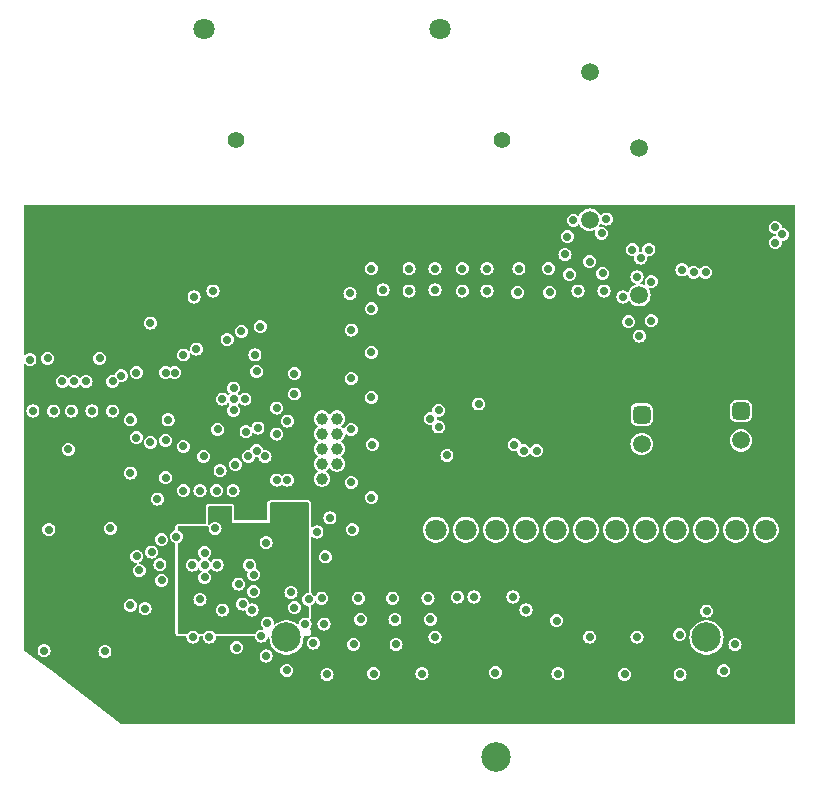
<source format=gbr>
%TF.GenerationSoftware,KiCad,Pcbnew,8.0.6-1.fc40*%
%TF.CreationDate,2024-12-16T09:47:33-08:00*%
%TF.ProjectId,energy_meter,656e6572-6779-45f6-9d65-7465722e6b69,0*%
%TF.SameCoordinates,Original*%
%TF.FileFunction,Copper,L3,Inr*%
%TF.FilePolarity,Positive*%
%FSLAX46Y46*%
G04 Gerber Fmt 4.6, Leading zero omitted, Abs format (unit mm)*
G04 Created by KiCad (PCBNEW 8.0.6-1.fc40) date 2024-12-16 09:47:33*
%MOMM*%
%LPD*%
G01*
G04 APERTURE LIST*
G04 Aperture macros list*
%AMRoundRect*
0 Rectangle with rounded corners*
0 $1 Rounding radius*
0 $2 $3 $4 $5 $6 $7 $8 $9 X,Y pos of 4 corners*
0 Add a 4 corners polygon primitive as box body*
4,1,4,$2,$3,$4,$5,$6,$7,$8,$9,$2,$3,0*
0 Add four circle primitives for the rounded corners*
1,1,$1+$1,$2,$3*
1,1,$1+$1,$4,$5*
1,1,$1+$1,$6,$7*
1,1,$1+$1,$8,$9*
0 Add four rect primitives between the rounded corners*
20,1,$1+$1,$2,$3,$4,$5,0*
20,1,$1+$1,$4,$5,$6,$7,0*
20,1,$1+$1,$6,$7,$8,$9,0*
20,1,$1+$1,$8,$9,$2,$3,0*%
G04 Aperture macros list end*
%TA.AperFunction,ComponentPad*%
%ADD10RoundRect,0.250000X0.250000X-0.250000X0.250000X0.250000X-0.250000X0.250000X-0.250000X-0.250000X0*%
%TD*%
%TA.AperFunction,ComponentPad*%
%ADD11C,1.000000*%
%TD*%
%TA.AperFunction,ComponentPad*%
%ADD12RoundRect,0.375000X-0.375000X0.375000X-0.375000X-0.375000X0.375000X-0.375000X0.375000X0.375000X0*%
%TD*%
%TA.AperFunction,ComponentPad*%
%ADD13C,1.500000*%
%TD*%
%TA.AperFunction,ComponentPad*%
%ADD14C,1.400000*%
%TD*%
%TA.AperFunction,ComponentPad*%
%ADD15RoundRect,0.450000X-0.450000X-0.550000X0.450000X-0.550000X0.450000X0.550000X-0.450000X0.550000X0*%
%TD*%
%TA.AperFunction,ComponentPad*%
%ADD16C,1.800000*%
%TD*%
%TA.AperFunction,ComponentPad*%
%ADD17C,2.500000*%
%TD*%
%TA.AperFunction,ViaPad*%
%ADD18C,0.700000*%
%TD*%
G04 APERTURE END LIST*
D10*
%TO.N,+3V*%
%TO.C,J401*%
X126500000Y-84980000D03*
D11*
%TO.N,Net-(J401-SWDIO)*%
X125230000Y-84980000D03*
%TO.N,GND*%
X126500000Y-83710000D03*
%TO.N,Net-(J401-SWCLK)*%
X125230000Y-83710000D03*
%TO.N,GND*%
X126500000Y-82440000D03*
%TO.N,unconnected-(J401-SWO-Pad6)*%
X125230000Y-82440000D03*
%TO.N,unconnected-(J401-NC-Pad7)*%
X126500000Y-81170000D03*
%TO.N,unconnected-(J401-NC-Pad8)*%
X125230000Y-81170000D03*
%TO.N,unconnected-(J401-NC-Pad9)*%
X126500000Y-79900000D03*
%TO.N,/HMI.Reset*%
X125230000Y-79900000D03*
%TD*%
D12*
%TO.N,/Power/12V\u002C50mA*%
%TO.C,C208*%
X160700000Y-79250000D03*
D13*
%TO.N,GND*%
X160700000Y-81750000D03*
%TD*%
D14*
%TO.N,Net-(C203-Pad1)*%
%TO.C,C203*%
X117950000Y-56300000D03*
%TO.N,Net-(D202-K)*%
X140450000Y-56300000D03*
%TD*%
D15*
%TO.N,+3V*%
%TO.C,J501*%
X132320000Y-89300000D03*
D16*
%TO.N,unconnected-(J501-3V3-Pad2)*%
X134860000Y-89300000D03*
%TO.N,GND*%
X137400000Y-89300000D03*
%TO.N,/SPI.SCK*%
X139940000Y-89300000D03*
%TO.N,/SPI.Miso*%
X142480000Y-89300000D03*
%TO.N,/SPI.Mosi*%
X145020000Y-89300000D03*
%TO.N,/HMI.ECS*%
X147560000Y-89300000D03*
%TO.N,/HMI.DC*%
X150100000Y-89300000D03*
%TO.N,/HMI.SRCS*%
X152640000Y-89300000D03*
%TO.N,unconnected-(J501-SDCS-Pad10)*%
X155180000Y-89300000D03*
%TO.N,/HMI.Reset*%
X157720000Y-89300000D03*
%TO.N,/HMI.Busy*%
X160260000Y-89300000D03*
%TO.N,unconnected-(J501-ENA-Pad13)*%
X162800000Y-89300000D03*
%TD*%
D12*
%TO.N,/Power/12V\u002C50mA*%
%TO.C,C207*%
X152300000Y-79550000D03*
D13*
%TO.N,GND*%
X152300000Y-82050000D03*
%TD*%
D17*
%TO.N,*%
%TO.C,T301*%
X140000000Y-108580000D03*
%TO.N,Net-(R301-Pad2)*%
X157780000Y-98420000D03*
%TO.N,Net-(R302-Pad2)*%
X122220000Y-98420000D03*
%TD*%
D13*
%TO.N,/Power/AC.Neutral*%
%TO.C,R306*%
X152100000Y-56950000D03*
%TO.N,/Microcontroller/Sense.Neutral*%
X152100000Y-69450000D03*
%TD*%
D16*
%TO.N,Net-(F201-Pad2)*%
%TO.C,R202*%
X135200000Y-46900000D03*
%TO.N,Net-(C203-Pad1)*%
X115200000Y-46900000D03*
%TD*%
D13*
%TO.N,/Power/AC.Line*%
%TO.C,R305*%
X147900000Y-50550000D03*
%TO.N,/Microcontroller/Sense.Line*%
X147900000Y-63050000D03*
%TD*%
D18*
%TO.N,GND*%
X127800000Y-89300000D03*
X155550000Y-101550000D03*
X100500000Y-74900000D03*
X146500000Y-63100000D03*
X122900000Y-95900000D03*
X118700000Y-78250000D03*
X134400000Y-96900000D03*
X147900000Y-66600000D03*
X149000000Y-67600000D03*
X127700000Y-85300000D03*
X133700000Y-101500000D03*
X112200000Y-80000000D03*
X143400000Y-82600000D03*
X115300000Y-93350000D03*
X103250000Y-76750000D03*
X141800000Y-69200000D03*
X115300000Y-91250000D03*
X151500000Y-65600000D03*
X119000000Y-83100000D03*
X110250000Y-96000000D03*
X120000000Y-72100000D03*
X127900000Y-99000000D03*
X125900000Y-88300000D03*
X123800000Y-97300000D03*
X129400000Y-78100000D03*
X129400000Y-74300000D03*
X129400000Y-70600000D03*
X116000000Y-69100000D03*
X135800000Y-83000000D03*
X134800000Y-98400000D03*
X129600000Y-101500000D03*
X105250000Y-76750000D03*
X150700000Y-69600000D03*
X153100000Y-71600000D03*
X116800000Y-78250000D03*
X106850000Y-99600000D03*
X114250000Y-92300000D03*
X114900000Y-86000000D03*
X138100000Y-95000000D03*
X110700000Y-71800000D03*
X163600000Y-65000000D03*
X124800000Y-89500000D03*
X116400000Y-80800000D03*
X134400000Y-79900000D03*
X129400000Y-86600000D03*
X125200000Y-95100000D03*
X134800000Y-69000000D03*
X117900000Y-83800000D03*
X152900000Y-65600000D03*
X119700000Y-82600000D03*
X149100000Y-69100000D03*
X114600000Y-74000000D03*
X128500000Y-96900000D03*
X163600000Y-63700000D03*
X120500000Y-100000000D03*
X117700000Y-86000000D03*
X139200000Y-69100000D03*
X149300000Y-63000000D03*
X109500000Y-76000000D03*
X160200000Y-99000000D03*
X145100000Y-97000000D03*
X151900000Y-67900000D03*
X128300000Y-95100000D03*
X139900000Y-101400000D03*
X113500000Y-82250000D03*
X127700000Y-76500000D03*
X132600000Y-69100000D03*
X139200000Y-67200000D03*
X122900000Y-76100000D03*
X152100000Y-72900000D03*
X115300000Y-92300000D03*
X155700000Y-67300000D03*
X113500000Y-86000000D03*
X151200000Y-71700000D03*
X153100000Y-68300000D03*
X112000000Y-81750000D03*
X113500000Y-74500000D03*
X141900000Y-67200000D03*
X131400000Y-96900000D03*
X117750000Y-79200000D03*
X114400000Y-69600000D03*
X136700000Y-95000000D03*
X142300000Y-82600000D03*
X104000000Y-79250000D03*
X151900000Y-98400000D03*
X118800000Y-81000000D03*
X120600000Y-97200000D03*
X145800000Y-66000000D03*
X105750000Y-79250000D03*
X120400000Y-83100000D03*
X148900000Y-64200000D03*
X127700000Y-72400000D03*
X144400000Y-67200000D03*
X124500000Y-98900000D03*
X112000000Y-76000000D03*
X107500000Y-79250000D03*
X145200000Y-101500000D03*
X157800000Y-96200000D03*
X107300000Y-89200000D03*
X107500000Y-76750000D03*
X118400000Y-72500000D03*
X150850000Y-101550000D03*
X156700000Y-67500000D03*
X102500000Y-79250000D03*
X114300000Y-98400000D03*
X141400000Y-95000000D03*
X114900000Y-95200000D03*
X132600000Y-67200000D03*
X159250000Y-101250000D03*
X164200000Y-64300000D03*
X106400000Y-74800000D03*
X131500000Y-99000000D03*
X122600000Y-94600000D03*
X121400000Y-85100000D03*
X120500000Y-90400000D03*
X109750000Y-92750000D03*
X116600000Y-84300000D03*
X115200000Y-83100000D03*
X135100000Y-79200000D03*
X117750000Y-78250000D03*
X147900000Y-98400000D03*
X122900000Y-77800000D03*
X101700000Y-99550000D03*
X125500000Y-91600000D03*
X146900000Y-69100000D03*
X111300000Y-86700000D03*
X109000000Y-80000000D03*
X102100000Y-89300000D03*
X127600000Y-69300000D03*
X109500000Y-81500000D03*
X144500000Y-69200000D03*
X129400000Y-67200000D03*
X142500000Y-96100000D03*
X116176805Y-89176805D03*
X124100000Y-95200000D03*
X100750000Y-79250000D03*
X157700000Y-67500000D03*
X129500000Y-82100000D03*
X103750000Y-82500000D03*
X104250000Y-76750000D03*
X122250000Y-101200000D03*
X146000000Y-64500000D03*
X102000000Y-74800000D03*
X125400000Y-97300000D03*
X134800000Y-67200000D03*
X120100000Y-98300000D03*
X108250000Y-76250000D03*
X141500000Y-82100000D03*
X117750000Y-77300000D03*
X130400000Y-69000000D03*
X119300000Y-96100000D03*
X137100000Y-69100000D03*
X116300000Y-86000000D03*
X122300000Y-85100000D03*
X127700000Y-80800000D03*
X155500000Y-98200000D03*
X152200000Y-66300000D03*
X137100000Y-67200000D03*
X117200000Y-73200000D03*
X146200000Y-67700000D03*
X112000000Y-84900000D03*
X115700000Y-98400000D03*
X131200000Y-95100000D03*
X138500000Y-78650000D03*
X112750000Y-76000000D03*
X109000000Y-95700000D03*
X125650000Y-101550000D03*
X134200000Y-95100000D03*
X116350000Y-92300000D03*
X135100000Y-80600000D03*
X110700000Y-81900000D03*
%TO.N,+3V*%
X121200000Y-77200000D03*
X131400000Y-74050000D03*
X131400000Y-71450000D03*
X114000000Y-84100000D03*
X130500000Y-70250000D03*
X119400000Y-86700000D03*
X130500000Y-84150000D03*
X130500000Y-72750000D03*
X120100000Y-86300000D03*
X145350000Y-98400000D03*
X115200000Y-80000000D03*
X110000000Y-97300000D03*
X131400000Y-85650000D03*
X130450000Y-81050000D03*
X131350000Y-76800000D03*
X111150000Y-87950000D03*
X131350000Y-82600000D03*
X131350000Y-79500000D03*
X130450000Y-78050000D03*
X115300000Y-75650000D03*
X117204134Y-74800000D03*
X114050000Y-80800000D03*
X106386701Y-84266931D03*
X130500000Y-75400000D03*
X118900000Y-82250000D03*
X121250000Y-75300000D03*
%TO.N,+1.8V*%
X122900000Y-88800000D03*
X122500000Y-93300000D03*
X121800000Y-91000000D03*
X122600000Y-89700000D03*
X117400000Y-97350000D03*
X122500000Y-87800000D03*
X116777847Y-88575763D03*
X121400000Y-87800000D03*
X122800000Y-91500000D03*
X113600000Y-96700000D03*
%TO.N,Net-(J401-SWCLK)*%
X118180425Y-93913170D03*
%TO.N,Net-(J401-SWDIO)*%
X119450000Y-94550000D03*
%TO.N,/HMI.Busy*%
X116800000Y-96100000D03*
%TO.N,/HMI.ECS*%
X119450000Y-93100000D03*
%TO.N,/HMI.SRCS*%
X118000000Y-99300000D03*
%TO.N,/SPI.Mosi*%
X111500000Y-92250000D03*
X119800000Y-80700000D03*
%TO.N,/HMI.DC*%
X118500000Y-95600000D03*
%TO.N,/SPI.Miso*%
X110800000Y-91200000D03*
X122300000Y-80100000D03*
%TO.N,/SPI.SCK*%
X111650000Y-90150000D03*
X121400000Y-81200000D03*
%TO.N,/HMI.LED*%
X109000000Y-84500000D03*
X111651805Y-93600000D03*
%TO.N,/Radio.GDO2*%
X109550000Y-91550000D03*
X121400000Y-79000000D03*
%TO.N,/Radio.CS*%
X119550000Y-74500000D03*
X119100000Y-92300000D03*
%TO.N,/Radio.GDO0*%
X112900000Y-89900000D03*
X119700000Y-75900000D03*
%TD*%
%TA.AperFunction,Conductor*%
%TO.N,+1.8V*%
G36*
X124078326Y-87021674D02*
G01*
X124100000Y-87074000D01*
X124100000Y-94579853D01*
X124078326Y-94632179D01*
X124035660Y-94653220D01*
X123956291Y-94663669D01*
X123822376Y-94719138D01*
X123707379Y-94807379D01*
X123619138Y-94922376D01*
X123563669Y-95056291D01*
X123544750Y-95200000D01*
X123563669Y-95343708D01*
X123610302Y-95456291D01*
X123619139Y-95477625D01*
X123707379Y-95592621D01*
X123822375Y-95680861D01*
X123956291Y-95736330D01*
X124035659Y-95746779D01*
X124084708Y-95775098D01*
X124100000Y-95820146D01*
X124100000Y-96717659D01*
X124078326Y-96769985D01*
X124026000Y-96791659D01*
X123997682Y-96786026D01*
X123943708Y-96763669D01*
X123800000Y-96744750D01*
X123656291Y-96763669D01*
X123522376Y-96819138D01*
X123407379Y-96907379D01*
X123319138Y-97022376D01*
X123263669Y-97156291D01*
X123252117Y-97244037D01*
X123223798Y-97293086D01*
X123169090Y-97307744D01*
X123133299Y-97292773D01*
X123016067Y-97201528D01*
X122927715Y-97153714D01*
X122804655Y-97087117D01*
X122577295Y-97009065D01*
X122340194Y-96969500D01*
X122340192Y-96969500D01*
X122099808Y-96969500D01*
X122099805Y-96969500D01*
X121862704Y-97009065D01*
X121635344Y-97087117D01*
X121423940Y-97201524D01*
X121423928Y-97201531D01*
X121266717Y-97323894D01*
X121212112Y-97338930D01*
X121162869Y-97310950D01*
X121147833Y-97256345D01*
X121147873Y-97256026D01*
X121155250Y-97200000D01*
X121136330Y-97056291D01*
X121080861Y-96922375D01*
X120992621Y-96807379D01*
X120877625Y-96719139D01*
X120874052Y-96717659D01*
X120743708Y-96663669D01*
X120600000Y-96644750D01*
X120456291Y-96663669D01*
X120322376Y-96719138D01*
X120207379Y-96807379D01*
X120119138Y-96922376D01*
X120063669Y-97056291D01*
X120044750Y-97200000D01*
X120063669Y-97343708D01*
X120119138Y-97477623D01*
X120119139Y-97477625D01*
X120207379Y-97592621D01*
X120249836Y-97625200D01*
X120278154Y-97674249D01*
X120263495Y-97728956D01*
X120214445Y-97757274D01*
X120195128Y-97757274D01*
X120100000Y-97744750D01*
X119956291Y-97763669D01*
X119822376Y-97819138D01*
X119707379Y-97907379D01*
X119619138Y-98022376D01*
X119605908Y-98054318D01*
X119565860Y-98094367D01*
X119537541Y-98100000D01*
X116200185Y-98100000D01*
X116147859Y-98078326D01*
X116141477Y-98071049D01*
X116128639Y-98054318D01*
X116092621Y-98007379D01*
X115977625Y-97919139D01*
X115977623Y-97919138D01*
X115843708Y-97863669D01*
X115700000Y-97844750D01*
X115556291Y-97863669D01*
X115422376Y-97919138D01*
X115307379Y-98007379D01*
X115258523Y-98071049D01*
X115209473Y-98099367D01*
X115199815Y-98100000D01*
X114800185Y-98100000D01*
X114747859Y-98078326D01*
X114741477Y-98071049D01*
X114728639Y-98054318D01*
X114692621Y-98007379D01*
X114577625Y-97919139D01*
X114577623Y-97919138D01*
X114443708Y-97863669D01*
X114300000Y-97844750D01*
X114156291Y-97863669D01*
X114022376Y-97919138D01*
X113907379Y-98007379D01*
X113858523Y-98071049D01*
X113809473Y-98099367D01*
X113799815Y-98100000D01*
X113074000Y-98100000D01*
X113021674Y-98078326D01*
X113000000Y-98026000D01*
X113000000Y-96100000D01*
X116244750Y-96100000D01*
X116263669Y-96243708D01*
X116319138Y-96377623D01*
X116319139Y-96377625D01*
X116407379Y-96492621D01*
X116522375Y-96580861D01*
X116656291Y-96636330D01*
X116800000Y-96655250D01*
X116943709Y-96636330D01*
X117077625Y-96580861D01*
X117192621Y-96492621D01*
X117280861Y-96377625D01*
X117336330Y-96243709D01*
X117355250Y-96100000D01*
X117336330Y-95956291D01*
X117280861Y-95822375D01*
X117192621Y-95707379D01*
X117077625Y-95619139D01*
X117077623Y-95619138D01*
X117031419Y-95600000D01*
X117944750Y-95600000D01*
X117963669Y-95743708D01*
X117996254Y-95822375D01*
X118019139Y-95877625D01*
X118107379Y-95992621D01*
X118222375Y-96080861D01*
X118356291Y-96136330D01*
X118500000Y-96155250D01*
X118643709Y-96136330D01*
X118654961Y-96131668D01*
X118711597Y-96131667D01*
X118751647Y-96171714D01*
X118756648Y-96190375D01*
X118763669Y-96243708D01*
X118819138Y-96377623D01*
X118819139Y-96377625D01*
X118907379Y-96492621D01*
X119022375Y-96580861D01*
X119156291Y-96636330D01*
X119300000Y-96655250D01*
X119443709Y-96636330D01*
X119577625Y-96580861D01*
X119692621Y-96492621D01*
X119780861Y-96377625D01*
X119836330Y-96243709D01*
X119855250Y-96100000D01*
X119836330Y-95956291D01*
X119813014Y-95900000D01*
X122344750Y-95900000D01*
X122363669Y-96043708D01*
X122419138Y-96177623D01*
X122419139Y-96177625D01*
X122507379Y-96292621D01*
X122622375Y-96380861D01*
X122756291Y-96436330D01*
X122900000Y-96455250D01*
X123043709Y-96436330D01*
X123177625Y-96380861D01*
X123292621Y-96292621D01*
X123380861Y-96177625D01*
X123436330Y-96043709D01*
X123455250Y-95900000D01*
X123436330Y-95756291D01*
X123380861Y-95622375D01*
X123292621Y-95507379D01*
X123177625Y-95419139D01*
X123177623Y-95419138D01*
X123043708Y-95363669D01*
X122900000Y-95344750D01*
X122756291Y-95363669D01*
X122622376Y-95419138D01*
X122507379Y-95507379D01*
X122419138Y-95622376D01*
X122363669Y-95756291D01*
X122344750Y-95900000D01*
X119813014Y-95900000D01*
X119780861Y-95822375D01*
X119692621Y-95707379D01*
X119577625Y-95619139D01*
X119577623Y-95619138D01*
X119443708Y-95563669D01*
X119300000Y-95544750D01*
X119156293Y-95563669D01*
X119145033Y-95568333D01*
X119088395Y-95568329D01*
X119048349Y-95528279D01*
X119043351Y-95509622D01*
X119036330Y-95456291D01*
X119003746Y-95377625D01*
X118980861Y-95322375D01*
X118892621Y-95207379D01*
X118777625Y-95119139D01*
X118777623Y-95119138D01*
X118643708Y-95063669D01*
X118500000Y-95044750D01*
X118356291Y-95063669D01*
X118222376Y-95119138D01*
X118107379Y-95207379D01*
X118019138Y-95322376D01*
X117963669Y-95456291D01*
X117944750Y-95600000D01*
X117031419Y-95600000D01*
X116943708Y-95563669D01*
X116800000Y-95544750D01*
X116656291Y-95563669D01*
X116522376Y-95619138D01*
X116407379Y-95707379D01*
X116319138Y-95822376D01*
X116263669Y-95956291D01*
X116244750Y-96100000D01*
X113000000Y-96100000D01*
X113000000Y-95200000D01*
X114344750Y-95200000D01*
X114363669Y-95343708D01*
X114410302Y-95456291D01*
X114419139Y-95477625D01*
X114507379Y-95592621D01*
X114622375Y-95680861D01*
X114756291Y-95736330D01*
X114900000Y-95755250D01*
X115043709Y-95736330D01*
X115177625Y-95680861D01*
X115292621Y-95592621D01*
X115380861Y-95477625D01*
X115436330Y-95343709D01*
X115455250Y-95200000D01*
X115436330Y-95056291D01*
X115380861Y-94922375D01*
X115292621Y-94807379D01*
X115177625Y-94719139D01*
X115177623Y-94719138D01*
X115043708Y-94663669D01*
X114900000Y-94644750D01*
X114756291Y-94663669D01*
X114622376Y-94719138D01*
X114507379Y-94807379D01*
X114419138Y-94922376D01*
X114363669Y-95056291D01*
X114344750Y-95200000D01*
X113000000Y-95200000D01*
X113000000Y-94550000D01*
X118894750Y-94550000D01*
X118913669Y-94693708D01*
X118924203Y-94719139D01*
X118969139Y-94827625D01*
X119057379Y-94942621D01*
X119172375Y-95030861D01*
X119306291Y-95086330D01*
X119450000Y-95105250D01*
X119593709Y-95086330D01*
X119727625Y-95030861D01*
X119842621Y-94942621D01*
X119930861Y-94827625D01*
X119986330Y-94693709D01*
X119998667Y-94600000D01*
X122044750Y-94600000D01*
X122063669Y-94743708D01*
X122119138Y-94877623D01*
X122119139Y-94877625D01*
X122207379Y-94992621D01*
X122322375Y-95080861D01*
X122456291Y-95136330D01*
X122600000Y-95155250D01*
X122743709Y-95136330D01*
X122877625Y-95080861D01*
X122992621Y-94992621D01*
X123080861Y-94877625D01*
X123136330Y-94743709D01*
X123155250Y-94600000D01*
X123136330Y-94456291D01*
X123080861Y-94322375D01*
X122992621Y-94207379D01*
X122877625Y-94119139D01*
X122877623Y-94119138D01*
X122743708Y-94063669D01*
X122600000Y-94044750D01*
X122456291Y-94063669D01*
X122322376Y-94119138D01*
X122207379Y-94207379D01*
X122119138Y-94322376D01*
X122063669Y-94456291D01*
X122044750Y-94600000D01*
X119998667Y-94600000D01*
X120005250Y-94550000D01*
X119986330Y-94406291D01*
X119930861Y-94272375D01*
X119842621Y-94157379D01*
X119727625Y-94069139D01*
X119727623Y-94069138D01*
X119593708Y-94013669D01*
X119450000Y-93994750D01*
X119306291Y-94013669D01*
X119172376Y-94069138D01*
X119057379Y-94157379D01*
X118969138Y-94272376D01*
X118913669Y-94406291D01*
X118894750Y-94550000D01*
X113000000Y-94550000D01*
X113000000Y-93913170D01*
X117625175Y-93913170D01*
X117644094Y-94056878D01*
X117677004Y-94136330D01*
X117699564Y-94190795D01*
X117787804Y-94305791D01*
X117902800Y-94394031D01*
X118036716Y-94449500D01*
X118180425Y-94468420D01*
X118324134Y-94449500D01*
X118458050Y-94394031D01*
X118573046Y-94305791D01*
X118661286Y-94190795D01*
X118716755Y-94056879D01*
X118735675Y-93913170D01*
X118716755Y-93769461D01*
X118661286Y-93635545D01*
X118573046Y-93520549D01*
X118458050Y-93432309D01*
X118458048Y-93432308D01*
X118324133Y-93376839D01*
X118180425Y-93357920D01*
X118036716Y-93376839D01*
X117902801Y-93432308D01*
X117787804Y-93520549D01*
X117699563Y-93635546D01*
X117644094Y-93769461D01*
X117625175Y-93913170D01*
X113000000Y-93913170D01*
X113000000Y-92300000D01*
X113694750Y-92300000D01*
X113713669Y-92443708D01*
X113757464Y-92549439D01*
X113769139Y-92577625D01*
X113857379Y-92692621D01*
X113972375Y-92780861D01*
X114106291Y-92836330D01*
X114250000Y-92855250D01*
X114393709Y-92836330D01*
X114527625Y-92780861D01*
X114642621Y-92692621D01*
X114716292Y-92596610D01*
X114765341Y-92568292D01*
X114820048Y-92582951D01*
X114833706Y-92596609D01*
X114907379Y-92692621D01*
X115003389Y-92766292D01*
X115031707Y-92815342D01*
X115017048Y-92870049D01*
X115003390Y-92883706D01*
X114972781Y-92907194D01*
X114907379Y-92957379D01*
X114819138Y-93072376D01*
X114763669Y-93206291D01*
X114744750Y-93350000D01*
X114763669Y-93493708D01*
X114819138Y-93627623D01*
X114819139Y-93627625D01*
X114907379Y-93742621D01*
X115022375Y-93830861D01*
X115156291Y-93886330D01*
X115300000Y-93905250D01*
X115443709Y-93886330D01*
X115577625Y-93830861D01*
X115692621Y-93742621D01*
X115780861Y-93627625D01*
X115836330Y-93493709D01*
X115855250Y-93350000D01*
X115836330Y-93206291D01*
X115780861Y-93072375D01*
X115692621Y-92957379D01*
X115596610Y-92883707D01*
X115568292Y-92834659D01*
X115582951Y-92779952D01*
X115596609Y-92766293D01*
X115692621Y-92692621D01*
X115766292Y-92596610D01*
X115815341Y-92568292D01*
X115870048Y-92582951D01*
X115883706Y-92596609D01*
X115957379Y-92692621D01*
X116072375Y-92780861D01*
X116206291Y-92836330D01*
X116350000Y-92855250D01*
X116493709Y-92836330D01*
X116627625Y-92780861D01*
X116742621Y-92692621D01*
X116830861Y-92577625D01*
X116886330Y-92443709D01*
X116905250Y-92300000D01*
X118544750Y-92300000D01*
X118563669Y-92443708D01*
X118607464Y-92549439D01*
X118619139Y-92577625D01*
X118707379Y-92692621D01*
X118822375Y-92780861D01*
X118893956Y-92810510D01*
X118934005Y-92850558D01*
X118934006Y-92907194D01*
X118913669Y-92956293D01*
X118894750Y-93100000D01*
X118913669Y-93243708D01*
X118960977Y-93357920D01*
X118969139Y-93377625D01*
X119057379Y-93492621D01*
X119172375Y-93580861D01*
X119306291Y-93636330D01*
X119450000Y-93655250D01*
X119593709Y-93636330D01*
X119727625Y-93580861D01*
X119842621Y-93492621D01*
X119930861Y-93377625D01*
X119986330Y-93243709D01*
X120005250Y-93100000D01*
X119986330Y-92956291D01*
X119930861Y-92822375D01*
X119842621Y-92707379D01*
X119727625Y-92619139D01*
X119703016Y-92608946D01*
X119656042Y-92589488D01*
X119615994Y-92549439D01*
X119615994Y-92492804D01*
X119636330Y-92443709D01*
X119655250Y-92300000D01*
X119636330Y-92156291D01*
X119580861Y-92022375D01*
X119492621Y-91907379D01*
X119377625Y-91819139D01*
X119377623Y-91819138D01*
X119243708Y-91763669D01*
X119100000Y-91744750D01*
X118956291Y-91763669D01*
X118822376Y-91819138D01*
X118707379Y-91907379D01*
X118619138Y-92022376D01*
X118563669Y-92156291D01*
X118544750Y-92300000D01*
X116905250Y-92300000D01*
X116886330Y-92156291D01*
X116830861Y-92022375D01*
X116742621Y-91907379D01*
X116627625Y-91819139D01*
X116627623Y-91819138D01*
X116493708Y-91763669D01*
X116350000Y-91744750D01*
X116206291Y-91763669D01*
X116072376Y-91819138D01*
X116072375Y-91819139D01*
X115957379Y-91907379D01*
X115891971Y-91992621D01*
X115883708Y-92003389D01*
X115834658Y-92031707D01*
X115779951Y-92017048D01*
X115766292Y-92003389D01*
X115692621Y-91907379D01*
X115596610Y-91833707D01*
X115568292Y-91784659D01*
X115582951Y-91729952D01*
X115596609Y-91716293D01*
X115692621Y-91642621D01*
X115780861Y-91527625D01*
X115836330Y-91393709D01*
X115855250Y-91250000D01*
X115836330Y-91106291D01*
X115780861Y-90972375D01*
X115692621Y-90857379D01*
X115577625Y-90769139D01*
X115577623Y-90769138D01*
X115443708Y-90713669D01*
X115300000Y-90694750D01*
X115156291Y-90713669D01*
X115022376Y-90769138D01*
X114907379Y-90857379D01*
X114819138Y-90972376D01*
X114763669Y-91106291D01*
X114744750Y-91250000D01*
X114763669Y-91393708D01*
X114789592Y-91456291D01*
X114819139Y-91527625D01*
X114907379Y-91642621D01*
X115003389Y-91716292D01*
X115031707Y-91765342D01*
X115017048Y-91820049D01*
X115003390Y-91833706D01*
X114907379Y-91907379D01*
X114841971Y-91992621D01*
X114833708Y-92003389D01*
X114784658Y-92031707D01*
X114729951Y-92017048D01*
X114716292Y-92003389D01*
X114642621Y-91907379D01*
X114527625Y-91819139D01*
X114527623Y-91819138D01*
X114393708Y-91763669D01*
X114250000Y-91744750D01*
X114106291Y-91763669D01*
X113972376Y-91819138D01*
X113857379Y-91907379D01*
X113769138Y-92022376D01*
X113713669Y-92156291D01*
X113694750Y-92300000D01*
X113000000Y-92300000D01*
X113000000Y-90503879D01*
X113021674Y-90451553D01*
X113045678Y-90435514D01*
X113131418Y-90400000D01*
X119944750Y-90400000D01*
X119963669Y-90543708D01*
X119999769Y-90630861D01*
X120019139Y-90677625D01*
X120107379Y-90792621D01*
X120222375Y-90880861D01*
X120356291Y-90936330D01*
X120500000Y-90955250D01*
X120643709Y-90936330D01*
X120777625Y-90880861D01*
X120892621Y-90792621D01*
X120980861Y-90677625D01*
X121036330Y-90543709D01*
X121055250Y-90400000D01*
X121036330Y-90256291D01*
X120980861Y-90122375D01*
X120892621Y-90007379D01*
X120777625Y-89919139D01*
X120731419Y-89900000D01*
X120643708Y-89863669D01*
X120500000Y-89844750D01*
X120356291Y-89863669D01*
X120222376Y-89919138D01*
X120107379Y-90007379D01*
X120019138Y-90122376D01*
X119963669Y-90256291D01*
X119944750Y-90400000D01*
X113131418Y-90400000D01*
X113177625Y-90380861D01*
X113292621Y-90292621D01*
X113380861Y-90177625D01*
X113436330Y-90043709D01*
X113455250Y-89900000D01*
X113436330Y-89756291D01*
X113380861Y-89622375D01*
X113292621Y-89507379D01*
X113177625Y-89419139D01*
X113133235Y-89400752D01*
X113045681Y-89364486D01*
X113005633Y-89324437D01*
X113000000Y-89296119D01*
X113000000Y-89074000D01*
X113021674Y-89021674D01*
X113074000Y-89000000D01*
X115560451Y-89000000D01*
X115612777Y-89021674D01*
X115634451Y-89074000D01*
X115633818Y-89083659D01*
X115621555Y-89176804D01*
X115640474Y-89320513D01*
X115681326Y-89419139D01*
X115695944Y-89454430D01*
X115784184Y-89569426D01*
X115899180Y-89657666D01*
X116033096Y-89713135D01*
X116176805Y-89732055D01*
X116320514Y-89713135D01*
X116454430Y-89657666D01*
X116569426Y-89569426D01*
X116657666Y-89454430D01*
X116713135Y-89320514D01*
X116732055Y-89176805D01*
X116713135Y-89033096D01*
X116657666Y-88899180D01*
X116569426Y-88784184D01*
X116454430Y-88695944D01*
X116454428Y-88695943D01*
X116320513Y-88640474D01*
X116176805Y-88621555D01*
X116033096Y-88640474D01*
X115899181Y-88695943D01*
X115784184Y-88784184D01*
X115732708Y-88851269D01*
X115683658Y-88879587D01*
X115628951Y-88864928D01*
X115600633Y-88815878D01*
X115600000Y-88806220D01*
X115600000Y-87374000D01*
X115621674Y-87321674D01*
X115674000Y-87300000D01*
X117526000Y-87300000D01*
X117578326Y-87321674D01*
X117600000Y-87374000D01*
X117600000Y-88700000D01*
X120800000Y-88700000D01*
X120800000Y-87074000D01*
X120821674Y-87021674D01*
X120874000Y-87000000D01*
X124026000Y-87000000D01*
X124078326Y-87021674D01*
G37*
%TD.AperFunction*%
%TD*%
%TA.AperFunction,Conductor*%
%TO.N,+3V*%
G36*
X165277826Y-61821674D02*
G01*
X165299500Y-61874000D01*
X165299500Y-105676000D01*
X165277826Y-105728326D01*
X165225500Y-105750000D01*
X108278102Y-105750000D01*
X108233417Y-105734985D01*
X102247237Y-101200000D01*
X121694750Y-101200000D01*
X121713669Y-101343708D01*
X121734380Y-101393708D01*
X121769139Y-101477625D01*
X121857379Y-101592621D01*
X121972375Y-101680861D01*
X122106291Y-101736330D01*
X122250000Y-101755250D01*
X122393709Y-101736330D01*
X122527625Y-101680861D01*
X122642621Y-101592621D01*
X122675325Y-101550000D01*
X125094750Y-101550000D01*
X125113669Y-101693708D01*
X125159871Y-101805250D01*
X125169139Y-101827625D01*
X125257379Y-101942621D01*
X125372375Y-102030861D01*
X125506291Y-102086330D01*
X125650000Y-102105250D01*
X125793709Y-102086330D01*
X125927625Y-102030861D01*
X126042621Y-101942621D01*
X126130861Y-101827625D01*
X126186330Y-101693709D01*
X126205250Y-101550000D01*
X126198667Y-101500000D01*
X129044750Y-101500000D01*
X129063669Y-101643708D01*
X129109871Y-101755250D01*
X129119139Y-101777625D01*
X129207379Y-101892621D01*
X129322375Y-101980861D01*
X129456291Y-102036330D01*
X129600000Y-102055250D01*
X129743709Y-102036330D01*
X129877625Y-101980861D01*
X129992621Y-101892621D01*
X130080861Y-101777625D01*
X130136330Y-101643709D01*
X130155250Y-101500000D01*
X133144750Y-101500000D01*
X133163669Y-101643708D01*
X133209871Y-101755250D01*
X133219139Y-101777625D01*
X133307379Y-101892621D01*
X133422375Y-101980861D01*
X133556291Y-102036330D01*
X133700000Y-102055250D01*
X133843709Y-102036330D01*
X133977625Y-101980861D01*
X134092621Y-101892621D01*
X134180861Y-101777625D01*
X134236330Y-101643709D01*
X134255250Y-101500000D01*
X134242085Y-101400000D01*
X139344750Y-101400000D01*
X139363669Y-101543708D01*
X139419138Y-101677623D01*
X139419139Y-101677625D01*
X139507379Y-101792621D01*
X139622375Y-101880861D01*
X139756291Y-101936330D01*
X139900000Y-101955250D01*
X140043709Y-101936330D01*
X140177625Y-101880861D01*
X140292621Y-101792621D01*
X140380861Y-101677625D01*
X140436330Y-101543709D01*
X140442085Y-101500000D01*
X144644750Y-101500000D01*
X144663669Y-101643708D01*
X144709871Y-101755250D01*
X144719139Y-101777625D01*
X144807379Y-101892621D01*
X144922375Y-101980861D01*
X145056291Y-102036330D01*
X145200000Y-102055250D01*
X145343709Y-102036330D01*
X145477625Y-101980861D01*
X145592621Y-101892621D01*
X145680861Y-101777625D01*
X145736330Y-101643709D01*
X145748667Y-101550000D01*
X150294750Y-101550000D01*
X150313669Y-101693708D01*
X150359871Y-101805250D01*
X150369139Y-101827625D01*
X150457379Y-101942621D01*
X150572375Y-102030861D01*
X150706291Y-102086330D01*
X150850000Y-102105250D01*
X150993709Y-102086330D01*
X151127625Y-102030861D01*
X151242621Y-101942621D01*
X151330861Y-101827625D01*
X151386330Y-101693709D01*
X151405250Y-101550000D01*
X154994750Y-101550000D01*
X155013669Y-101693708D01*
X155059871Y-101805250D01*
X155069139Y-101827625D01*
X155157379Y-101942621D01*
X155272375Y-102030861D01*
X155406291Y-102086330D01*
X155550000Y-102105250D01*
X155693709Y-102086330D01*
X155827625Y-102030861D01*
X155942621Y-101942621D01*
X156030861Y-101827625D01*
X156086330Y-101693709D01*
X156105250Y-101550000D01*
X156086330Y-101406291D01*
X156030861Y-101272375D01*
X156013692Y-101250000D01*
X158694750Y-101250000D01*
X158713669Y-101393708D01*
X158769138Y-101527623D01*
X158769139Y-101527625D01*
X158857379Y-101642621D01*
X158972375Y-101730861D01*
X159106291Y-101786330D01*
X159250000Y-101805250D01*
X159393709Y-101786330D01*
X159527625Y-101730861D01*
X159642621Y-101642621D01*
X159730861Y-101527625D01*
X159786330Y-101393709D01*
X159805250Y-101250000D01*
X159786330Y-101106291D01*
X159730861Y-100972375D01*
X159642621Y-100857379D01*
X159527625Y-100769139D01*
X159527623Y-100769138D01*
X159393708Y-100713669D01*
X159250000Y-100694750D01*
X159106291Y-100713669D01*
X158972376Y-100769138D01*
X158857379Y-100857379D01*
X158769138Y-100972376D01*
X158713669Y-101106291D01*
X158694750Y-101250000D01*
X156013692Y-101250000D01*
X155942621Y-101157379D01*
X155827625Y-101069139D01*
X155796607Y-101056291D01*
X155693708Y-101013669D01*
X155550000Y-100994750D01*
X155406291Y-101013669D01*
X155272376Y-101069138D01*
X155157379Y-101157379D01*
X155069138Y-101272376D01*
X155013669Y-101406291D01*
X154994750Y-101550000D01*
X151405250Y-101550000D01*
X151386330Y-101406291D01*
X151330861Y-101272375D01*
X151242621Y-101157379D01*
X151127625Y-101069139D01*
X151096607Y-101056291D01*
X150993708Y-101013669D01*
X150850000Y-100994750D01*
X150706291Y-101013669D01*
X150572376Y-101069138D01*
X150457379Y-101157379D01*
X150369138Y-101272376D01*
X150313669Y-101406291D01*
X150294750Y-101550000D01*
X145748667Y-101550000D01*
X145755250Y-101500000D01*
X145736330Y-101356291D01*
X145680861Y-101222375D01*
X145592621Y-101107379D01*
X145477625Y-101019139D01*
X145477623Y-101019138D01*
X145343708Y-100963669D01*
X145200000Y-100944750D01*
X145056291Y-100963669D01*
X144922376Y-101019138D01*
X144807379Y-101107379D01*
X144719138Y-101222376D01*
X144663669Y-101356291D01*
X144644750Y-101500000D01*
X140442085Y-101500000D01*
X140455250Y-101400000D01*
X140436330Y-101256291D01*
X140380861Y-101122375D01*
X140292621Y-101007379D01*
X140177625Y-100919139D01*
X140177623Y-100919138D01*
X140043708Y-100863669D01*
X139900000Y-100844750D01*
X139756291Y-100863669D01*
X139622376Y-100919138D01*
X139507379Y-101007379D01*
X139419138Y-101122376D01*
X139363669Y-101256291D01*
X139344750Y-101400000D01*
X134242085Y-101400000D01*
X134236330Y-101356291D01*
X134180861Y-101222375D01*
X134092621Y-101107379D01*
X133977625Y-101019139D01*
X133977623Y-101019138D01*
X133843708Y-100963669D01*
X133700000Y-100944750D01*
X133556291Y-100963669D01*
X133422376Y-101019138D01*
X133307379Y-101107379D01*
X133219138Y-101222376D01*
X133163669Y-101356291D01*
X133144750Y-101500000D01*
X130155250Y-101500000D01*
X130136330Y-101356291D01*
X130080861Y-101222375D01*
X129992621Y-101107379D01*
X129877625Y-101019139D01*
X129877623Y-101019138D01*
X129743708Y-100963669D01*
X129600000Y-100944750D01*
X129456291Y-100963669D01*
X129322376Y-101019138D01*
X129207379Y-101107379D01*
X129119138Y-101222376D01*
X129063669Y-101356291D01*
X129044750Y-101500000D01*
X126198667Y-101500000D01*
X126186330Y-101406291D01*
X126130861Y-101272375D01*
X126042621Y-101157379D01*
X125927625Y-101069139D01*
X125896607Y-101056291D01*
X125793708Y-101013669D01*
X125650000Y-100994750D01*
X125506291Y-101013669D01*
X125372376Y-101069138D01*
X125257379Y-101157379D01*
X125169138Y-101272376D01*
X125113669Y-101406291D01*
X125094750Y-101550000D01*
X122675325Y-101550000D01*
X122730861Y-101477625D01*
X122786330Y-101343709D01*
X122805250Y-101200000D01*
X122786330Y-101056291D01*
X122730861Y-100922375D01*
X122642621Y-100807379D01*
X122527625Y-100719139D01*
X122527623Y-100719138D01*
X122393708Y-100663669D01*
X122250000Y-100644750D01*
X122106291Y-100663669D01*
X121972376Y-100719138D01*
X121857379Y-100807379D01*
X121769138Y-100922376D01*
X121713669Y-101056291D01*
X121694750Y-101200000D01*
X102247237Y-101200000D01*
X100267808Y-99700433D01*
X100260167Y-99693774D01*
X100245914Y-99679521D01*
X100245913Y-99679520D01*
X100225900Y-99667965D01*
X100218224Y-99662870D01*
X100199818Y-99648925D01*
X100192138Y-99645799D01*
X100181140Y-99641323D01*
X100172043Y-99636871D01*
X100154587Y-99626792D01*
X100132277Y-99620814D01*
X100123539Y-99617878D01*
X100102146Y-99609172D01*
X100102148Y-99609172D01*
X100102144Y-99609171D01*
X100102142Y-99609170D01*
X100102137Y-99609169D01*
X100082133Y-99606660D01*
X100072195Y-99604715D01*
X100054850Y-99600068D01*
X100009915Y-99565591D01*
X100005737Y-99550000D01*
X101144750Y-99550000D01*
X101163669Y-99693708D01*
X101199769Y-99780861D01*
X101219139Y-99827625D01*
X101307379Y-99942621D01*
X101422375Y-100030861D01*
X101556291Y-100086330D01*
X101700000Y-100105250D01*
X101843709Y-100086330D01*
X101977625Y-100030861D01*
X102092621Y-99942621D01*
X102180861Y-99827625D01*
X102236330Y-99693709D01*
X102248667Y-99600000D01*
X106294750Y-99600000D01*
X106313669Y-99743708D01*
X106359871Y-99855250D01*
X106369139Y-99877625D01*
X106457379Y-99992621D01*
X106572375Y-100080861D01*
X106706291Y-100136330D01*
X106850000Y-100155250D01*
X106993709Y-100136330D01*
X107127625Y-100080861D01*
X107233005Y-100000000D01*
X119944750Y-100000000D01*
X119963669Y-100143708D01*
X119968450Y-100155250D01*
X120019139Y-100277625D01*
X120107379Y-100392621D01*
X120222375Y-100480861D01*
X120356291Y-100536330D01*
X120500000Y-100555250D01*
X120643709Y-100536330D01*
X120777625Y-100480861D01*
X120892621Y-100392621D01*
X120980861Y-100277625D01*
X121036330Y-100143709D01*
X121055250Y-100000000D01*
X121036330Y-99856291D01*
X120980861Y-99722375D01*
X120892621Y-99607379D01*
X120777625Y-99519139D01*
X120777623Y-99519138D01*
X120643708Y-99463669D01*
X120500000Y-99444750D01*
X120356291Y-99463669D01*
X120222376Y-99519138D01*
X120107379Y-99607379D01*
X120019138Y-99722376D01*
X119963669Y-99856291D01*
X119944750Y-100000000D01*
X107233005Y-100000000D01*
X107242621Y-99992621D01*
X107330861Y-99877625D01*
X107386330Y-99743709D01*
X107405250Y-99600000D01*
X107386330Y-99456291D01*
X107330861Y-99322375D01*
X107313692Y-99300000D01*
X117444750Y-99300000D01*
X117463669Y-99443708D01*
X117509871Y-99555250D01*
X117519139Y-99577625D01*
X117607379Y-99692621D01*
X117722375Y-99780861D01*
X117856291Y-99836330D01*
X118000000Y-99855250D01*
X118143709Y-99836330D01*
X118277625Y-99780861D01*
X118392621Y-99692621D01*
X118480861Y-99577625D01*
X118536330Y-99443709D01*
X118555250Y-99300000D01*
X118536330Y-99156291D01*
X118480861Y-99022375D01*
X118392621Y-98907379D01*
X118277625Y-98819139D01*
X118277623Y-98819138D01*
X118143708Y-98763669D01*
X118000000Y-98744750D01*
X117856291Y-98763669D01*
X117722376Y-98819138D01*
X117607379Y-98907379D01*
X117519138Y-99022376D01*
X117463669Y-99156291D01*
X117444750Y-99300000D01*
X107313692Y-99300000D01*
X107242621Y-99207379D01*
X107127625Y-99119139D01*
X107127623Y-99119138D01*
X106993708Y-99063669D01*
X106850000Y-99044750D01*
X106706291Y-99063669D01*
X106572376Y-99119138D01*
X106457379Y-99207379D01*
X106369138Y-99322376D01*
X106313669Y-99456291D01*
X106294750Y-99600000D01*
X102248667Y-99600000D01*
X102255250Y-99550000D01*
X102236330Y-99406291D01*
X102180861Y-99272375D01*
X102092621Y-99157379D01*
X101977625Y-99069139D01*
X101977623Y-99069138D01*
X101843708Y-99013669D01*
X101700000Y-98994750D01*
X101556291Y-99013669D01*
X101422376Y-99069138D01*
X101307379Y-99157379D01*
X101219138Y-99272376D01*
X101163669Y-99406291D01*
X101144750Y-99550000D01*
X100005737Y-99550000D01*
X100000000Y-99528589D01*
X100000000Y-95700000D01*
X108444750Y-95700000D01*
X108463669Y-95843708D01*
X108496254Y-95922375D01*
X108519139Y-95977625D01*
X108607379Y-96092621D01*
X108722375Y-96180861D01*
X108856291Y-96236330D01*
X109000000Y-96255250D01*
X109143709Y-96236330D01*
X109277625Y-96180861D01*
X109392621Y-96092621D01*
X109463692Y-96000000D01*
X109694750Y-96000000D01*
X109713669Y-96143708D01*
X109759871Y-96255250D01*
X109769139Y-96277625D01*
X109857379Y-96392621D01*
X109972375Y-96480861D01*
X110106291Y-96536330D01*
X110250000Y-96555250D01*
X110393709Y-96536330D01*
X110527625Y-96480861D01*
X110642621Y-96392621D01*
X110730861Y-96277625D01*
X110786330Y-96143709D01*
X110805250Y-96000000D01*
X110786330Y-95856291D01*
X110730861Y-95722375D01*
X110642621Y-95607379D01*
X110527625Y-95519139D01*
X110527623Y-95519138D01*
X110393708Y-95463669D01*
X110250000Y-95444750D01*
X110106291Y-95463669D01*
X109972376Y-95519138D01*
X109857379Y-95607379D01*
X109769138Y-95722376D01*
X109713669Y-95856291D01*
X109694750Y-96000000D01*
X109463692Y-96000000D01*
X109480861Y-95977625D01*
X109536330Y-95843709D01*
X109555250Y-95700000D01*
X109536330Y-95556291D01*
X109480861Y-95422375D01*
X109392621Y-95307379D01*
X109277625Y-95219139D01*
X109231419Y-95200000D01*
X109143708Y-95163669D01*
X109000000Y-95144750D01*
X108856291Y-95163669D01*
X108722376Y-95219138D01*
X108607379Y-95307379D01*
X108519138Y-95422376D01*
X108463669Y-95556291D01*
X108444750Y-95700000D01*
X100000000Y-95700000D01*
X100000000Y-93600000D01*
X111096555Y-93600000D01*
X111115474Y-93743708D01*
X111170943Y-93877623D01*
X111170944Y-93877625D01*
X111259184Y-93992621D01*
X111374180Y-94080861D01*
X111508096Y-94136330D01*
X111651805Y-94155250D01*
X111795514Y-94136330D01*
X111929430Y-94080861D01*
X112044426Y-93992621D01*
X112132666Y-93877625D01*
X112188135Y-93743709D01*
X112207055Y-93600000D01*
X112188135Y-93456291D01*
X112132666Y-93322375D01*
X112044426Y-93207379D01*
X111929430Y-93119139D01*
X111929428Y-93119138D01*
X111795513Y-93063669D01*
X111651805Y-93044750D01*
X111508096Y-93063669D01*
X111374181Y-93119138D01*
X111259184Y-93207379D01*
X111170943Y-93322376D01*
X111115474Y-93456291D01*
X111096555Y-93600000D01*
X100000000Y-93600000D01*
X100000000Y-91550000D01*
X108994750Y-91550000D01*
X109013669Y-91693708D01*
X109069138Y-91827623D01*
X109069139Y-91827625D01*
X109157379Y-91942621D01*
X109272375Y-92030861D01*
X109406291Y-92086330D01*
X109517526Y-92100974D01*
X109566574Y-92129292D01*
X109581233Y-92184000D01*
X109552915Y-92233049D01*
X109536185Y-92242708D01*
X109472375Y-92269139D01*
X109357379Y-92357379D01*
X109269138Y-92472376D01*
X109213669Y-92606291D01*
X109194750Y-92750000D01*
X109213669Y-92893708D01*
X109269138Y-93027623D01*
X109269139Y-93027625D01*
X109357379Y-93142621D01*
X109472375Y-93230861D01*
X109606291Y-93286330D01*
X109750000Y-93305250D01*
X109893709Y-93286330D01*
X110027625Y-93230861D01*
X110142621Y-93142621D01*
X110230861Y-93027625D01*
X110286330Y-92893709D01*
X110305250Y-92750000D01*
X110286330Y-92606291D01*
X110230861Y-92472375D01*
X110142621Y-92357379D01*
X110027625Y-92269139D01*
X109981419Y-92250000D01*
X110944750Y-92250000D01*
X110963669Y-92393708D01*
X110996254Y-92472375D01*
X111019139Y-92527625D01*
X111107379Y-92642621D01*
X111222375Y-92730861D01*
X111356291Y-92786330D01*
X111500000Y-92805250D01*
X111643709Y-92786330D01*
X111777625Y-92730861D01*
X111892621Y-92642621D01*
X111980861Y-92527625D01*
X112036330Y-92393709D01*
X112055250Y-92250000D01*
X112036330Y-92106291D01*
X111980861Y-91972375D01*
X111892621Y-91857379D01*
X111777625Y-91769139D01*
X111777623Y-91769138D01*
X111643708Y-91713669D01*
X111500000Y-91694750D01*
X111356291Y-91713669D01*
X111222376Y-91769138D01*
X111107379Y-91857379D01*
X111019138Y-91972376D01*
X110963669Y-92106291D01*
X110944750Y-92250000D01*
X109981419Y-92250000D01*
X109893708Y-92213669D01*
X109782474Y-92199025D01*
X109733425Y-92170706D01*
X109718766Y-92115999D01*
X109747085Y-92066950D01*
X109763811Y-92057293D01*
X109827625Y-92030861D01*
X109942621Y-91942621D01*
X110030861Y-91827625D01*
X110086330Y-91693709D01*
X110105250Y-91550000D01*
X110086330Y-91406291D01*
X110030861Y-91272375D01*
X109975325Y-91200000D01*
X110244750Y-91200000D01*
X110263669Y-91343708D01*
X110289592Y-91406291D01*
X110319139Y-91477625D01*
X110407379Y-91592621D01*
X110522375Y-91680861D01*
X110656291Y-91736330D01*
X110800000Y-91755250D01*
X110943709Y-91736330D01*
X111077625Y-91680861D01*
X111192621Y-91592621D01*
X111280861Y-91477625D01*
X111336330Y-91343709D01*
X111355250Y-91200000D01*
X111336330Y-91056291D01*
X111280861Y-90922375D01*
X111192621Y-90807379D01*
X111077625Y-90719139D01*
X111077623Y-90719138D01*
X110943708Y-90663669D01*
X110800000Y-90644750D01*
X110656291Y-90663669D01*
X110522376Y-90719138D01*
X110407379Y-90807379D01*
X110319138Y-90922376D01*
X110263669Y-91056291D01*
X110244750Y-91200000D01*
X109975325Y-91200000D01*
X109942621Y-91157379D01*
X109827625Y-91069139D01*
X109827623Y-91069138D01*
X109693708Y-91013669D01*
X109550000Y-90994750D01*
X109406291Y-91013669D01*
X109272376Y-91069138D01*
X109157379Y-91157379D01*
X109069138Y-91272376D01*
X109013669Y-91406291D01*
X108994750Y-91550000D01*
X100000000Y-91550000D01*
X100000000Y-90150000D01*
X111094750Y-90150000D01*
X111113669Y-90293708D01*
X111169138Y-90427623D01*
X111169139Y-90427625D01*
X111257379Y-90542621D01*
X111372375Y-90630861D01*
X111506291Y-90686330D01*
X111650000Y-90705250D01*
X111793709Y-90686330D01*
X111927625Y-90630861D01*
X112042621Y-90542621D01*
X112130861Y-90427625D01*
X112186330Y-90293709D01*
X112205250Y-90150000D01*
X112186330Y-90006291D01*
X112142303Y-89900000D01*
X112344750Y-89900000D01*
X112363669Y-90043708D01*
X112419138Y-90177623D01*
X112419139Y-90177625D01*
X112507379Y-90292621D01*
X112622375Y-90380861D01*
X112748819Y-90433235D01*
X112788867Y-90473282D01*
X112794500Y-90501601D01*
X112794500Y-98025998D01*
X112810141Y-98104635D01*
X112810144Y-98104645D01*
X112831814Y-98156962D01*
X112831816Y-98156966D01*
X112831817Y-98156967D01*
X112868445Y-98215261D01*
X112943033Y-98268183D01*
X112995359Y-98289857D01*
X113074000Y-98305500D01*
X113672810Y-98305500D01*
X113725136Y-98327174D01*
X113746810Y-98379500D01*
X113746177Y-98389157D01*
X113744750Y-98399998D01*
X113744750Y-98399999D01*
X113763669Y-98543708D01*
X113819138Y-98677623D01*
X113819139Y-98677625D01*
X113907379Y-98792621D01*
X114022375Y-98880861D01*
X114156291Y-98936330D01*
X114300000Y-98955250D01*
X114443709Y-98936330D01*
X114577625Y-98880861D01*
X114692621Y-98792621D01*
X114780861Y-98677625D01*
X114836330Y-98543709D01*
X114855250Y-98400000D01*
X114853823Y-98389157D01*
X114868483Y-98334450D01*
X114917533Y-98306133D01*
X114927190Y-98305500D01*
X115072810Y-98305500D01*
X115125136Y-98327174D01*
X115146810Y-98379500D01*
X115146177Y-98389157D01*
X115144750Y-98399998D01*
X115144750Y-98399999D01*
X115163669Y-98543708D01*
X115219138Y-98677623D01*
X115219139Y-98677625D01*
X115307379Y-98792621D01*
X115422375Y-98880861D01*
X115556291Y-98936330D01*
X115700000Y-98955250D01*
X115843709Y-98936330D01*
X115977625Y-98880861D01*
X116092621Y-98792621D01*
X116180861Y-98677625D01*
X116236330Y-98543709D01*
X116255250Y-98400000D01*
X116253823Y-98389157D01*
X116268483Y-98334450D01*
X116317533Y-98306133D01*
X116327190Y-98305500D01*
X119480578Y-98305500D01*
X119532904Y-98327174D01*
X119553944Y-98369840D01*
X119556021Y-98385612D01*
X119563669Y-98443708D01*
X119619138Y-98577623D01*
X119619139Y-98577625D01*
X119707379Y-98692621D01*
X119822375Y-98780861D01*
X119956291Y-98836330D01*
X120100000Y-98855250D01*
X120243709Y-98836330D01*
X120377625Y-98780861D01*
X120492621Y-98692621D01*
X120580861Y-98577625D01*
X120627905Y-98464047D01*
X120667952Y-98424000D01*
X120724589Y-98424000D01*
X120764638Y-98464048D01*
X120770018Y-98486256D01*
X120784378Y-98659556D01*
X120784378Y-98659557D01*
X120810743Y-98763669D01*
X120824789Y-98819138D01*
X120843392Y-98892597D01*
X120900319Y-99022376D01*
X120939951Y-99112728D01*
X121071429Y-99313969D01*
X121143833Y-99392621D01*
X121225063Y-99480861D01*
X121234236Y-99490825D01*
X121423933Y-99638472D01*
X121635344Y-99752882D01*
X121862703Y-99830934D01*
X122099808Y-99870500D01*
X122340192Y-99870500D01*
X122577297Y-99830934D01*
X122804656Y-99752882D01*
X123016067Y-99638472D01*
X123205764Y-99490825D01*
X123368571Y-99313969D01*
X123500049Y-99112728D01*
X123593360Y-98900000D01*
X123944750Y-98900000D01*
X123963669Y-99043708D01*
X124010302Y-99156291D01*
X124019139Y-99177625D01*
X124107379Y-99292621D01*
X124222375Y-99380861D01*
X124356291Y-99436330D01*
X124500000Y-99455250D01*
X124643709Y-99436330D01*
X124777625Y-99380861D01*
X124892621Y-99292621D01*
X124980861Y-99177625D01*
X125036330Y-99043709D01*
X125042085Y-99000000D01*
X127344750Y-99000000D01*
X127363669Y-99143708D01*
X127416964Y-99272375D01*
X127419139Y-99277625D01*
X127507379Y-99392621D01*
X127622375Y-99480861D01*
X127756291Y-99536330D01*
X127900000Y-99555250D01*
X128043709Y-99536330D01*
X128177625Y-99480861D01*
X128292621Y-99392621D01*
X128380861Y-99277625D01*
X128436330Y-99143709D01*
X128455250Y-99000000D01*
X130944750Y-99000000D01*
X130963669Y-99143708D01*
X131016964Y-99272375D01*
X131019139Y-99277625D01*
X131107379Y-99392621D01*
X131222375Y-99480861D01*
X131356291Y-99536330D01*
X131500000Y-99555250D01*
X131643709Y-99536330D01*
X131777625Y-99480861D01*
X131892621Y-99392621D01*
X131980861Y-99277625D01*
X132036330Y-99143709D01*
X132055250Y-99000000D01*
X132036330Y-98856291D01*
X131980861Y-98722375D01*
X131892621Y-98607379D01*
X131777625Y-98519139D01*
X131777623Y-98519138D01*
X131643708Y-98463669D01*
X131500000Y-98444750D01*
X131356291Y-98463669D01*
X131222376Y-98519138D01*
X131107379Y-98607379D01*
X131019138Y-98722376D01*
X130963669Y-98856291D01*
X130944750Y-99000000D01*
X128455250Y-99000000D01*
X128436330Y-98856291D01*
X128380861Y-98722375D01*
X128292621Y-98607379D01*
X128177625Y-98519139D01*
X128177623Y-98519138D01*
X128043708Y-98463669D01*
X127900000Y-98444750D01*
X127756291Y-98463669D01*
X127622376Y-98519138D01*
X127507379Y-98607379D01*
X127419138Y-98722376D01*
X127363669Y-98856291D01*
X127344750Y-99000000D01*
X125042085Y-99000000D01*
X125055250Y-98900000D01*
X125036330Y-98756291D01*
X124980861Y-98622375D01*
X124892621Y-98507379D01*
X124777625Y-98419139D01*
X124731419Y-98400000D01*
X134244750Y-98400000D01*
X134263669Y-98543708D01*
X134319138Y-98677623D01*
X134319139Y-98677625D01*
X134407379Y-98792621D01*
X134522375Y-98880861D01*
X134656291Y-98936330D01*
X134800000Y-98955250D01*
X134943709Y-98936330D01*
X135077625Y-98880861D01*
X135192621Y-98792621D01*
X135280861Y-98677625D01*
X135336330Y-98543709D01*
X135355250Y-98400000D01*
X147344750Y-98400000D01*
X147363669Y-98543708D01*
X147419138Y-98677623D01*
X147419139Y-98677625D01*
X147507379Y-98792621D01*
X147622375Y-98880861D01*
X147756291Y-98936330D01*
X147900000Y-98955250D01*
X148043709Y-98936330D01*
X148177625Y-98880861D01*
X148292621Y-98792621D01*
X148380861Y-98677625D01*
X148436330Y-98543709D01*
X148455250Y-98400000D01*
X151344750Y-98400000D01*
X151363669Y-98543708D01*
X151419138Y-98677623D01*
X151419139Y-98677625D01*
X151507379Y-98792621D01*
X151622375Y-98880861D01*
X151756291Y-98936330D01*
X151900000Y-98955250D01*
X152043709Y-98936330D01*
X152177625Y-98880861D01*
X152292621Y-98792621D01*
X152380861Y-98677625D01*
X152436330Y-98543709D01*
X152455250Y-98400000D01*
X152436330Y-98256291D01*
X152413014Y-98200000D01*
X154944750Y-98200000D01*
X154963669Y-98343708D01*
X155005522Y-98444750D01*
X155019139Y-98477625D01*
X155107379Y-98592621D01*
X155222375Y-98680861D01*
X155356291Y-98736330D01*
X155500000Y-98755250D01*
X155643709Y-98736330D01*
X155777625Y-98680861D01*
X155892621Y-98592621D01*
X155980861Y-98477625D01*
X156004731Y-98419996D01*
X156324529Y-98419996D01*
X156324529Y-98420003D01*
X156344378Y-98659556D01*
X156344378Y-98659557D01*
X156370743Y-98763669D01*
X156384789Y-98819138D01*
X156403392Y-98892597D01*
X156460319Y-99022376D01*
X156499951Y-99112728D01*
X156631429Y-99313969D01*
X156703833Y-99392621D01*
X156785063Y-99480861D01*
X156794236Y-99490825D01*
X156983933Y-99638472D01*
X157195344Y-99752882D01*
X157422703Y-99830934D01*
X157659808Y-99870500D01*
X157900192Y-99870500D01*
X158137297Y-99830934D01*
X158364656Y-99752882D01*
X158576067Y-99638472D01*
X158765764Y-99490825D01*
X158928571Y-99313969D01*
X159060049Y-99112728D01*
X159109496Y-99000000D01*
X159644750Y-99000000D01*
X159663669Y-99143708D01*
X159716964Y-99272375D01*
X159719139Y-99277625D01*
X159807379Y-99392621D01*
X159922375Y-99480861D01*
X160056291Y-99536330D01*
X160200000Y-99555250D01*
X160343709Y-99536330D01*
X160477625Y-99480861D01*
X160592621Y-99392621D01*
X160680861Y-99277625D01*
X160736330Y-99143709D01*
X160755250Y-99000000D01*
X160736330Y-98856291D01*
X160680861Y-98722375D01*
X160592621Y-98607379D01*
X160477625Y-98519139D01*
X160477623Y-98519138D01*
X160343708Y-98463669D01*
X160200000Y-98444750D01*
X160056291Y-98463669D01*
X159922376Y-98519138D01*
X159807379Y-98607379D01*
X159719138Y-98722376D01*
X159663669Y-98856291D01*
X159644750Y-99000000D01*
X159109496Y-99000000D01*
X159156610Y-98892591D01*
X159215620Y-98659563D01*
X159215620Y-98659559D01*
X159215621Y-98659557D01*
X159215621Y-98659556D01*
X159235471Y-98420003D01*
X159235471Y-98419996D01*
X159215621Y-98180443D01*
X159215621Y-98180442D01*
X159215620Y-98180437D01*
X159156610Y-97947409D01*
X159060049Y-97727272D01*
X158928571Y-97526031D01*
X158765764Y-97349175D01*
X158576067Y-97201528D01*
X158469225Y-97143708D01*
X158364655Y-97087117D01*
X158137295Y-97009065D01*
X157900194Y-96969500D01*
X157900192Y-96969500D01*
X157659808Y-96969500D01*
X157659805Y-96969500D01*
X157422704Y-97009065D01*
X157195344Y-97087117D01*
X156983940Y-97201524D01*
X156983928Y-97201531D01*
X156794234Y-97349176D01*
X156631427Y-97526033D01*
X156499951Y-97727271D01*
X156403392Y-97947402D01*
X156344378Y-98180442D01*
X156344378Y-98180443D01*
X156324529Y-98419996D01*
X156004731Y-98419996D01*
X156036330Y-98343709D01*
X156055250Y-98200000D01*
X156036330Y-98056291D01*
X155980861Y-97922375D01*
X155892621Y-97807379D01*
X155777625Y-97719139D01*
X155754912Y-97709731D01*
X155643708Y-97663669D01*
X155500000Y-97644750D01*
X155356291Y-97663669D01*
X155222376Y-97719138D01*
X155107379Y-97807379D01*
X155019138Y-97922376D01*
X154963669Y-98056291D01*
X154944750Y-98200000D01*
X152413014Y-98200000D01*
X152380861Y-98122375D01*
X152292621Y-98007379D01*
X152177625Y-97919139D01*
X152177623Y-97919138D01*
X152043708Y-97863669D01*
X151900000Y-97844750D01*
X151756291Y-97863669D01*
X151622376Y-97919138D01*
X151507379Y-98007379D01*
X151419138Y-98122376D01*
X151363669Y-98256291D01*
X151344750Y-98400000D01*
X148455250Y-98400000D01*
X148436330Y-98256291D01*
X148380861Y-98122375D01*
X148292621Y-98007379D01*
X148177625Y-97919139D01*
X148177623Y-97919138D01*
X148043708Y-97863669D01*
X147900000Y-97844750D01*
X147756291Y-97863669D01*
X147622376Y-97919138D01*
X147507379Y-98007379D01*
X147419138Y-98122376D01*
X147363669Y-98256291D01*
X147344750Y-98400000D01*
X135355250Y-98400000D01*
X135336330Y-98256291D01*
X135280861Y-98122375D01*
X135192621Y-98007379D01*
X135077625Y-97919139D01*
X135077623Y-97919138D01*
X134943708Y-97863669D01*
X134800000Y-97844750D01*
X134656291Y-97863669D01*
X134522376Y-97919138D01*
X134407379Y-98007379D01*
X134319138Y-98122376D01*
X134263669Y-98256291D01*
X134244750Y-98400000D01*
X124731419Y-98400000D01*
X124643708Y-98363669D01*
X124500000Y-98344750D01*
X124356291Y-98363669D01*
X124222376Y-98419138D01*
X124107379Y-98507379D01*
X124019138Y-98622376D01*
X123963669Y-98756291D01*
X123944750Y-98900000D01*
X123593360Y-98900000D01*
X123596610Y-98892591D01*
X123655620Y-98659563D01*
X123655620Y-98659559D01*
X123655621Y-98659557D01*
X123655621Y-98659556D01*
X123675471Y-98420003D01*
X123675471Y-98419998D01*
X123673814Y-98400000D01*
X123672621Y-98385611D01*
X123689899Y-98331675D01*
X123740256Y-98305753D01*
X123746368Y-98305500D01*
X124025998Y-98305500D01*
X124026000Y-98305500D01*
X124104641Y-98289857D01*
X124156967Y-98268183D01*
X124215261Y-98231555D01*
X124268183Y-98156967D01*
X124289857Y-98104641D01*
X124305500Y-98026000D01*
X124305500Y-97882341D01*
X124301551Y-97842249D01*
X124295918Y-97813931D01*
X124288336Y-97786153D01*
X124240317Y-97709730D01*
X124230832Y-97653894D01*
X124244269Y-97625311D01*
X124280861Y-97577625D01*
X124336330Y-97443709D01*
X124355250Y-97300000D01*
X124844750Y-97300000D01*
X124863669Y-97443708D01*
X124909871Y-97555250D01*
X124919139Y-97577625D01*
X125007379Y-97692621D01*
X125122375Y-97780861D01*
X125256291Y-97836330D01*
X125400000Y-97855250D01*
X125543709Y-97836330D01*
X125677625Y-97780861D01*
X125792621Y-97692621D01*
X125880861Y-97577625D01*
X125936330Y-97443709D01*
X125955250Y-97300000D01*
X125936330Y-97156291D01*
X125880861Y-97022375D01*
X125792621Y-96907379D01*
X125783005Y-96900000D01*
X127944750Y-96900000D01*
X127963669Y-97043708D01*
X128010302Y-97156291D01*
X128019139Y-97177625D01*
X128107379Y-97292621D01*
X128222375Y-97380861D01*
X128356291Y-97436330D01*
X128500000Y-97455250D01*
X128643709Y-97436330D01*
X128777625Y-97380861D01*
X128892621Y-97292621D01*
X128980861Y-97177625D01*
X129036330Y-97043709D01*
X129055250Y-96900000D01*
X130844750Y-96900000D01*
X130863669Y-97043708D01*
X130910302Y-97156291D01*
X130919139Y-97177625D01*
X131007379Y-97292621D01*
X131122375Y-97380861D01*
X131256291Y-97436330D01*
X131400000Y-97455250D01*
X131543709Y-97436330D01*
X131677625Y-97380861D01*
X131792621Y-97292621D01*
X131880861Y-97177625D01*
X131936330Y-97043709D01*
X131955250Y-96900000D01*
X133844750Y-96900000D01*
X133863669Y-97043708D01*
X133910302Y-97156291D01*
X133919139Y-97177625D01*
X134007379Y-97292621D01*
X134122375Y-97380861D01*
X134256291Y-97436330D01*
X134400000Y-97455250D01*
X134543709Y-97436330D01*
X134677625Y-97380861D01*
X134792621Y-97292621D01*
X134880861Y-97177625D01*
X134936330Y-97043709D01*
X134942085Y-97000000D01*
X144544750Y-97000000D01*
X144563669Y-97143708D01*
X144577717Y-97177623D01*
X144619139Y-97277625D01*
X144707379Y-97392621D01*
X144822375Y-97480861D01*
X144956291Y-97536330D01*
X145100000Y-97555250D01*
X145243709Y-97536330D01*
X145377625Y-97480861D01*
X145492621Y-97392621D01*
X145580861Y-97277625D01*
X145636330Y-97143709D01*
X145655250Y-97000000D01*
X145636330Y-96856291D01*
X145580861Y-96722375D01*
X145492621Y-96607379D01*
X145377625Y-96519139D01*
X145377623Y-96519138D01*
X145243708Y-96463669D01*
X145100000Y-96444750D01*
X144956291Y-96463669D01*
X144822376Y-96519138D01*
X144707379Y-96607379D01*
X144619138Y-96722376D01*
X144563669Y-96856291D01*
X144544750Y-97000000D01*
X134942085Y-97000000D01*
X134955250Y-96900000D01*
X134936330Y-96756291D01*
X134880861Y-96622375D01*
X134792621Y-96507379D01*
X134677625Y-96419139D01*
X134677623Y-96419138D01*
X134543708Y-96363669D01*
X134400000Y-96344750D01*
X134256291Y-96363669D01*
X134122376Y-96419138D01*
X134007379Y-96507379D01*
X133919138Y-96622376D01*
X133863669Y-96756291D01*
X133844750Y-96900000D01*
X131955250Y-96900000D01*
X131936330Y-96756291D01*
X131880861Y-96622375D01*
X131792621Y-96507379D01*
X131677625Y-96419139D01*
X131677623Y-96419138D01*
X131543708Y-96363669D01*
X131400000Y-96344750D01*
X131256291Y-96363669D01*
X131122376Y-96419138D01*
X131007379Y-96507379D01*
X130919138Y-96622376D01*
X130863669Y-96756291D01*
X130844750Y-96900000D01*
X129055250Y-96900000D01*
X129036330Y-96756291D01*
X128980861Y-96622375D01*
X128892621Y-96507379D01*
X128777625Y-96419139D01*
X128777623Y-96419138D01*
X128643708Y-96363669D01*
X128500000Y-96344750D01*
X128356291Y-96363669D01*
X128222376Y-96419138D01*
X128107379Y-96507379D01*
X128019138Y-96622376D01*
X127963669Y-96756291D01*
X127944750Y-96900000D01*
X125783005Y-96900000D01*
X125677625Y-96819139D01*
X125622496Y-96796304D01*
X125543708Y-96763669D01*
X125400000Y-96744750D01*
X125256291Y-96763669D01*
X125122376Y-96819138D01*
X125007379Y-96907379D01*
X124919138Y-97022376D01*
X124863669Y-97156291D01*
X124844750Y-97300000D01*
X124355250Y-97300000D01*
X124336330Y-97156291D01*
X124280861Y-97022375D01*
X124243469Y-96973645D01*
X124228810Y-96918937D01*
X124241825Y-96885775D01*
X124262744Y-96856291D01*
X124268183Y-96848626D01*
X124289857Y-96796300D01*
X124305500Y-96717659D01*
X124305500Y-96100000D01*
X141944750Y-96100000D01*
X141963669Y-96243708D01*
X142005522Y-96344750D01*
X142019139Y-96377625D01*
X142107379Y-96492621D01*
X142222375Y-96580861D01*
X142356291Y-96636330D01*
X142500000Y-96655250D01*
X142643709Y-96636330D01*
X142777625Y-96580861D01*
X142892621Y-96492621D01*
X142980861Y-96377625D01*
X143036330Y-96243709D01*
X143042085Y-96200000D01*
X157244750Y-96200000D01*
X157263669Y-96343708D01*
X157305522Y-96444750D01*
X157319139Y-96477625D01*
X157407379Y-96592621D01*
X157522375Y-96680861D01*
X157656291Y-96736330D01*
X157800000Y-96755250D01*
X157943709Y-96736330D01*
X158077625Y-96680861D01*
X158192621Y-96592621D01*
X158280861Y-96477625D01*
X158336330Y-96343709D01*
X158355250Y-96200000D01*
X158336330Y-96056291D01*
X158280861Y-95922375D01*
X158192621Y-95807379D01*
X158077625Y-95719139D01*
X158077623Y-95719138D01*
X157943708Y-95663669D01*
X157800000Y-95644750D01*
X157656291Y-95663669D01*
X157522376Y-95719138D01*
X157407379Y-95807379D01*
X157319138Y-95922376D01*
X157263669Y-96056291D01*
X157244750Y-96200000D01*
X143042085Y-96200000D01*
X143055250Y-96100000D01*
X143036330Y-95956291D01*
X142980861Y-95822375D01*
X142892621Y-95707379D01*
X142777625Y-95619139D01*
X142777623Y-95619138D01*
X142643708Y-95563669D01*
X142500000Y-95544750D01*
X142356291Y-95563669D01*
X142222376Y-95619138D01*
X142107379Y-95707379D01*
X142019138Y-95822376D01*
X141963669Y-95956291D01*
X141944750Y-96100000D01*
X124305500Y-96100000D01*
X124305500Y-95820146D01*
X124298159Y-95775684D01*
X124311018Y-95720528D01*
X124342851Y-95695264D01*
X124377625Y-95680861D01*
X124492621Y-95592621D01*
X124580861Y-95477625D01*
X124607188Y-95414063D01*
X124647234Y-95374016D01*
X124703871Y-95374015D01*
X124734262Y-95397334D01*
X124807379Y-95492621D01*
X124922375Y-95580861D01*
X125056291Y-95636330D01*
X125200000Y-95655250D01*
X125343709Y-95636330D01*
X125477625Y-95580861D01*
X125592621Y-95492621D01*
X125680861Y-95377625D01*
X125736330Y-95243709D01*
X125755250Y-95100000D01*
X127744750Y-95100000D01*
X127763669Y-95243708D01*
X127817644Y-95374015D01*
X127819139Y-95377625D01*
X127907379Y-95492621D01*
X128022375Y-95580861D01*
X128156291Y-95636330D01*
X128300000Y-95655250D01*
X128443709Y-95636330D01*
X128577625Y-95580861D01*
X128692621Y-95492621D01*
X128780861Y-95377625D01*
X128836330Y-95243709D01*
X128855250Y-95100000D01*
X130644750Y-95100000D01*
X130663669Y-95243708D01*
X130717644Y-95374015D01*
X130719139Y-95377625D01*
X130807379Y-95492621D01*
X130922375Y-95580861D01*
X131056291Y-95636330D01*
X131200000Y-95655250D01*
X131343709Y-95636330D01*
X131477625Y-95580861D01*
X131592621Y-95492621D01*
X131680861Y-95377625D01*
X131736330Y-95243709D01*
X131755250Y-95100000D01*
X133644750Y-95100000D01*
X133663669Y-95243708D01*
X133717644Y-95374015D01*
X133719139Y-95377625D01*
X133807379Y-95492621D01*
X133922375Y-95580861D01*
X134056291Y-95636330D01*
X134200000Y-95655250D01*
X134343709Y-95636330D01*
X134477625Y-95580861D01*
X134592621Y-95492621D01*
X134680861Y-95377625D01*
X134736330Y-95243709D01*
X134755250Y-95100000D01*
X134742085Y-95000000D01*
X136144750Y-95000000D01*
X136163669Y-95143708D01*
X136219138Y-95277623D01*
X136219139Y-95277625D01*
X136307379Y-95392621D01*
X136422375Y-95480861D01*
X136556291Y-95536330D01*
X136700000Y-95555250D01*
X136843709Y-95536330D01*
X136977625Y-95480861D01*
X137092621Y-95392621D01*
X137180861Y-95277625D01*
X137236330Y-95143709D01*
X137255250Y-95000000D01*
X137544750Y-95000000D01*
X137563669Y-95143708D01*
X137619138Y-95277623D01*
X137619139Y-95277625D01*
X137707379Y-95392621D01*
X137822375Y-95480861D01*
X137956291Y-95536330D01*
X138100000Y-95555250D01*
X138243709Y-95536330D01*
X138377625Y-95480861D01*
X138492621Y-95392621D01*
X138580861Y-95277625D01*
X138636330Y-95143709D01*
X138655250Y-95000000D01*
X140844750Y-95000000D01*
X140863669Y-95143708D01*
X140919138Y-95277623D01*
X140919139Y-95277625D01*
X141007379Y-95392621D01*
X141122375Y-95480861D01*
X141256291Y-95536330D01*
X141400000Y-95555250D01*
X141543709Y-95536330D01*
X141677625Y-95480861D01*
X141792621Y-95392621D01*
X141880861Y-95277625D01*
X141936330Y-95143709D01*
X141955250Y-95000000D01*
X141936330Y-94856291D01*
X141880861Y-94722375D01*
X141792621Y-94607379D01*
X141677625Y-94519139D01*
X141677623Y-94519138D01*
X141543708Y-94463669D01*
X141400000Y-94444750D01*
X141256291Y-94463669D01*
X141122376Y-94519138D01*
X141007379Y-94607379D01*
X140919138Y-94722376D01*
X140863669Y-94856291D01*
X140844750Y-95000000D01*
X138655250Y-95000000D01*
X138636330Y-94856291D01*
X138580861Y-94722375D01*
X138492621Y-94607379D01*
X138377625Y-94519139D01*
X138377623Y-94519138D01*
X138243708Y-94463669D01*
X138100000Y-94444750D01*
X137956291Y-94463669D01*
X137822376Y-94519138D01*
X137707379Y-94607379D01*
X137619138Y-94722376D01*
X137563669Y-94856291D01*
X137544750Y-95000000D01*
X137255250Y-95000000D01*
X137236330Y-94856291D01*
X137180861Y-94722375D01*
X137092621Y-94607379D01*
X136977625Y-94519139D01*
X136977623Y-94519138D01*
X136843708Y-94463669D01*
X136700000Y-94444750D01*
X136556291Y-94463669D01*
X136422376Y-94519138D01*
X136307379Y-94607379D01*
X136219138Y-94722376D01*
X136163669Y-94856291D01*
X136144750Y-95000000D01*
X134742085Y-95000000D01*
X134736330Y-94956291D01*
X134680861Y-94822375D01*
X134592621Y-94707379D01*
X134477625Y-94619139D01*
X134477623Y-94619138D01*
X134343708Y-94563669D01*
X134200000Y-94544750D01*
X134056291Y-94563669D01*
X133922376Y-94619138D01*
X133807379Y-94707379D01*
X133719138Y-94822376D01*
X133663669Y-94956291D01*
X133644750Y-95100000D01*
X131755250Y-95100000D01*
X131736330Y-94956291D01*
X131680861Y-94822375D01*
X131592621Y-94707379D01*
X131477625Y-94619139D01*
X131477623Y-94619138D01*
X131343708Y-94563669D01*
X131200000Y-94544750D01*
X131056291Y-94563669D01*
X130922376Y-94619138D01*
X130807379Y-94707379D01*
X130719138Y-94822376D01*
X130663669Y-94956291D01*
X130644750Y-95100000D01*
X128855250Y-95100000D01*
X128836330Y-94956291D01*
X128780861Y-94822375D01*
X128692621Y-94707379D01*
X128577625Y-94619139D01*
X128577623Y-94619138D01*
X128443708Y-94563669D01*
X128300000Y-94544750D01*
X128156291Y-94563669D01*
X128022376Y-94619138D01*
X127907379Y-94707379D01*
X127819138Y-94822376D01*
X127763669Y-94956291D01*
X127744750Y-95100000D01*
X125755250Y-95100000D01*
X125736330Y-94956291D01*
X125680861Y-94822375D01*
X125592621Y-94707379D01*
X125477625Y-94619139D01*
X125477623Y-94619138D01*
X125343708Y-94563669D01*
X125200000Y-94544750D01*
X125056291Y-94563669D01*
X124922376Y-94619138D01*
X124807379Y-94707379D01*
X124719138Y-94822376D01*
X124692812Y-94885934D01*
X124652764Y-94925983D01*
X124596127Y-94925983D01*
X124565737Y-94902665D01*
X124552899Y-94885934D01*
X124492621Y-94807379D01*
X124377625Y-94719139D01*
X124341501Y-94704176D01*
X124301452Y-94664128D01*
X124297241Y-94621372D01*
X124297685Y-94619139D01*
X124305500Y-94579853D01*
X124305500Y-91600000D01*
X124944750Y-91600000D01*
X124963669Y-91743708D01*
X125010753Y-91857379D01*
X125019139Y-91877625D01*
X125107379Y-91992621D01*
X125222375Y-92080861D01*
X125356291Y-92136330D01*
X125500000Y-92155250D01*
X125643709Y-92136330D01*
X125777625Y-92080861D01*
X125892621Y-91992621D01*
X125980861Y-91877625D01*
X126036330Y-91743709D01*
X126055250Y-91600000D01*
X126036330Y-91456291D01*
X125980861Y-91322375D01*
X125892621Y-91207379D01*
X125777625Y-91119139D01*
X125777623Y-91119138D01*
X125643708Y-91063669D01*
X125500000Y-91044750D01*
X125356291Y-91063669D01*
X125222376Y-91119138D01*
X125107379Y-91207379D01*
X125019138Y-91322376D01*
X124963669Y-91456291D01*
X124944750Y-91600000D01*
X124305500Y-91600000D01*
X124305500Y-89964503D01*
X124327174Y-89912177D01*
X124379500Y-89890503D01*
X124424546Y-89905794D01*
X124522375Y-89980861D01*
X124656291Y-90036330D01*
X124800000Y-90055250D01*
X124943709Y-90036330D01*
X125077625Y-89980861D01*
X125192621Y-89892621D01*
X125280861Y-89777625D01*
X125336330Y-89643709D01*
X125355250Y-89500000D01*
X125336330Y-89356291D01*
X125313014Y-89300000D01*
X127244750Y-89300000D01*
X127263669Y-89443708D01*
X127319138Y-89577623D01*
X127319139Y-89577625D01*
X127407379Y-89692621D01*
X127522375Y-89780861D01*
X127656291Y-89836330D01*
X127800000Y-89855250D01*
X127943709Y-89836330D01*
X128077625Y-89780861D01*
X128192621Y-89692621D01*
X128280861Y-89577625D01*
X128336330Y-89443709D01*
X128355250Y-89300000D01*
X128355249Y-89299996D01*
X133754785Y-89299996D01*
X133754785Y-89300003D01*
X133773601Y-89503076D01*
X133773602Y-89503082D01*
X133827532Y-89692621D01*
X133829418Y-89699250D01*
X133920327Y-89881821D01*
X133920328Y-89881822D01*
X133920329Y-89881825D01*
X134043234Y-90044578D01*
X134043235Y-90044579D01*
X134158877Y-90150000D01*
X134193959Y-90181981D01*
X134367363Y-90289348D01*
X134557544Y-90363024D01*
X134758024Y-90400500D01*
X134758026Y-90400500D01*
X134961974Y-90400500D01*
X134961976Y-90400500D01*
X135162456Y-90363024D01*
X135352637Y-90289348D01*
X135526041Y-90181981D01*
X135676764Y-90044579D01*
X135682994Y-90036330D01*
X135799670Y-89881825D01*
X135799670Y-89881824D01*
X135799673Y-89881821D01*
X135890582Y-89699250D01*
X135946397Y-89503083D01*
X135948757Y-89477623D01*
X135965215Y-89300003D01*
X135965215Y-89299996D01*
X136294785Y-89299996D01*
X136294785Y-89300003D01*
X136313601Y-89503076D01*
X136313602Y-89503082D01*
X136367532Y-89692621D01*
X136369418Y-89699250D01*
X136460327Y-89881821D01*
X136460328Y-89881822D01*
X136460329Y-89881825D01*
X136583234Y-90044578D01*
X136583235Y-90044579D01*
X136698877Y-90150000D01*
X136733959Y-90181981D01*
X136907363Y-90289348D01*
X137097544Y-90363024D01*
X137298024Y-90400500D01*
X137298026Y-90400500D01*
X137501974Y-90400500D01*
X137501976Y-90400500D01*
X137702456Y-90363024D01*
X137892637Y-90289348D01*
X138066041Y-90181981D01*
X138216764Y-90044579D01*
X138222994Y-90036330D01*
X138339670Y-89881825D01*
X138339670Y-89881824D01*
X138339673Y-89881821D01*
X138430582Y-89699250D01*
X138486397Y-89503083D01*
X138488757Y-89477623D01*
X138505215Y-89300003D01*
X138505215Y-89299996D01*
X138834785Y-89299996D01*
X138834785Y-89300003D01*
X138853601Y-89503076D01*
X138853602Y-89503082D01*
X138907532Y-89692621D01*
X138909418Y-89699250D01*
X139000327Y-89881821D01*
X139000328Y-89881822D01*
X139000329Y-89881825D01*
X139123234Y-90044578D01*
X139123235Y-90044579D01*
X139238877Y-90150000D01*
X139273959Y-90181981D01*
X139447363Y-90289348D01*
X139637544Y-90363024D01*
X139838024Y-90400500D01*
X139838026Y-90400500D01*
X140041974Y-90400500D01*
X140041976Y-90400500D01*
X140242456Y-90363024D01*
X140432637Y-90289348D01*
X140606041Y-90181981D01*
X140756764Y-90044579D01*
X140762994Y-90036330D01*
X140879670Y-89881825D01*
X140879670Y-89881824D01*
X140879673Y-89881821D01*
X140970582Y-89699250D01*
X141026397Y-89503083D01*
X141028757Y-89477623D01*
X141045215Y-89300003D01*
X141045215Y-89299996D01*
X141374785Y-89299996D01*
X141374785Y-89300003D01*
X141393601Y-89503076D01*
X141393602Y-89503082D01*
X141447532Y-89692621D01*
X141449418Y-89699250D01*
X141540327Y-89881821D01*
X141540328Y-89881822D01*
X141540329Y-89881825D01*
X141663234Y-90044578D01*
X141663235Y-90044579D01*
X141778877Y-90150000D01*
X141813959Y-90181981D01*
X141987363Y-90289348D01*
X142177544Y-90363024D01*
X142378024Y-90400500D01*
X142378026Y-90400500D01*
X142581974Y-90400500D01*
X142581976Y-90400500D01*
X142782456Y-90363024D01*
X142972637Y-90289348D01*
X143146041Y-90181981D01*
X143296764Y-90044579D01*
X143302994Y-90036330D01*
X143419670Y-89881825D01*
X143419670Y-89881824D01*
X143419673Y-89881821D01*
X143510582Y-89699250D01*
X143566397Y-89503083D01*
X143568757Y-89477623D01*
X143585215Y-89300003D01*
X143585215Y-89299996D01*
X143914785Y-89299996D01*
X143914785Y-89300003D01*
X143933601Y-89503076D01*
X143933602Y-89503082D01*
X143987532Y-89692621D01*
X143989418Y-89699250D01*
X144080327Y-89881821D01*
X144080328Y-89881822D01*
X144080329Y-89881825D01*
X144203234Y-90044578D01*
X144203235Y-90044579D01*
X144318877Y-90150000D01*
X144353959Y-90181981D01*
X144527363Y-90289348D01*
X144717544Y-90363024D01*
X144918024Y-90400500D01*
X144918026Y-90400500D01*
X145121974Y-90400500D01*
X145121976Y-90400500D01*
X145322456Y-90363024D01*
X145512637Y-90289348D01*
X145686041Y-90181981D01*
X145836764Y-90044579D01*
X145842994Y-90036330D01*
X145959670Y-89881825D01*
X145959670Y-89881824D01*
X145959673Y-89881821D01*
X146050582Y-89699250D01*
X146106397Y-89503083D01*
X146108757Y-89477623D01*
X146125215Y-89300003D01*
X146125215Y-89299996D01*
X146454785Y-89299996D01*
X146454785Y-89300003D01*
X146473601Y-89503076D01*
X146473602Y-89503082D01*
X146527532Y-89692621D01*
X146529418Y-89699250D01*
X146620327Y-89881821D01*
X146620328Y-89881822D01*
X146620329Y-89881825D01*
X146743234Y-90044578D01*
X146743235Y-90044579D01*
X146858877Y-90150000D01*
X146893959Y-90181981D01*
X147067363Y-90289348D01*
X147257544Y-90363024D01*
X147458024Y-90400500D01*
X147458026Y-90400500D01*
X147661974Y-90400500D01*
X147661976Y-90400500D01*
X147862456Y-90363024D01*
X148052637Y-90289348D01*
X148226041Y-90181981D01*
X148376764Y-90044579D01*
X148382994Y-90036330D01*
X148499670Y-89881825D01*
X148499670Y-89881824D01*
X148499673Y-89881821D01*
X148590582Y-89699250D01*
X148646397Y-89503083D01*
X148648757Y-89477623D01*
X148665215Y-89300003D01*
X148665215Y-89299996D01*
X148994785Y-89299996D01*
X148994785Y-89300003D01*
X149013601Y-89503076D01*
X149013602Y-89503082D01*
X149067532Y-89692621D01*
X149069418Y-89699250D01*
X149160327Y-89881821D01*
X149160328Y-89881822D01*
X149160329Y-89881825D01*
X149283234Y-90044578D01*
X149283235Y-90044579D01*
X149398877Y-90150000D01*
X149433959Y-90181981D01*
X149607363Y-90289348D01*
X149797544Y-90363024D01*
X149998024Y-90400500D01*
X149998026Y-90400500D01*
X150201974Y-90400500D01*
X150201976Y-90400500D01*
X150402456Y-90363024D01*
X150592637Y-90289348D01*
X150766041Y-90181981D01*
X150916764Y-90044579D01*
X150922994Y-90036330D01*
X151039670Y-89881825D01*
X151039670Y-89881824D01*
X151039673Y-89881821D01*
X151130582Y-89699250D01*
X151186397Y-89503083D01*
X151188757Y-89477623D01*
X151205215Y-89300003D01*
X151205215Y-89299996D01*
X151534785Y-89299996D01*
X151534785Y-89300003D01*
X151553601Y-89503076D01*
X151553602Y-89503082D01*
X151607532Y-89692621D01*
X151609418Y-89699250D01*
X151700327Y-89881821D01*
X151700328Y-89881822D01*
X151700329Y-89881825D01*
X151823234Y-90044578D01*
X151823235Y-90044579D01*
X151938877Y-90150000D01*
X151973959Y-90181981D01*
X152147363Y-90289348D01*
X152337544Y-90363024D01*
X152538024Y-90400500D01*
X152538026Y-90400500D01*
X152741974Y-90400500D01*
X152741976Y-90400500D01*
X152942456Y-90363024D01*
X153132637Y-90289348D01*
X153306041Y-90181981D01*
X153456764Y-90044579D01*
X153462994Y-90036330D01*
X153579670Y-89881825D01*
X153579670Y-89881824D01*
X153579673Y-89881821D01*
X153670582Y-89699250D01*
X153726397Y-89503083D01*
X153728757Y-89477623D01*
X153745215Y-89300003D01*
X153745215Y-89299996D01*
X154074785Y-89299996D01*
X154074785Y-89300003D01*
X154093601Y-89503076D01*
X154093602Y-89503082D01*
X154147532Y-89692621D01*
X154149418Y-89699250D01*
X154240327Y-89881821D01*
X154240328Y-89881822D01*
X154240329Y-89881825D01*
X154363234Y-90044578D01*
X154363235Y-90044579D01*
X154478877Y-90150000D01*
X154513959Y-90181981D01*
X154687363Y-90289348D01*
X154877544Y-90363024D01*
X155078024Y-90400500D01*
X155078026Y-90400500D01*
X155281974Y-90400500D01*
X155281976Y-90400500D01*
X155482456Y-90363024D01*
X155672637Y-90289348D01*
X155846041Y-90181981D01*
X155996764Y-90044579D01*
X156002994Y-90036330D01*
X156119670Y-89881825D01*
X156119670Y-89881824D01*
X156119673Y-89881821D01*
X156210582Y-89699250D01*
X156266397Y-89503083D01*
X156268757Y-89477623D01*
X156285215Y-89300003D01*
X156285215Y-89299996D01*
X156614785Y-89299996D01*
X156614785Y-89300003D01*
X156633601Y-89503076D01*
X156633602Y-89503082D01*
X156687532Y-89692621D01*
X156689418Y-89699250D01*
X156780327Y-89881821D01*
X156780328Y-89881822D01*
X156780329Y-89881825D01*
X156903234Y-90044578D01*
X156903235Y-90044579D01*
X157018877Y-90150000D01*
X157053959Y-90181981D01*
X157227363Y-90289348D01*
X157417544Y-90363024D01*
X157618024Y-90400500D01*
X157618026Y-90400500D01*
X157821974Y-90400500D01*
X157821976Y-90400500D01*
X158022456Y-90363024D01*
X158212637Y-90289348D01*
X158386041Y-90181981D01*
X158536764Y-90044579D01*
X158542994Y-90036330D01*
X158659670Y-89881825D01*
X158659670Y-89881824D01*
X158659673Y-89881821D01*
X158750582Y-89699250D01*
X158806397Y-89503083D01*
X158808757Y-89477623D01*
X158825215Y-89300003D01*
X158825215Y-89299996D01*
X159154785Y-89299996D01*
X159154785Y-89300003D01*
X159173601Y-89503076D01*
X159173602Y-89503082D01*
X159227532Y-89692621D01*
X159229418Y-89699250D01*
X159320327Y-89881821D01*
X159320328Y-89881822D01*
X159320329Y-89881825D01*
X159443234Y-90044578D01*
X159443235Y-90044579D01*
X159558877Y-90150000D01*
X159593959Y-90181981D01*
X159767363Y-90289348D01*
X159957544Y-90363024D01*
X160158024Y-90400500D01*
X160158026Y-90400500D01*
X160361974Y-90400500D01*
X160361976Y-90400500D01*
X160562456Y-90363024D01*
X160752637Y-90289348D01*
X160926041Y-90181981D01*
X161076764Y-90044579D01*
X161082994Y-90036330D01*
X161199670Y-89881825D01*
X161199670Y-89881824D01*
X161199673Y-89881821D01*
X161290582Y-89699250D01*
X161346397Y-89503083D01*
X161348757Y-89477623D01*
X161365215Y-89300003D01*
X161365215Y-89299996D01*
X161694785Y-89299996D01*
X161694785Y-89300003D01*
X161713601Y-89503076D01*
X161713602Y-89503082D01*
X161767532Y-89692621D01*
X161769418Y-89699250D01*
X161860327Y-89881821D01*
X161860328Y-89881822D01*
X161860329Y-89881825D01*
X161983234Y-90044578D01*
X161983235Y-90044579D01*
X162098877Y-90150000D01*
X162133959Y-90181981D01*
X162307363Y-90289348D01*
X162497544Y-90363024D01*
X162698024Y-90400500D01*
X162698026Y-90400500D01*
X162901974Y-90400500D01*
X162901976Y-90400500D01*
X163102456Y-90363024D01*
X163292637Y-90289348D01*
X163466041Y-90181981D01*
X163616764Y-90044579D01*
X163622994Y-90036330D01*
X163739670Y-89881825D01*
X163739670Y-89881824D01*
X163739673Y-89881821D01*
X163830582Y-89699250D01*
X163886397Y-89503083D01*
X163888757Y-89477623D01*
X163905215Y-89300003D01*
X163905215Y-89299996D01*
X163886398Y-89096923D01*
X163886397Y-89096917D01*
X163857499Y-88995354D01*
X163830582Y-88900750D01*
X163739673Y-88718179D01*
X163739670Y-88718175D01*
X163739670Y-88718174D01*
X163616765Y-88555421D01*
X163616764Y-88555420D01*
X163466041Y-88418019D01*
X163292637Y-88310652D01*
X163102456Y-88236976D01*
X163014407Y-88220516D01*
X162901979Y-88199500D01*
X162901976Y-88199500D01*
X162698024Y-88199500D01*
X162698020Y-88199500D01*
X162548116Y-88227522D01*
X162497544Y-88236976D01*
X162497542Y-88236976D01*
X162497540Y-88236977D01*
X162334859Y-88300000D01*
X162307363Y-88310652D01*
X162307358Y-88310654D01*
X162307358Y-88310655D01*
X162133958Y-88418019D01*
X162133957Y-88418019D01*
X161983235Y-88555420D01*
X161983234Y-88555421D01*
X161860329Y-88718174D01*
X161860328Y-88718177D01*
X161769418Y-88900750D01*
X161769416Y-88900755D01*
X161713602Y-89096917D01*
X161713601Y-89096923D01*
X161694785Y-89299996D01*
X161365215Y-89299996D01*
X161346398Y-89096923D01*
X161346397Y-89096917D01*
X161317499Y-88995354D01*
X161290582Y-88900750D01*
X161199673Y-88718179D01*
X161199670Y-88718175D01*
X161199670Y-88718174D01*
X161076765Y-88555421D01*
X161076764Y-88555420D01*
X160926041Y-88418019D01*
X160752637Y-88310652D01*
X160562456Y-88236976D01*
X160474407Y-88220516D01*
X160361979Y-88199500D01*
X160361976Y-88199500D01*
X160158024Y-88199500D01*
X160158020Y-88199500D01*
X160008116Y-88227522D01*
X159957544Y-88236976D01*
X159957542Y-88236976D01*
X159957540Y-88236977D01*
X159794859Y-88300000D01*
X159767363Y-88310652D01*
X159767358Y-88310654D01*
X159767358Y-88310655D01*
X159593958Y-88418019D01*
X159593957Y-88418019D01*
X159443235Y-88555420D01*
X159443234Y-88555421D01*
X159320329Y-88718174D01*
X159320328Y-88718177D01*
X159229418Y-88900750D01*
X159229416Y-88900755D01*
X159173602Y-89096917D01*
X159173601Y-89096923D01*
X159154785Y-89299996D01*
X158825215Y-89299996D01*
X158806398Y-89096923D01*
X158806397Y-89096917D01*
X158777499Y-88995354D01*
X158750582Y-88900750D01*
X158659673Y-88718179D01*
X158659670Y-88718175D01*
X158659670Y-88718174D01*
X158536765Y-88555421D01*
X158536764Y-88555420D01*
X158386041Y-88418019D01*
X158212637Y-88310652D01*
X158022456Y-88236976D01*
X157934407Y-88220516D01*
X157821979Y-88199500D01*
X157821976Y-88199500D01*
X157618024Y-88199500D01*
X157618020Y-88199500D01*
X157468116Y-88227522D01*
X157417544Y-88236976D01*
X157417542Y-88236976D01*
X157417540Y-88236977D01*
X157254859Y-88300000D01*
X157227363Y-88310652D01*
X157227358Y-88310654D01*
X157227358Y-88310655D01*
X157053958Y-88418019D01*
X157053957Y-88418019D01*
X156903235Y-88555420D01*
X156903234Y-88555421D01*
X156780329Y-88718174D01*
X156780328Y-88718177D01*
X156689418Y-88900750D01*
X156689416Y-88900755D01*
X156633602Y-89096917D01*
X156633601Y-89096923D01*
X156614785Y-89299996D01*
X156285215Y-89299996D01*
X156266398Y-89096923D01*
X156266397Y-89096917D01*
X156237499Y-88995354D01*
X156210582Y-88900750D01*
X156119673Y-88718179D01*
X156119670Y-88718175D01*
X156119670Y-88718174D01*
X155996765Y-88555421D01*
X155996764Y-88555420D01*
X155846041Y-88418019D01*
X155672637Y-88310652D01*
X155482456Y-88236976D01*
X155394407Y-88220516D01*
X155281979Y-88199500D01*
X155281976Y-88199500D01*
X155078024Y-88199500D01*
X155078020Y-88199500D01*
X154928116Y-88227522D01*
X154877544Y-88236976D01*
X154877542Y-88236976D01*
X154877540Y-88236977D01*
X154714859Y-88300000D01*
X154687363Y-88310652D01*
X154687358Y-88310654D01*
X154687358Y-88310655D01*
X154513958Y-88418019D01*
X154513957Y-88418019D01*
X154363235Y-88555420D01*
X154363234Y-88555421D01*
X154240329Y-88718174D01*
X154240328Y-88718177D01*
X154149418Y-88900750D01*
X154149416Y-88900755D01*
X154093602Y-89096917D01*
X154093601Y-89096923D01*
X154074785Y-89299996D01*
X153745215Y-89299996D01*
X153726398Y-89096923D01*
X153726397Y-89096917D01*
X153697499Y-88995354D01*
X153670582Y-88900750D01*
X153579673Y-88718179D01*
X153579670Y-88718175D01*
X153579670Y-88718174D01*
X153456765Y-88555421D01*
X153456764Y-88555420D01*
X153306041Y-88418019D01*
X153132637Y-88310652D01*
X152942456Y-88236976D01*
X152854407Y-88220516D01*
X152741979Y-88199500D01*
X152741976Y-88199500D01*
X152538024Y-88199500D01*
X152538020Y-88199500D01*
X152388116Y-88227522D01*
X152337544Y-88236976D01*
X152337542Y-88236976D01*
X152337540Y-88236977D01*
X152174859Y-88300000D01*
X152147363Y-88310652D01*
X152147358Y-88310654D01*
X152147358Y-88310655D01*
X151973958Y-88418019D01*
X151973957Y-88418019D01*
X151823235Y-88555420D01*
X151823234Y-88555421D01*
X151700329Y-88718174D01*
X151700328Y-88718177D01*
X151609418Y-88900750D01*
X151609416Y-88900755D01*
X151553602Y-89096917D01*
X151553601Y-89096923D01*
X151534785Y-89299996D01*
X151205215Y-89299996D01*
X151186398Y-89096923D01*
X151186397Y-89096917D01*
X151157499Y-88995354D01*
X151130582Y-88900750D01*
X151039673Y-88718179D01*
X151039670Y-88718175D01*
X151039670Y-88718174D01*
X150916765Y-88555421D01*
X150916764Y-88555420D01*
X150766041Y-88418019D01*
X150592637Y-88310652D01*
X150402456Y-88236976D01*
X150314407Y-88220516D01*
X150201979Y-88199500D01*
X150201976Y-88199500D01*
X149998024Y-88199500D01*
X149998020Y-88199500D01*
X149848116Y-88227522D01*
X149797544Y-88236976D01*
X149797542Y-88236976D01*
X149797540Y-88236977D01*
X149634859Y-88300000D01*
X149607363Y-88310652D01*
X149607358Y-88310654D01*
X149607358Y-88310655D01*
X149433958Y-88418019D01*
X149433957Y-88418019D01*
X149283235Y-88555420D01*
X149283234Y-88555421D01*
X149160329Y-88718174D01*
X149160328Y-88718177D01*
X149069418Y-88900750D01*
X149069416Y-88900755D01*
X149013602Y-89096917D01*
X149013601Y-89096923D01*
X148994785Y-89299996D01*
X148665215Y-89299996D01*
X148646398Y-89096923D01*
X148646397Y-89096917D01*
X148617499Y-88995354D01*
X148590582Y-88900750D01*
X148499673Y-88718179D01*
X148499670Y-88718175D01*
X148499670Y-88718174D01*
X148376765Y-88555421D01*
X148376764Y-88555420D01*
X148226041Y-88418019D01*
X148052637Y-88310652D01*
X147862456Y-88236976D01*
X147774407Y-88220516D01*
X147661979Y-88199500D01*
X147661976Y-88199500D01*
X147458024Y-88199500D01*
X147458020Y-88199500D01*
X147308116Y-88227522D01*
X147257544Y-88236976D01*
X147257542Y-88236976D01*
X147257540Y-88236977D01*
X147094859Y-88300000D01*
X147067363Y-88310652D01*
X147067358Y-88310654D01*
X147067358Y-88310655D01*
X146893958Y-88418019D01*
X146893957Y-88418019D01*
X146743235Y-88555420D01*
X146743234Y-88555421D01*
X146620329Y-88718174D01*
X146620328Y-88718177D01*
X146529418Y-88900750D01*
X146529416Y-88900755D01*
X146473602Y-89096917D01*
X146473601Y-89096923D01*
X146454785Y-89299996D01*
X146125215Y-89299996D01*
X146106398Y-89096923D01*
X146106397Y-89096917D01*
X146077499Y-88995354D01*
X146050582Y-88900750D01*
X145959673Y-88718179D01*
X145959670Y-88718175D01*
X145959670Y-88718174D01*
X145836765Y-88555421D01*
X145836764Y-88555420D01*
X145686041Y-88418019D01*
X145512637Y-88310652D01*
X145322456Y-88236976D01*
X145234407Y-88220516D01*
X145121979Y-88199500D01*
X145121976Y-88199500D01*
X144918024Y-88199500D01*
X144918020Y-88199500D01*
X144768116Y-88227522D01*
X144717544Y-88236976D01*
X144717542Y-88236976D01*
X144717540Y-88236977D01*
X144554859Y-88300000D01*
X144527363Y-88310652D01*
X144527358Y-88310654D01*
X144527358Y-88310655D01*
X144353958Y-88418019D01*
X144353957Y-88418019D01*
X144203235Y-88555420D01*
X144203234Y-88555421D01*
X144080329Y-88718174D01*
X144080328Y-88718177D01*
X143989418Y-88900750D01*
X143989416Y-88900755D01*
X143933602Y-89096917D01*
X143933601Y-89096923D01*
X143914785Y-89299996D01*
X143585215Y-89299996D01*
X143566398Y-89096923D01*
X143566397Y-89096917D01*
X143537499Y-88995354D01*
X143510582Y-88900750D01*
X143419673Y-88718179D01*
X143419670Y-88718175D01*
X143419670Y-88718174D01*
X143296765Y-88555421D01*
X143296764Y-88555420D01*
X143146041Y-88418019D01*
X142972637Y-88310652D01*
X142782456Y-88236976D01*
X142694407Y-88220516D01*
X142581979Y-88199500D01*
X142581976Y-88199500D01*
X142378024Y-88199500D01*
X142378020Y-88199500D01*
X142228116Y-88227522D01*
X142177544Y-88236976D01*
X142177542Y-88236976D01*
X142177540Y-88236977D01*
X142014859Y-88300000D01*
X141987363Y-88310652D01*
X141987358Y-88310654D01*
X141987358Y-88310655D01*
X141813958Y-88418019D01*
X141813957Y-88418019D01*
X141663235Y-88555420D01*
X141663234Y-88555421D01*
X141540329Y-88718174D01*
X141540328Y-88718177D01*
X141449418Y-88900750D01*
X141449416Y-88900755D01*
X141393602Y-89096917D01*
X141393601Y-89096923D01*
X141374785Y-89299996D01*
X141045215Y-89299996D01*
X141026398Y-89096923D01*
X141026397Y-89096917D01*
X140997499Y-88995354D01*
X140970582Y-88900750D01*
X140879673Y-88718179D01*
X140879670Y-88718175D01*
X140879670Y-88718174D01*
X140756765Y-88555421D01*
X140756764Y-88555420D01*
X140606041Y-88418019D01*
X140432637Y-88310652D01*
X140242456Y-88236976D01*
X140154407Y-88220516D01*
X140041979Y-88199500D01*
X140041976Y-88199500D01*
X139838024Y-88199500D01*
X139838020Y-88199500D01*
X139688116Y-88227522D01*
X139637544Y-88236976D01*
X139637542Y-88236976D01*
X139637540Y-88236977D01*
X139474859Y-88300000D01*
X139447363Y-88310652D01*
X139447358Y-88310654D01*
X139447358Y-88310655D01*
X139273958Y-88418019D01*
X139273957Y-88418019D01*
X139123235Y-88555420D01*
X139123234Y-88555421D01*
X139000329Y-88718174D01*
X139000328Y-88718177D01*
X138909418Y-88900750D01*
X138909416Y-88900755D01*
X138853602Y-89096917D01*
X138853601Y-89096923D01*
X138834785Y-89299996D01*
X138505215Y-89299996D01*
X138486398Y-89096923D01*
X138486397Y-89096917D01*
X138457499Y-88995354D01*
X138430582Y-88900750D01*
X138339673Y-88718179D01*
X138339670Y-88718175D01*
X138339670Y-88718174D01*
X138216765Y-88555421D01*
X138216764Y-88555420D01*
X138066041Y-88418019D01*
X137892637Y-88310652D01*
X137702456Y-88236976D01*
X137614407Y-88220516D01*
X137501979Y-88199500D01*
X137501976Y-88199500D01*
X137298024Y-88199500D01*
X137298020Y-88199500D01*
X137148116Y-88227522D01*
X137097544Y-88236976D01*
X137097542Y-88236976D01*
X137097540Y-88236977D01*
X136934859Y-88300000D01*
X136907363Y-88310652D01*
X136907358Y-88310654D01*
X136907358Y-88310655D01*
X136733958Y-88418019D01*
X136733957Y-88418019D01*
X136583235Y-88555420D01*
X136583234Y-88555421D01*
X136460329Y-88718174D01*
X136460328Y-88718177D01*
X136369418Y-88900750D01*
X136369416Y-88900755D01*
X136313602Y-89096917D01*
X136313601Y-89096923D01*
X136294785Y-89299996D01*
X135965215Y-89299996D01*
X135946398Y-89096923D01*
X135946397Y-89096917D01*
X135917499Y-88995354D01*
X135890582Y-88900750D01*
X135799673Y-88718179D01*
X135799670Y-88718175D01*
X135799670Y-88718174D01*
X135676765Y-88555421D01*
X135676764Y-88555420D01*
X135526041Y-88418019D01*
X135352637Y-88310652D01*
X135162456Y-88236976D01*
X135074407Y-88220516D01*
X134961979Y-88199500D01*
X134961976Y-88199500D01*
X134758024Y-88199500D01*
X134758020Y-88199500D01*
X134608116Y-88227522D01*
X134557544Y-88236976D01*
X134557542Y-88236976D01*
X134557540Y-88236977D01*
X134394859Y-88300000D01*
X134367363Y-88310652D01*
X134367358Y-88310654D01*
X134367358Y-88310655D01*
X134193958Y-88418019D01*
X134193957Y-88418019D01*
X134043235Y-88555420D01*
X134043234Y-88555421D01*
X133920329Y-88718174D01*
X133920328Y-88718177D01*
X133829418Y-88900750D01*
X133829416Y-88900755D01*
X133773602Y-89096917D01*
X133773601Y-89096923D01*
X133754785Y-89299996D01*
X128355249Y-89299996D01*
X128336330Y-89156291D01*
X128280861Y-89022375D01*
X128192621Y-88907379D01*
X128077625Y-88819139D01*
X128055909Y-88810144D01*
X127943708Y-88763669D01*
X127800000Y-88744750D01*
X127656291Y-88763669D01*
X127522376Y-88819138D01*
X127407379Y-88907379D01*
X127319138Y-89022376D01*
X127263669Y-89156291D01*
X127244750Y-89300000D01*
X125313014Y-89300000D01*
X125280861Y-89222375D01*
X125192621Y-89107379D01*
X125077625Y-89019139D01*
X125077623Y-89019138D01*
X124943708Y-88963669D01*
X124800000Y-88944750D01*
X124656291Y-88963669D01*
X124522376Y-89019138D01*
X124522372Y-89019140D01*
X124424548Y-89094204D01*
X124369841Y-89108863D01*
X124320792Y-89080544D01*
X124305500Y-89035496D01*
X124305500Y-88300000D01*
X125344750Y-88300000D01*
X125363669Y-88443708D01*
X125409942Y-88555421D01*
X125419139Y-88577625D01*
X125507379Y-88692621D01*
X125622375Y-88780861D01*
X125756291Y-88836330D01*
X125900000Y-88855250D01*
X126043709Y-88836330D01*
X126177625Y-88780861D01*
X126292621Y-88692621D01*
X126380861Y-88577625D01*
X126436330Y-88443709D01*
X126455250Y-88300000D01*
X126436330Y-88156291D01*
X126380861Y-88022375D01*
X126292621Y-87907379D01*
X126177625Y-87819139D01*
X126177623Y-87819138D01*
X126043708Y-87763669D01*
X125900000Y-87744750D01*
X125756291Y-87763669D01*
X125622376Y-87819138D01*
X125507379Y-87907379D01*
X125419138Y-88022376D01*
X125363669Y-88156291D01*
X125344750Y-88300000D01*
X124305500Y-88300000D01*
X124305500Y-87074001D01*
X124289858Y-86995364D01*
X124289857Y-86995363D01*
X124289857Y-86995359D01*
X124288723Y-86992621D01*
X124268185Y-86943037D01*
X124268183Y-86943035D01*
X124268183Y-86943033D01*
X124231555Y-86884739D01*
X124156967Y-86831817D01*
X124156966Y-86831816D01*
X124104645Y-86810144D01*
X124104635Y-86810141D01*
X124051974Y-86799666D01*
X124026000Y-86794500D01*
X120874000Y-86794500D01*
X120851707Y-86798934D01*
X120795364Y-86810141D01*
X120795354Y-86810144D01*
X120743037Y-86831814D01*
X120684739Y-86868445D01*
X120684737Y-86868447D01*
X120631816Y-86943033D01*
X120610144Y-86995354D01*
X120610141Y-86995364D01*
X120594500Y-87074001D01*
X120594500Y-88420500D01*
X120572826Y-88472826D01*
X120520500Y-88494500D01*
X117879500Y-88494500D01*
X117827174Y-88472826D01*
X117805500Y-88420500D01*
X117805500Y-87374001D01*
X117789858Y-87295364D01*
X117789857Y-87295363D01*
X117789857Y-87295359D01*
X117789855Y-87295354D01*
X117768185Y-87243037D01*
X117768183Y-87243035D01*
X117768183Y-87243033D01*
X117731555Y-87184739D01*
X117656967Y-87131817D01*
X117656966Y-87131816D01*
X117604645Y-87110144D01*
X117604635Y-87110141D01*
X117551974Y-87099666D01*
X117526000Y-87094500D01*
X115674000Y-87094500D01*
X115651707Y-87098934D01*
X115595364Y-87110141D01*
X115595354Y-87110144D01*
X115543037Y-87131814D01*
X115484739Y-87168445D01*
X115484737Y-87168447D01*
X115431816Y-87243033D01*
X115410144Y-87295354D01*
X115410141Y-87295364D01*
X115394500Y-87374001D01*
X115394500Y-88720500D01*
X115372826Y-88772826D01*
X115320500Y-88794500D01*
X113074000Y-88794500D01*
X113051707Y-88798934D01*
X112995364Y-88810141D01*
X112995354Y-88810144D01*
X112943037Y-88831814D01*
X112884739Y-88868445D01*
X112884737Y-88868447D01*
X112831816Y-88943033D01*
X112810144Y-88995354D01*
X112810141Y-88995364D01*
X112794500Y-89074001D01*
X112794500Y-89297936D01*
X112793308Y-89297936D01*
X112775330Y-89348108D01*
X112748841Y-89366755D01*
X112622375Y-89419139D01*
X112507379Y-89507379D01*
X112419138Y-89622376D01*
X112363669Y-89756291D01*
X112344750Y-89900000D01*
X112142303Y-89900000D01*
X112130861Y-89872375D01*
X112042621Y-89757379D01*
X111927625Y-89669139D01*
X111927623Y-89669138D01*
X111793708Y-89613669D01*
X111650000Y-89594750D01*
X111506291Y-89613669D01*
X111372376Y-89669138D01*
X111257379Y-89757379D01*
X111169138Y-89872376D01*
X111113669Y-90006291D01*
X111094750Y-90150000D01*
X100000000Y-90150000D01*
X100000000Y-89300000D01*
X101544750Y-89300000D01*
X101563669Y-89443708D01*
X101619138Y-89577623D01*
X101619139Y-89577625D01*
X101707379Y-89692621D01*
X101822375Y-89780861D01*
X101956291Y-89836330D01*
X102100000Y-89855250D01*
X102243709Y-89836330D01*
X102377625Y-89780861D01*
X102492621Y-89692621D01*
X102580861Y-89577625D01*
X102636330Y-89443709D01*
X102655250Y-89300000D01*
X102642085Y-89200000D01*
X106744750Y-89200000D01*
X106763669Y-89343708D01*
X106819138Y-89477623D01*
X106819139Y-89477625D01*
X106907379Y-89592621D01*
X107022375Y-89680861D01*
X107156291Y-89736330D01*
X107300000Y-89755250D01*
X107443709Y-89736330D01*
X107577625Y-89680861D01*
X107692621Y-89592621D01*
X107780861Y-89477625D01*
X107836330Y-89343709D01*
X107855250Y-89200000D01*
X107836330Y-89056291D01*
X107780861Y-88922375D01*
X107692621Y-88807379D01*
X107577625Y-88719139D01*
X107577623Y-88719138D01*
X107443708Y-88663669D01*
X107300000Y-88644750D01*
X107156291Y-88663669D01*
X107022376Y-88719138D01*
X106907379Y-88807379D01*
X106819138Y-88922376D01*
X106763669Y-89056291D01*
X106744750Y-89200000D01*
X102642085Y-89200000D01*
X102636330Y-89156291D01*
X102580861Y-89022375D01*
X102492621Y-88907379D01*
X102377625Y-88819139D01*
X102355909Y-88810144D01*
X102243708Y-88763669D01*
X102100000Y-88744750D01*
X101956291Y-88763669D01*
X101822376Y-88819138D01*
X101707379Y-88907379D01*
X101619138Y-89022376D01*
X101563669Y-89156291D01*
X101544750Y-89300000D01*
X100000000Y-89300000D01*
X100000000Y-86700000D01*
X110744750Y-86700000D01*
X110763669Y-86843708D01*
X110804812Y-86943037D01*
X110819139Y-86977625D01*
X110907379Y-87092621D01*
X111022375Y-87180861D01*
X111156291Y-87236330D01*
X111300000Y-87255250D01*
X111443709Y-87236330D01*
X111577625Y-87180861D01*
X111692621Y-87092621D01*
X111780861Y-86977625D01*
X111836330Y-86843709D01*
X111855250Y-86700000D01*
X111842085Y-86600000D01*
X128844750Y-86600000D01*
X128863669Y-86743708D01*
X128915337Y-86868447D01*
X128919139Y-86877625D01*
X129007379Y-86992621D01*
X129122375Y-87080861D01*
X129256291Y-87136330D01*
X129400000Y-87155250D01*
X129543709Y-87136330D01*
X129677625Y-87080861D01*
X129792621Y-86992621D01*
X129880861Y-86877625D01*
X129936330Y-86743709D01*
X129955250Y-86600000D01*
X129936330Y-86456291D01*
X129880861Y-86322375D01*
X129792621Y-86207379D01*
X129677625Y-86119139D01*
X129677623Y-86119138D01*
X129543708Y-86063669D01*
X129400000Y-86044750D01*
X129256291Y-86063669D01*
X129122376Y-86119138D01*
X129007379Y-86207379D01*
X128919138Y-86322376D01*
X128863669Y-86456291D01*
X128844750Y-86600000D01*
X111842085Y-86600000D01*
X111836330Y-86556291D01*
X111780861Y-86422375D01*
X111692621Y-86307379D01*
X111577625Y-86219139D01*
X111577623Y-86219138D01*
X111443708Y-86163669D01*
X111300000Y-86144750D01*
X111156291Y-86163669D01*
X111022376Y-86219138D01*
X110907379Y-86307379D01*
X110819138Y-86422376D01*
X110763669Y-86556291D01*
X110744750Y-86700000D01*
X100000000Y-86700000D01*
X100000000Y-86000000D01*
X112944750Y-86000000D01*
X112963669Y-86143708D01*
X113019138Y-86277623D01*
X113019139Y-86277625D01*
X113107379Y-86392621D01*
X113222375Y-86480861D01*
X113356291Y-86536330D01*
X113500000Y-86555250D01*
X113643709Y-86536330D01*
X113777625Y-86480861D01*
X113892621Y-86392621D01*
X113980861Y-86277625D01*
X114036330Y-86143709D01*
X114055250Y-86000000D01*
X114344750Y-86000000D01*
X114363669Y-86143708D01*
X114419138Y-86277623D01*
X114419139Y-86277625D01*
X114507379Y-86392621D01*
X114622375Y-86480861D01*
X114756291Y-86536330D01*
X114900000Y-86555250D01*
X115043709Y-86536330D01*
X115177625Y-86480861D01*
X115292621Y-86392621D01*
X115380861Y-86277625D01*
X115436330Y-86143709D01*
X115455250Y-86000000D01*
X115744750Y-86000000D01*
X115763669Y-86143708D01*
X115819138Y-86277623D01*
X115819139Y-86277625D01*
X115907379Y-86392621D01*
X116022375Y-86480861D01*
X116156291Y-86536330D01*
X116300000Y-86555250D01*
X116443709Y-86536330D01*
X116577625Y-86480861D01*
X116692621Y-86392621D01*
X116780861Y-86277625D01*
X116836330Y-86143709D01*
X116855250Y-86000000D01*
X117144750Y-86000000D01*
X117163669Y-86143708D01*
X117219138Y-86277623D01*
X117219139Y-86277625D01*
X117307379Y-86392621D01*
X117422375Y-86480861D01*
X117556291Y-86536330D01*
X117700000Y-86555250D01*
X117843709Y-86536330D01*
X117977625Y-86480861D01*
X118092621Y-86392621D01*
X118180861Y-86277625D01*
X118236330Y-86143709D01*
X118255250Y-86000000D01*
X118236330Y-85856291D01*
X118180861Y-85722375D01*
X118092621Y-85607379D01*
X117977625Y-85519139D01*
X117977623Y-85519138D01*
X117843708Y-85463669D01*
X117700000Y-85444750D01*
X117556291Y-85463669D01*
X117422376Y-85519138D01*
X117307379Y-85607379D01*
X117219138Y-85722376D01*
X117163669Y-85856291D01*
X117144750Y-86000000D01*
X116855250Y-86000000D01*
X116836330Y-85856291D01*
X116780861Y-85722375D01*
X116692621Y-85607379D01*
X116577625Y-85519139D01*
X116577623Y-85519138D01*
X116443708Y-85463669D01*
X116300000Y-85444750D01*
X116156291Y-85463669D01*
X116022376Y-85519138D01*
X115907379Y-85607379D01*
X115819138Y-85722376D01*
X115763669Y-85856291D01*
X115744750Y-86000000D01*
X115455250Y-86000000D01*
X115436330Y-85856291D01*
X115380861Y-85722375D01*
X115292621Y-85607379D01*
X115177625Y-85519139D01*
X115177623Y-85519138D01*
X115043708Y-85463669D01*
X114900000Y-85444750D01*
X114756291Y-85463669D01*
X114622376Y-85519138D01*
X114507379Y-85607379D01*
X114419138Y-85722376D01*
X114363669Y-85856291D01*
X114344750Y-86000000D01*
X114055250Y-86000000D01*
X114036330Y-85856291D01*
X113980861Y-85722375D01*
X113892621Y-85607379D01*
X113777625Y-85519139D01*
X113777623Y-85519138D01*
X113643708Y-85463669D01*
X113500000Y-85444750D01*
X113356291Y-85463669D01*
X113222376Y-85519138D01*
X113107379Y-85607379D01*
X113019138Y-85722376D01*
X112963669Y-85856291D01*
X112944750Y-86000000D01*
X100000000Y-86000000D01*
X100000000Y-84500000D01*
X108444750Y-84500000D01*
X108463669Y-84643708D01*
X108505522Y-84744750D01*
X108519139Y-84777625D01*
X108607379Y-84892621D01*
X108722375Y-84980861D01*
X108856291Y-85036330D01*
X109000000Y-85055250D01*
X109143709Y-85036330D01*
X109277625Y-84980861D01*
X109383005Y-84900000D01*
X111444750Y-84900000D01*
X111463669Y-85043708D01*
X111468450Y-85055250D01*
X111519139Y-85177625D01*
X111607379Y-85292621D01*
X111722375Y-85380861D01*
X111856291Y-85436330D01*
X112000000Y-85455250D01*
X112143709Y-85436330D01*
X112277625Y-85380861D01*
X112392621Y-85292621D01*
X112480861Y-85177625D01*
X112513014Y-85100000D01*
X120844750Y-85100000D01*
X120863669Y-85243708D01*
X120919138Y-85377623D01*
X120919139Y-85377625D01*
X121007379Y-85492621D01*
X121122375Y-85580861D01*
X121256291Y-85636330D01*
X121400000Y-85655250D01*
X121543709Y-85636330D01*
X121677625Y-85580861D01*
X121792621Y-85492621D01*
X121792624Y-85492616D01*
X121796055Y-85489187D01*
X121797589Y-85490721D01*
X121840327Y-85466036D01*
X121895037Y-85480684D01*
X121903742Y-85489389D01*
X121903945Y-85489187D01*
X121907376Y-85492618D01*
X121907377Y-85492619D01*
X121907379Y-85492621D01*
X122022375Y-85580861D01*
X122156291Y-85636330D01*
X122300000Y-85655250D01*
X122443709Y-85636330D01*
X122577625Y-85580861D01*
X122692621Y-85492621D01*
X122780861Y-85377625D01*
X122836330Y-85243709D01*
X122855250Y-85100000D01*
X122836330Y-84956291D01*
X122780861Y-84822375D01*
X122692621Y-84707379D01*
X122577625Y-84619139D01*
X122577623Y-84619138D01*
X122443708Y-84563669D01*
X122300000Y-84544750D01*
X122156291Y-84563669D01*
X122022376Y-84619138D01*
X121907378Y-84707380D01*
X121903950Y-84710809D01*
X121902420Y-84709279D01*
X121859652Y-84733967D01*
X121804946Y-84719303D01*
X121796251Y-84710608D01*
X121796050Y-84710809D01*
X121792624Y-84707383D01*
X121792621Y-84707379D01*
X121677625Y-84619139D01*
X121677623Y-84619138D01*
X121543708Y-84563669D01*
X121400000Y-84544750D01*
X121256291Y-84563669D01*
X121122376Y-84619138D01*
X121007379Y-84707379D01*
X120919138Y-84822376D01*
X120863669Y-84956291D01*
X120844750Y-85100000D01*
X112513014Y-85100000D01*
X112536330Y-85043709D01*
X112555250Y-84900000D01*
X112536330Y-84756291D01*
X112480861Y-84622375D01*
X112392621Y-84507379D01*
X112277625Y-84419139D01*
X112277623Y-84419138D01*
X112143708Y-84363669D01*
X112000000Y-84344750D01*
X111856291Y-84363669D01*
X111722376Y-84419138D01*
X111607379Y-84507379D01*
X111519138Y-84622376D01*
X111463669Y-84756291D01*
X111444750Y-84900000D01*
X109383005Y-84900000D01*
X109392621Y-84892621D01*
X109480861Y-84777625D01*
X109536330Y-84643709D01*
X109555250Y-84500000D01*
X109536330Y-84356291D01*
X109513014Y-84300000D01*
X116044750Y-84300000D01*
X116063669Y-84443708D01*
X116091986Y-84512071D01*
X116119139Y-84577625D01*
X116207379Y-84692621D01*
X116322375Y-84780861D01*
X116456291Y-84836330D01*
X116600000Y-84855250D01*
X116743709Y-84836330D01*
X116877625Y-84780861D01*
X116992621Y-84692621D01*
X117080861Y-84577625D01*
X117136330Y-84443709D01*
X117155250Y-84300000D01*
X117136330Y-84156291D01*
X117080861Y-84022375D01*
X116992621Y-83907379D01*
X116877625Y-83819139D01*
X116831419Y-83800000D01*
X117344750Y-83800000D01*
X117363669Y-83943708D01*
X117402697Y-84037930D01*
X117419139Y-84077625D01*
X117507379Y-84192621D01*
X117622375Y-84280861D01*
X117756291Y-84336330D01*
X117900000Y-84355250D01*
X118043709Y-84336330D01*
X118177625Y-84280861D01*
X118292621Y-84192621D01*
X118380861Y-84077625D01*
X118436330Y-83943709D01*
X118455250Y-83800000D01*
X118436330Y-83656291D01*
X118380861Y-83522375D01*
X118292621Y-83407379D01*
X118177625Y-83319139D01*
X118177623Y-83319138D01*
X118043708Y-83263669D01*
X117900000Y-83244750D01*
X117756291Y-83263669D01*
X117622376Y-83319138D01*
X117507379Y-83407379D01*
X117419138Y-83522376D01*
X117363669Y-83656291D01*
X117344750Y-83800000D01*
X116831419Y-83800000D01*
X116743708Y-83763669D01*
X116600000Y-83744750D01*
X116456291Y-83763669D01*
X116322376Y-83819138D01*
X116207379Y-83907379D01*
X116119138Y-84022376D01*
X116063669Y-84156291D01*
X116044750Y-84300000D01*
X109513014Y-84300000D01*
X109480861Y-84222375D01*
X109392621Y-84107379D01*
X109277625Y-84019139D01*
X109277623Y-84019138D01*
X109143708Y-83963669D01*
X109000000Y-83944750D01*
X108856291Y-83963669D01*
X108722376Y-84019138D01*
X108607379Y-84107379D01*
X108519138Y-84222376D01*
X108463669Y-84356291D01*
X108444750Y-84500000D01*
X100000000Y-84500000D01*
X100000000Y-83100000D01*
X114644750Y-83100000D01*
X114663669Y-83243708D01*
X114698358Y-83327455D01*
X114719139Y-83377625D01*
X114807379Y-83492621D01*
X114922375Y-83580861D01*
X115056291Y-83636330D01*
X115200000Y-83655250D01*
X115343709Y-83636330D01*
X115477625Y-83580861D01*
X115592621Y-83492621D01*
X115680861Y-83377625D01*
X115736330Y-83243709D01*
X115755250Y-83100000D01*
X118444750Y-83100000D01*
X118463669Y-83243708D01*
X118498358Y-83327455D01*
X118519139Y-83377625D01*
X118607379Y-83492621D01*
X118722375Y-83580861D01*
X118856291Y-83636330D01*
X119000000Y-83655250D01*
X119143709Y-83636330D01*
X119277625Y-83580861D01*
X119392621Y-83492621D01*
X119480861Y-83377625D01*
X119536330Y-83243709D01*
X119540907Y-83208942D01*
X119569225Y-83159894D01*
X119623931Y-83145235D01*
X119700000Y-83155250D01*
X119776067Y-83145235D01*
X119830773Y-83159894D01*
X119859092Y-83208942D01*
X119863669Y-83243708D01*
X119898358Y-83327455D01*
X119919139Y-83377625D01*
X120007379Y-83492621D01*
X120122375Y-83580861D01*
X120256291Y-83636330D01*
X120400000Y-83655250D01*
X120543709Y-83636330D01*
X120677625Y-83580861D01*
X120792621Y-83492621D01*
X120880861Y-83377625D01*
X120936330Y-83243709D01*
X120955250Y-83100000D01*
X120936330Y-82956291D01*
X120880861Y-82822375D01*
X120792621Y-82707379D01*
X120677625Y-82619139D01*
X120677623Y-82619138D01*
X120543708Y-82563669D01*
X120418919Y-82547240D01*
X120400000Y-82544750D01*
X120399999Y-82544750D01*
X120323932Y-82554764D01*
X120269225Y-82540105D01*
X120240907Y-82491056D01*
X120236330Y-82456291D01*
X120210408Y-82393709D01*
X120180861Y-82322375D01*
X120092621Y-82207379D01*
X119977625Y-82119139D01*
X119960559Y-82112070D01*
X119843708Y-82063669D01*
X119700000Y-82044750D01*
X119556291Y-82063669D01*
X119422376Y-82119138D01*
X119307379Y-82207379D01*
X119219138Y-82322376D01*
X119163670Y-82456291D01*
X119159092Y-82491058D01*
X119130772Y-82540106D01*
X119076066Y-82554764D01*
X119000000Y-82544750D01*
X118856291Y-82563669D01*
X118722376Y-82619138D01*
X118607379Y-82707379D01*
X118519138Y-82822376D01*
X118463669Y-82956291D01*
X118444750Y-83100000D01*
X115755250Y-83100000D01*
X115736330Y-82956291D01*
X115680861Y-82822375D01*
X115592621Y-82707379D01*
X115477625Y-82619139D01*
X115477623Y-82619138D01*
X115343708Y-82563669D01*
X115200000Y-82544750D01*
X115056291Y-82563669D01*
X114922376Y-82619138D01*
X114807379Y-82707379D01*
X114719138Y-82822376D01*
X114663669Y-82956291D01*
X114644750Y-83100000D01*
X100000000Y-83100000D01*
X100000000Y-82500000D01*
X103194750Y-82500000D01*
X103213669Y-82643708D01*
X103265123Y-82767929D01*
X103269139Y-82777625D01*
X103357379Y-82892621D01*
X103472375Y-82980861D01*
X103606291Y-83036330D01*
X103750000Y-83055250D01*
X103893709Y-83036330D01*
X104027625Y-82980861D01*
X104142621Y-82892621D01*
X104230861Y-82777625D01*
X104286330Y-82643709D01*
X104305250Y-82500000D01*
X104286330Y-82356291D01*
X104230861Y-82222375D01*
X104142621Y-82107379D01*
X104027625Y-82019139D01*
X104004649Y-82009622D01*
X103893708Y-81963669D01*
X103750000Y-81944750D01*
X103606291Y-81963669D01*
X103472376Y-82019138D01*
X103357379Y-82107379D01*
X103269138Y-82222376D01*
X103213669Y-82356291D01*
X103194750Y-82500000D01*
X100000000Y-82500000D01*
X100000000Y-81500000D01*
X108944750Y-81500000D01*
X108963669Y-81643708D01*
X109015624Y-81769139D01*
X109019139Y-81777625D01*
X109107379Y-81892621D01*
X109222375Y-81980861D01*
X109356291Y-82036330D01*
X109500000Y-82055250D01*
X109643709Y-82036330D01*
X109777625Y-81980861D01*
X109883005Y-81900000D01*
X110144750Y-81900000D01*
X110163669Y-82043708D01*
X110204640Y-82142621D01*
X110219139Y-82177625D01*
X110307379Y-82292621D01*
X110422375Y-82380861D01*
X110556291Y-82436330D01*
X110700000Y-82455250D01*
X110843709Y-82436330D01*
X110977625Y-82380861D01*
X111092621Y-82292621D01*
X111180861Y-82177625D01*
X111236330Y-82043709D01*
X111255250Y-81900000D01*
X111236330Y-81756291D01*
X111233724Y-81750000D01*
X111444750Y-81750000D01*
X111463669Y-81893708D01*
X111515624Y-82019139D01*
X111519139Y-82027625D01*
X111607379Y-82142621D01*
X111722375Y-82230861D01*
X111856291Y-82286330D01*
X112000000Y-82305250D01*
X112143709Y-82286330D01*
X112231419Y-82250000D01*
X112944750Y-82250000D01*
X112963669Y-82393708D01*
X113015624Y-82519139D01*
X113019139Y-82527625D01*
X113107379Y-82642621D01*
X113222375Y-82730861D01*
X113356291Y-82786330D01*
X113500000Y-82805250D01*
X113643709Y-82786330D01*
X113777625Y-82730861D01*
X113892621Y-82642621D01*
X113980861Y-82527625D01*
X114036330Y-82393709D01*
X114055250Y-82250000D01*
X114036330Y-82106291D01*
X113980861Y-81972375D01*
X113892621Y-81857379D01*
X113777625Y-81769139D01*
X113745733Y-81755929D01*
X113643708Y-81713669D01*
X113500000Y-81694750D01*
X113356291Y-81713669D01*
X113222376Y-81769138D01*
X113107379Y-81857379D01*
X113019138Y-81972376D01*
X112963669Y-82106291D01*
X112944750Y-82250000D01*
X112231419Y-82250000D01*
X112277625Y-82230861D01*
X112392621Y-82142621D01*
X112480861Y-82027625D01*
X112536330Y-81893709D01*
X112555250Y-81750000D01*
X112536330Y-81606291D01*
X112480861Y-81472375D01*
X112392621Y-81357379D01*
X112277625Y-81269139D01*
X112277623Y-81269138D01*
X112143708Y-81213669D01*
X112000000Y-81194750D01*
X111856291Y-81213669D01*
X111722376Y-81269138D01*
X111607379Y-81357379D01*
X111519138Y-81472376D01*
X111463669Y-81606291D01*
X111444750Y-81750000D01*
X111233724Y-81750000D01*
X111180861Y-81622375D01*
X111092621Y-81507379D01*
X110977625Y-81419139D01*
X110977623Y-81419138D01*
X110843708Y-81363669D01*
X110700000Y-81344750D01*
X110556291Y-81363669D01*
X110422376Y-81419138D01*
X110307379Y-81507379D01*
X110219138Y-81622376D01*
X110163669Y-81756291D01*
X110144750Y-81900000D01*
X109883005Y-81900000D01*
X109892621Y-81892621D01*
X109980861Y-81777625D01*
X110036330Y-81643709D01*
X110055250Y-81500000D01*
X110036330Y-81356291D01*
X109980861Y-81222375D01*
X109892621Y-81107379D01*
X109777625Y-81019139D01*
X109777623Y-81019138D01*
X109643708Y-80963669D01*
X109500000Y-80944750D01*
X109356291Y-80963669D01*
X109222376Y-81019138D01*
X109107379Y-81107379D01*
X109019138Y-81222376D01*
X108963669Y-81356291D01*
X108944750Y-81500000D01*
X100000000Y-81500000D01*
X100000000Y-80800000D01*
X115844750Y-80800000D01*
X115863669Y-80943708D01*
X115895713Y-81021070D01*
X115919139Y-81077625D01*
X116007379Y-81192621D01*
X116122375Y-81280861D01*
X116256291Y-81336330D01*
X116400000Y-81355250D01*
X116543709Y-81336330D01*
X116677625Y-81280861D01*
X116792621Y-81192621D01*
X116880861Y-81077625D01*
X116913014Y-81000000D01*
X118244750Y-81000000D01*
X118263669Y-81143708D01*
X118315624Y-81269139D01*
X118319139Y-81277625D01*
X118407379Y-81392621D01*
X118522375Y-81480861D01*
X118656291Y-81536330D01*
X118800000Y-81555250D01*
X118943709Y-81536330D01*
X119077625Y-81480861D01*
X119192621Y-81392621D01*
X119280861Y-81277625D01*
X119332618Y-81152669D01*
X119372665Y-81112622D01*
X119429302Y-81112622D01*
X119446032Y-81122281D01*
X119522372Y-81180859D01*
X119522375Y-81180861D01*
X119656291Y-81236330D01*
X119800000Y-81255250D01*
X119943709Y-81236330D01*
X120031419Y-81200000D01*
X120844750Y-81200000D01*
X120863669Y-81343708D01*
X120916428Y-81471081D01*
X120919139Y-81477625D01*
X121007379Y-81592621D01*
X121122375Y-81680861D01*
X121256291Y-81736330D01*
X121400000Y-81755250D01*
X121543709Y-81736330D01*
X121677625Y-81680861D01*
X121792621Y-81592621D01*
X121880861Y-81477625D01*
X121936330Y-81343709D01*
X121955250Y-81200000D01*
X121936330Y-81056291D01*
X121880861Y-80922375D01*
X121792621Y-80807379D01*
X121677625Y-80719139D01*
X121677623Y-80719138D01*
X121543708Y-80663669D01*
X121400000Y-80644750D01*
X121256291Y-80663669D01*
X121122376Y-80719138D01*
X121007379Y-80807379D01*
X120919138Y-80922376D01*
X120863669Y-81056291D01*
X120844750Y-81200000D01*
X120031419Y-81200000D01*
X120077625Y-81180861D01*
X120192621Y-81092621D01*
X120280861Y-80977625D01*
X120336330Y-80843709D01*
X120355250Y-80700000D01*
X120336330Y-80556291D01*
X120280861Y-80422375D01*
X120192621Y-80307379D01*
X120077625Y-80219139D01*
X120068195Y-80215233D01*
X119943708Y-80163669D01*
X119800000Y-80144750D01*
X119656291Y-80163669D01*
X119522376Y-80219138D01*
X119407379Y-80307379D01*
X119319138Y-80422376D01*
X119267382Y-80547328D01*
X119227334Y-80587377D01*
X119170697Y-80587377D01*
X119153967Y-80577718D01*
X119077627Y-80519140D01*
X119077623Y-80519138D01*
X118943708Y-80463669D01*
X118800000Y-80444750D01*
X118656291Y-80463669D01*
X118522376Y-80519138D01*
X118407379Y-80607379D01*
X118319138Y-80722376D01*
X118263669Y-80856291D01*
X118244750Y-81000000D01*
X116913014Y-81000000D01*
X116936330Y-80943709D01*
X116955250Y-80800000D01*
X116936330Y-80656291D01*
X116880861Y-80522375D01*
X116792621Y-80407379D01*
X116677625Y-80319139D01*
X116677623Y-80319138D01*
X116543708Y-80263669D01*
X116400000Y-80244750D01*
X116256291Y-80263669D01*
X116122376Y-80319138D01*
X116007379Y-80407379D01*
X115919138Y-80522376D01*
X115863669Y-80656291D01*
X115844750Y-80800000D01*
X100000000Y-80800000D01*
X100000000Y-80000000D01*
X108444750Y-80000000D01*
X108463669Y-80143708D01*
X108505522Y-80244750D01*
X108519139Y-80277625D01*
X108607379Y-80392621D01*
X108722375Y-80480861D01*
X108856291Y-80536330D01*
X109000000Y-80555250D01*
X109143709Y-80536330D01*
X109277625Y-80480861D01*
X109392621Y-80392621D01*
X109480861Y-80277625D01*
X109536330Y-80143709D01*
X109555250Y-80000000D01*
X111644750Y-80000000D01*
X111663669Y-80143708D01*
X111705522Y-80244750D01*
X111719139Y-80277625D01*
X111807379Y-80392621D01*
X111922375Y-80480861D01*
X112056291Y-80536330D01*
X112200000Y-80555250D01*
X112343709Y-80536330D01*
X112477625Y-80480861D01*
X112592621Y-80392621D01*
X112680861Y-80277625D01*
X112736330Y-80143709D01*
X112742085Y-80100000D01*
X121744750Y-80100000D01*
X121763669Y-80243708D01*
X121796254Y-80322375D01*
X121819139Y-80377625D01*
X121907379Y-80492621D01*
X122022375Y-80580861D01*
X122156291Y-80636330D01*
X122300000Y-80655250D01*
X122443709Y-80636330D01*
X122577625Y-80580861D01*
X122692621Y-80492621D01*
X122780861Y-80377625D01*
X122836330Y-80243709D01*
X122855250Y-80100000D01*
X122836330Y-79956291D01*
X122813012Y-79899996D01*
X124524355Y-79899996D01*
X124524355Y-79900003D01*
X124544859Y-80068871D01*
X124605181Y-80227929D01*
X124668139Y-80319138D01*
X124701817Y-80367929D01*
X124729689Y-80392621D01*
X124827879Y-80479610D01*
X124852673Y-80530532D01*
X124834198Y-80584071D01*
X124827879Y-80590390D01*
X124701816Y-80702071D01*
X124605181Y-80842070D01*
X124544859Y-81001128D01*
X124524355Y-81169996D01*
X124524355Y-81170003D01*
X124544859Y-81338871D01*
X124605181Y-81497929D01*
X124701816Y-81637928D01*
X124827879Y-81749610D01*
X124852673Y-81800532D01*
X124834198Y-81854071D01*
X124827879Y-81860390D01*
X124701816Y-81972071D01*
X124605181Y-82112070D01*
X124544859Y-82271128D01*
X124524355Y-82439996D01*
X124524355Y-82440003D01*
X124544859Y-82608871D01*
X124605181Y-82767929D01*
X124701816Y-82907928D01*
X124827879Y-83019610D01*
X124852673Y-83070532D01*
X124834198Y-83124071D01*
X124827879Y-83130390D01*
X124701816Y-83242071D01*
X124605181Y-83382070D01*
X124544859Y-83541128D01*
X124524355Y-83709996D01*
X124524355Y-83710003D01*
X124544859Y-83878871D01*
X124605181Y-84037929D01*
X124701816Y-84177928D01*
X124827879Y-84289610D01*
X124852673Y-84340532D01*
X124834198Y-84394071D01*
X124827879Y-84400390D01*
X124701816Y-84512071D01*
X124605181Y-84652070D01*
X124544859Y-84811128D01*
X124524355Y-84979996D01*
X124524355Y-84980003D01*
X124544859Y-85148871D01*
X124605181Y-85307929D01*
X124701816Y-85447928D01*
X124782195Y-85519138D01*
X124829148Y-85560734D01*
X124979775Y-85639790D01*
X125144944Y-85680500D01*
X125144948Y-85680500D01*
X125315052Y-85680500D01*
X125315056Y-85680500D01*
X125480225Y-85639790D01*
X125630852Y-85560734D01*
X125758183Y-85447929D01*
X125854818Y-85307930D01*
X125857825Y-85300000D01*
X127144750Y-85300000D01*
X127163669Y-85443708D01*
X127219138Y-85577623D01*
X127219139Y-85577625D01*
X127307379Y-85692621D01*
X127422375Y-85780861D01*
X127556291Y-85836330D01*
X127700000Y-85855250D01*
X127843709Y-85836330D01*
X127977625Y-85780861D01*
X128092621Y-85692621D01*
X128180861Y-85577625D01*
X128236330Y-85443709D01*
X128255250Y-85300000D01*
X128236330Y-85156291D01*
X128180861Y-85022375D01*
X128092621Y-84907379D01*
X127977625Y-84819139D01*
X127977623Y-84819138D01*
X127843708Y-84763669D01*
X127700000Y-84744750D01*
X127556291Y-84763669D01*
X127422376Y-84819138D01*
X127307379Y-84907379D01*
X127219138Y-85022376D01*
X127163669Y-85156291D01*
X127144750Y-85300000D01*
X125857825Y-85300000D01*
X125915140Y-85148872D01*
X125927909Y-85043709D01*
X125935645Y-84980003D01*
X125935645Y-84979996D01*
X125915140Y-84811128D01*
X125854818Y-84652070D01*
X125758183Y-84512071D01*
X125681018Y-84443709D01*
X125632119Y-84400388D01*
X125607326Y-84349468D01*
X125625801Y-84295929D01*
X125632114Y-84289615D01*
X125758183Y-84177929D01*
X125804099Y-84111407D01*
X125851661Y-84080657D01*
X125907037Y-84092544D01*
X125925899Y-84111406D01*
X125971817Y-84177929D01*
X126060881Y-84256832D01*
X126088003Y-84280861D01*
X126099148Y-84290734D01*
X126249775Y-84369790D01*
X126414944Y-84410500D01*
X126414948Y-84410500D01*
X126585052Y-84410500D01*
X126585056Y-84410500D01*
X126750225Y-84369790D01*
X126900852Y-84290734D01*
X127028183Y-84177929D01*
X127124818Y-84037930D01*
X127185140Y-83878872D01*
X127199128Y-83763670D01*
X127205645Y-83710003D01*
X127205645Y-83709996D01*
X127185140Y-83541128D01*
X127124818Y-83382070D01*
X127028183Y-83242071D01*
X126990788Y-83208942D01*
X126902119Y-83130388D01*
X126877326Y-83079468D01*
X126895801Y-83025929D01*
X126902114Y-83019615D01*
X126924255Y-83000000D01*
X135244750Y-83000000D01*
X135263669Y-83143708D01*
X135305522Y-83244750D01*
X135319139Y-83277625D01*
X135407379Y-83392621D01*
X135522375Y-83480861D01*
X135656291Y-83536330D01*
X135800000Y-83555250D01*
X135943709Y-83536330D01*
X136077625Y-83480861D01*
X136192621Y-83392621D01*
X136280861Y-83277625D01*
X136336330Y-83143709D01*
X136355250Y-83000000D01*
X136336330Y-82856291D01*
X136280861Y-82722375D01*
X136192621Y-82607379D01*
X136077625Y-82519139D01*
X136031419Y-82500000D01*
X135943708Y-82463669D01*
X135800000Y-82444750D01*
X135656291Y-82463669D01*
X135522376Y-82519138D01*
X135407379Y-82607379D01*
X135319138Y-82722376D01*
X135263669Y-82856291D01*
X135244750Y-83000000D01*
X126924255Y-83000000D01*
X127028183Y-82907929D01*
X127124818Y-82767930D01*
X127185140Y-82608872D01*
X127193000Y-82544140D01*
X127205645Y-82440003D01*
X127205645Y-82439996D01*
X127185140Y-82271128D01*
X127124818Y-82112070D01*
X127116487Y-82100000D01*
X128944750Y-82100000D01*
X128963669Y-82243708D01*
X128997993Y-82326574D01*
X129019139Y-82377625D01*
X129107379Y-82492621D01*
X129222375Y-82580861D01*
X129356291Y-82636330D01*
X129500000Y-82655250D01*
X129643709Y-82636330D01*
X129777625Y-82580861D01*
X129892621Y-82492621D01*
X129980861Y-82377625D01*
X130036330Y-82243709D01*
X130055250Y-82100000D01*
X140944750Y-82100000D01*
X140963669Y-82243708D01*
X140997993Y-82326574D01*
X141019139Y-82377625D01*
X141107379Y-82492621D01*
X141222375Y-82580861D01*
X141356291Y-82636330D01*
X141500000Y-82655250D01*
X141643709Y-82636330D01*
X141654961Y-82631668D01*
X141711597Y-82631667D01*
X141751647Y-82671714D01*
X141756648Y-82690375D01*
X141763669Y-82743708D01*
X141805269Y-82844140D01*
X141819139Y-82877625D01*
X141907379Y-82992621D01*
X142022375Y-83080861D01*
X142156291Y-83136330D01*
X142300000Y-83155250D01*
X142443709Y-83136330D01*
X142577625Y-83080861D01*
X142692621Y-82992621D01*
X142780861Y-82877625D01*
X142781633Y-82875760D01*
X142782352Y-82875041D01*
X142783285Y-82873426D01*
X142783717Y-82873675D01*
X142821680Y-82835713D01*
X142878317Y-82835711D01*
X142916282Y-82873675D01*
X142916715Y-82873426D01*
X142917646Y-82875039D01*
X142918366Y-82875759D01*
X142919139Y-82877625D01*
X143007379Y-82992621D01*
X143122375Y-83080861D01*
X143256291Y-83136330D01*
X143400000Y-83155250D01*
X143543709Y-83136330D01*
X143677625Y-83080861D01*
X143792621Y-82992621D01*
X143880861Y-82877625D01*
X143936330Y-82743709D01*
X143955250Y-82600000D01*
X143936330Y-82456291D01*
X143880861Y-82322375D01*
X143792621Y-82207379D01*
X143677625Y-82119139D01*
X143660559Y-82112070D01*
X143543708Y-82063669D01*
X143439879Y-82050000D01*
X151344901Y-82050000D01*
X151363253Y-82236332D01*
X151417605Y-82415505D01*
X151505859Y-82580617D01*
X151505862Y-82580622D01*
X151505864Y-82580625D01*
X151624643Y-82725357D01*
X151769375Y-82844136D01*
X151769380Y-82844138D01*
X151769382Y-82844140D01*
X151934494Y-82932394D01*
X151934496Y-82932394D01*
X151934499Y-82932396D01*
X152113669Y-82986747D01*
X152300000Y-83005099D01*
X152486331Y-82986747D01*
X152665501Y-82932396D01*
X152830625Y-82844136D01*
X152975357Y-82725357D01*
X153094136Y-82580625D01*
X153166762Y-82444750D01*
X153182394Y-82415505D01*
X153182394Y-82415504D01*
X153182396Y-82415501D01*
X153236747Y-82236331D01*
X153255099Y-82050000D01*
X153236747Y-81863669D01*
X153202266Y-81750000D01*
X159744901Y-81750000D01*
X159763253Y-81936332D01*
X159817605Y-82115505D01*
X159905859Y-82280617D01*
X159905862Y-82280622D01*
X159905864Y-82280625D01*
X160024643Y-82425357D01*
X160169375Y-82544136D01*
X160169380Y-82544138D01*
X160169382Y-82544140D01*
X160334494Y-82632394D01*
X160334496Y-82632394D01*
X160334499Y-82632396D01*
X160513669Y-82686747D01*
X160700000Y-82705099D01*
X160886331Y-82686747D01*
X161065501Y-82632396D01*
X161109514Y-82608871D01*
X161161917Y-82580861D01*
X161230625Y-82544136D01*
X161375357Y-82425357D01*
X161494136Y-82280625D01*
X161567901Y-82142620D01*
X161582394Y-82115505D01*
X161582394Y-82115504D01*
X161582396Y-82115501D01*
X161636747Y-81936331D01*
X161655099Y-81750000D01*
X161636747Y-81563669D01*
X161582396Y-81384499D01*
X161582394Y-81384496D01*
X161582394Y-81384494D01*
X161494140Y-81219382D01*
X161494138Y-81219380D01*
X161494136Y-81219375D01*
X161375357Y-81074643D01*
X161230625Y-80955864D01*
X161230622Y-80955862D01*
X161230617Y-80955859D01*
X161065505Y-80867605D01*
X160886332Y-80813253D01*
X160700000Y-80794901D01*
X160513667Y-80813253D01*
X160334494Y-80867605D01*
X160169382Y-80955859D01*
X160169373Y-80955865D01*
X160024643Y-81074643D01*
X159905865Y-81219373D01*
X159905859Y-81219382D01*
X159817605Y-81384494D01*
X159763253Y-81563667D01*
X159744901Y-81750000D01*
X153202266Y-81750000D01*
X153182396Y-81684499D01*
X153182394Y-81684496D01*
X153182394Y-81684494D01*
X153094140Y-81519382D01*
X153094138Y-81519380D01*
X153094136Y-81519375D01*
X152975357Y-81374643D01*
X152830625Y-81255864D01*
X152830622Y-81255862D01*
X152830617Y-81255859D01*
X152665505Y-81167605D01*
X152486332Y-81113253D01*
X152300000Y-81094901D01*
X152113667Y-81113253D01*
X151934494Y-81167605D01*
X151769382Y-81255859D01*
X151769373Y-81255865D01*
X151624643Y-81374643D01*
X151505865Y-81519373D01*
X151505859Y-81519382D01*
X151417605Y-81684494D01*
X151363253Y-81863667D01*
X151344901Y-82050000D01*
X143439879Y-82050000D01*
X143400000Y-82044750D01*
X143256291Y-82063669D01*
X143122376Y-82119138D01*
X143007379Y-82207379D01*
X142919138Y-82322376D01*
X142918366Y-82324241D01*
X142917646Y-82324960D01*
X142916715Y-82326574D01*
X142916282Y-82326324D01*
X142878316Y-82364288D01*
X142821679Y-82364286D01*
X142783717Y-82326324D01*
X142783285Y-82326574D01*
X142782353Y-82324960D01*
X142781634Y-82324241D01*
X142780861Y-82322376D01*
X142780861Y-82322375D01*
X142692621Y-82207379D01*
X142577625Y-82119139D01*
X142560559Y-82112070D01*
X142443708Y-82063669D01*
X142300000Y-82044750D01*
X142156293Y-82063669D01*
X142145033Y-82068333D01*
X142088395Y-82068329D01*
X142048349Y-82028279D01*
X142043351Y-82009622D01*
X142038447Y-81972375D01*
X142036330Y-81956291D01*
X141980861Y-81822375D01*
X141892621Y-81707379D01*
X141777625Y-81619139D01*
X141746607Y-81606291D01*
X141643708Y-81563669D01*
X141500000Y-81544750D01*
X141356291Y-81563669D01*
X141222376Y-81619138D01*
X141107379Y-81707379D01*
X141019138Y-81822376D01*
X140963669Y-81956291D01*
X140944750Y-82100000D01*
X130055250Y-82100000D01*
X130036330Y-81956291D01*
X129980861Y-81822375D01*
X129892621Y-81707379D01*
X129777625Y-81619139D01*
X129746607Y-81606291D01*
X129643708Y-81563669D01*
X129500000Y-81544750D01*
X129356291Y-81563669D01*
X129222376Y-81619138D01*
X129107379Y-81707379D01*
X129019138Y-81822376D01*
X128963669Y-81956291D01*
X128944750Y-82100000D01*
X127116487Y-82100000D01*
X127028183Y-81972071D01*
X126987842Y-81936332D01*
X126902119Y-81860388D01*
X126877326Y-81809468D01*
X126895801Y-81755929D01*
X126902114Y-81749615D01*
X127028183Y-81637929D01*
X127124818Y-81497930D01*
X127171574Y-81374643D01*
X127185139Y-81338875D01*
X127185139Y-81338874D01*
X127185140Y-81338872D01*
X127196172Y-81248008D01*
X127223994Y-81198680D01*
X127278551Y-81183470D01*
X127314678Y-81198221D01*
X127422375Y-81280861D01*
X127556291Y-81336330D01*
X127700000Y-81355250D01*
X127843709Y-81336330D01*
X127977625Y-81280861D01*
X128092621Y-81192621D01*
X128180861Y-81077625D01*
X128236330Y-80943709D01*
X128255250Y-80800000D01*
X128236330Y-80656291D01*
X128180861Y-80522375D01*
X128092621Y-80407379D01*
X127977625Y-80319139D01*
X127977623Y-80319138D01*
X127843708Y-80263669D01*
X127700000Y-80244750D01*
X127556291Y-80263669D01*
X127422376Y-80319138D01*
X127307379Y-80407379D01*
X127219138Y-80522376D01*
X127163669Y-80656293D01*
X127163668Y-80656294D01*
X127161991Y-80669033D01*
X127133670Y-80718080D01*
X127078962Y-80732736D01*
X127031353Y-80705245D01*
X127031153Y-80705423D01*
X127030621Y-80704822D01*
X127029915Y-80704415D01*
X127028324Y-80702230D01*
X127028184Y-80702072D01*
X127002061Y-80678929D01*
X126902119Y-80590388D01*
X126877326Y-80539468D01*
X126895801Y-80485929D01*
X126902114Y-80479615D01*
X127028183Y-80367929D01*
X127124818Y-80227930D01*
X127185140Y-80068872D01*
X127197014Y-79971081D01*
X127205645Y-79900003D01*
X127205645Y-79900000D01*
X133844750Y-79900000D01*
X133863669Y-80043708D01*
X133905522Y-80144750D01*
X133919139Y-80177625D01*
X134007379Y-80292621D01*
X134122375Y-80380861D01*
X134256291Y-80436330D01*
X134400000Y-80455250D01*
X134471083Y-80445891D01*
X134525789Y-80460549D01*
X134554108Y-80509598D01*
X134554108Y-80528917D01*
X134547270Y-80580861D01*
X134544750Y-80600000D01*
X134547240Y-80618919D01*
X134563669Y-80743708D01*
X134615532Y-80868918D01*
X134619139Y-80877625D01*
X134707379Y-80992621D01*
X134822375Y-81080861D01*
X134956291Y-81136330D01*
X135100000Y-81155250D01*
X135243709Y-81136330D01*
X135377625Y-81080861D01*
X135492621Y-80992621D01*
X135580861Y-80877625D01*
X135636330Y-80743709D01*
X135655250Y-80600000D01*
X135636330Y-80456291D01*
X135580861Y-80322375D01*
X135492621Y-80207379D01*
X135377625Y-80119139D01*
X135331419Y-80100000D01*
X135243708Y-80063669D01*
X135118919Y-80047240D01*
X135100000Y-80044750D01*
X135099999Y-80044750D01*
X135028917Y-80054108D01*
X134974209Y-80039449D01*
X134945891Y-79990400D01*
X134945891Y-79971087D01*
X134955250Y-79900000D01*
X134945891Y-79828916D01*
X134960549Y-79774210D01*
X135009598Y-79745891D01*
X135028913Y-79745891D01*
X135100000Y-79755250D01*
X135243709Y-79736330D01*
X135377625Y-79680861D01*
X135492621Y-79592621D01*
X135580861Y-79477625D01*
X135636330Y-79343709D01*
X135655250Y-79200000D01*
X135636330Y-79056291D01*
X135580861Y-78922375D01*
X135492621Y-78807379D01*
X135377625Y-78719139D01*
X135377623Y-78719138D01*
X135243708Y-78663669D01*
X135139879Y-78650000D01*
X137944750Y-78650000D01*
X137963669Y-78793708D01*
X138001386Y-78884766D01*
X138019139Y-78927625D01*
X138107379Y-79042621D01*
X138222375Y-79130861D01*
X138356291Y-79186330D01*
X138500000Y-79205250D01*
X138643709Y-79186330D01*
X138762126Y-79137281D01*
X151349500Y-79137281D01*
X151349500Y-79962718D01*
X151364312Y-80075234D01*
X151364312Y-80075235D01*
X151416199Y-80200500D01*
X151422302Y-80215233D01*
X151514549Y-80335451D01*
X151634767Y-80427698D01*
X151774764Y-80485687D01*
X151887280Y-80500500D01*
X151887282Y-80500500D01*
X152712718Y-80500500D01*
X152712720Y-80500500D01*
X152825236Y-80485687D01*
X152965233Y-80427698D01*
X153085451Y-80335451D01*
X153177698Y-80215233D01*
X153235687Y-80075236D01*
X153250500Y-79962720D01*
X153250500Y-79137280D01*
X153235687Y-79024764D01*
X153177698Y-78884767D01*
X153141261Y-78837281D01*
X159749500Y-78837281D01*
X159749500Y-79662718D01*
X159764312Y-79775234D01*
X159764312Y-79775235D01*
X159783839Y-79822376D01*
X159822302Y-79915233D01*
X159914549Y-80035451D01*
X160034767Y-80127698D01*
X160174764Y-80185687D01*
X160287280Y-80200500D01*
X160287282Y-80200500D01*
X161112718Y-80200500D01*
X161112720Y-80200500D01*
X161225236Y-80185687D01*
X161365233Y-80127698D01*
X161485451Y-80035451D01*
X161577698Y-79915233D01*
X161635687Y-79775236D01*
X161650500Y-79662720D01*
X161650500Y-78837280D01*
X161635687Y-78724764D01*
X161577698Y-78584767D01*
X161485451Y-78464549D01*
X161365233Y-78372302D01*
X161324064Y-78355249D01*
X161225235Y-78314312D01*
X161138897Y-78302946D01*
X161112720Y-78299500D01*
X160287280Y-78299500D01*
X160261102Y-78302946D01*
X160174765Y-78314312D01*
X160174764Y-78314312D01*
X160034766Y-78372302D01*
X159914549Y-78464549D01*
X159822302Y-78584766D01*
X159764312Y-78724764D01*
X159764312Y-78724765D01*
X159749500Y-78837281D01*
X153141261Y-78837281D01*
X153085451Y-78764549D01*
X152965233Y-78672302D01*
X152911392Y-78650000D01*
X152825235Y-78614312D01*
X152738897Y-78602946D01*
X152712720Y-78599500D01*
X151887280Y-78599500D01*
X151861102Y-78602946D01*
X151774765Y-78614312D01*
X151774764Y-78614312D01*
X151634766Y-78672302D01*
X151514549Y-78764549D01*
X151422302Y-78884766D01*
X151364312Y-79024764D01*
X151364312Y-79024765D01*
X151349500Y-79137281D01*
X138762126Y-79137281D01*
X138777625Y-79130861D01*
X138892621Y-79042621D01*
X138980861Y-78927625D01*
X139036330Y-78793709D01*
X139055250Y-78650000D01*
X139036330Y-78506291D01*
X138980861Y-78372375D01*
X138892621Y-78257379D01*
X138777625Y-78169139D01*
X138777623Y-78169138D01*
X138643708Y-78113669D01*
X138500000Y-78094750D01*
X138356291Y-78113669D01*
X138222376Y-78169138D01*
X138107379Y-78257379D01*
X138019138Y-78372376D01*
X137963669Y-78506291D01*
X137944750Y-78650000D01*
X135139879Y-78650000D01*
X135100000Y-78644750D01*
X134956291Y-78663669D01*
X134822376Y-78719138D01*
X134707379Y-78807379D01*
X134619138Y-78922376D01*
X134563669Y-79056291D01*
X134544750Y-79200000D01*
X134554108Y-79271082D01*
X134539449Y-79325790D01*
X134490400Y-79354108D01*
X134471082Y-79354108D01*
X134400000Y-79344750D01*
X134256291Y-79363669D01*
X134122376Y-79419138D01*
X134007379Y-79507379D01*
X133919138Y-79622376D01*
X133863669Y-79756291D01*
X133844750Y-79900000D01*
X127205645Y-79900000D01*
X127205645Y-79899996D01*
X127185140Y-79731128D01*
X127124818Y-79572070D01*
X127028183Y-79432071D01*
X126900856Y-79319269D01*
X126900853Y-79319267D01*
X126900852Y-79319266D01*
X126750225Y-79240210D01*
X126750222Y-79240209D01*
X126585058Y-79199500D01*
X126585056Y-79199500D01*
X126414944Y-79199500D01*
X126414941Y-79199500D01*
X126249777Y-79240209D01*
X126099146Y-79319267D01*
X126099143Y-79319269D01*
X125971816Y-79432071D01*
X125925901Y-79498591D01*
X125878338Y-79529342D01*
X125822963Y-79517455D01*
X125804099Y-79498591D01*
X125758183Y-79432071D01*
X125630856Y-79319269D01*
X125630853Y-79319267D01*
X125630852Y-79319266D01*
X125480225Y-79240210D01*
X125480222Y-79240209D01*
X125315058Y-79199500D01*
X125315056Y-79199500D01*
X125144944Y-79199500D01*
X125144941Y-79199500D01*
X124979777Y-79240209D01*
X124829146Y-79319267D01*
X124829143Y-79319269D01*
X124701816Y-79432071D01*
X124605181Y-79572070D01*
X124544859Y-79731128D01*
X124524355Y-79899996D01*
X122813012Y-79899996D01*
X122780861Y-79822375D01*
X122692621Y-79707379D01*
X122577625Y-79619139D01*
X122577623Y-79619138D01*
X122443708Y-79563669D01*
X122300000Y-79544750D01*
X122156291Y-79563669D01*
X122022376Y-79619138D01*
X121907379Y-79707379D01*
X121819138Y-79822376D01*
X121763669Y-79956291D01*
X121744750Y-80100000D01*
X112742085Y-80100000D01*
X112755250Y-80000000D01*
X112736330Y-79856291D01*
X112680861Y-79722375D01*
X112592621Y-79607379D01*
X112477625Y-79519139D01*
X112477623Y-79519138D01*
X112343708Y-79463669D01*
X112200000Y-79444750D01*
X112056291Y-79463669D01*
X111922376Y-79519138D01*
X111807379Y-79607379D01*
X111719138Y-79722376D01*
X111663669Y-79856291D01*
X111644750Y-80000000D01*
X109555250Y-80000000D01*
X109536330Y-79856291D01*
X109480861Y-79722375D01*
X109392621Y-79607379D01*
X109277625Y-79519139D01*
X109277623Y-79519138D01*
X109143708Y-79463669D01*
X109000000Y-79444750D01*
X108856291Y-79463669D01*
X108722376Y-79519138D01*
X108607379Y-79607379D01*
X108519138Y-79722376D01*
X108463669Y-79856291D01*
X108444750Y-80000000D01*
X100000000Y-80000000D01*
X100000000Y-79250000D01*
X100194750Y-79250000D01*
X100213669Y-79393708D01*
X100265624Y-79519139D01*
X100269139Y-79527625D01*
X100357379Y-79642621D01*
X100472375Y-79730861D01*
X100606291Y-79786330D01*
X100750000Y-79805250D01*
X100893709Y-79786330D01*
X101027625Y-79730861D01*
X101142621Y-79642621D01*
X101230861Y-79527625D01*
X101286330Y-79393709D01*
X101305250Y-79250000D01*
X101944750Y-79250000D01*
X101963669Y-79393708D01*
X102015624Y-79519139D01*
X102019139Y-79527625D01*
X102107379Y-79642621D01*
X102222375Y-79730861D01*
X102356291Y-79786330D01*
X102500000Y-79805250D01*
X102643709Y-79786330D01*
X102777625Y-79730861D01*
X102892621Y-79642621D01*
X102980861Y-79527625D01*
X103036330Y-79393709D01*
X103055250Y-79250000D01*
X103444750Y-79250000D01*
X103463669Y-79393708D01*
X103515624Y-79519139D01*
X103519139Y-79527625D01*
X103607379Y-79642621D01*
X103722375Y-79730861D01*
X103856291Y-79786330D01*
X104000000Y-79805250D01*
X104143709Y-79786330D01*
X104277625Y-79730861D01*
X104392621Y-79642621D01*
X104480861Y-79527625D01*
X104536330Y-79393709D01*
X104555250Y-79250000D01*
X105194750Y-79250000D01*
X105213669Y-79393708D01*
X105265624Y-79519139D01*
X105269139Y-79527625D01*
X105357379Y-79642621D01*
X105472375Y-79730861D01*
X105606291Y-79786330D01*
X105750000Y-79805250D01*
X105893709Y-79786330D01*
X106027625Y-79730861D01*
X106142621Y-79642621D01*
X106230861Y-79527625D01*
X106286330Y-79393709D01*
X106305250Y-79250000D01*
X106944750Y-79250000D01*
X106963669Y-79393708D01*
X107015624Y-79519139D01*
X107019139Y-79527625D01*
X107107379Y-79642621D01*
X107222375Y-79730861D01*
X107356291Y-79786330D01*
X107500000Y-79805250D01*
X107643709Y-79786330D01*
X107777625Y-79730861D01*
X107892621Y-79642621D01*
X107980861Y-79527625D01*
X108036330Y-79393709D01*
X108055250Y-79250000D01*
X108036330Y-79106291D01*
X107980861Y-78972375D01*
X107892621Y-78857379D01*
X107777625Y-78769139D01*
X107766544Y-78764549D01*
X107643708Y-78713669D01*
X107500000Y-78694750D01*
X107356291Y-78713669D01*
X107222376Y-78769138D01*
X107107379Y-78857379D01*
X107019138Y-78972376D01*
X106963669Y-79106291D01*
X106944750Y-79250000D01*
X106305250Y-79250000D01*
X106286330Y-79106291D01*
X106230861Y-78972375D01*
X106142621Y-78857379D01*
X106027625Y-78769139D01*
X106016544Y-78764549D01*
X105893708Y-78713669D01*
X105750000Y-78694750D01*
X105606291Y-78713669D01*
X105472376Y-78769138D01*
X105357379Y-78857379D01*
X105269138Y-78972376D01*
X105213669Y-79106291D01*
X105194750Y-79250000D01*
X104555250Y-79250000D01*
X104536330Y-79106291D01*
X104480861Y-78972375D01*
X104392621Y-78857379D01*
X104277625Y-78769139D01*
X104266544Y-78764549D01*
X104143708Y-78713669D01*
X104000000Y-78694750D01*
X103856291Y-78713669D01*
X103722376Y-78769138D01*
X103607379Y-78857379D01*
X103519138Y-78972376D01*
X103463669Y-79106291D01*
X103444750Y-79250000D01*
X103055250Y-79250000D01*
X103036330Y-79106291D01*
X102980861Y-78972375D01*
X102892621Y-78857379D01*
X102777625Y-78769139D01*
X102766544Y-78764549D01*
X102643708Y-78713669D01*
X102500000Y-78694750D01*
X102356291Y-78713669D01*
X102222376Y-78769138D01*
X102107379Y-78857379D01*
X102019138Y-78972376D01*
X101963669Y-79106291D01*
X101944750Y-79250000D01*
X101305250Y-79250000D01*
X101286330Y-79106291D01*
X101230861Y-78972375D01*
X101142621Y-78857379D01*
X101027625Y-78769139D01*
X101016544Y-78764549D01*
X100893708Y-78713669D01*
X100750000Y-78694750D01*
X100606291Y-78713669D01*
X100472376Y-78769138D01*
X100357379Y-78857379D01*
X100269138Y-78972376D01*
X100213669Y-79106291D01*
X100194750Y-79250000D01*
X100000000Y-79250000D01*
X100000000Y-79000000D01*
X99991171Y-78991171D01*
X99969498Y-78938931D01*
X99968714Y-78250000D01*
X116244750Y-78250000D01*
X116263669Y-78393708D01*
X116315624Y-78519139D01*
X116319139Y-78527625D01*
X116407379Y-78642621D01*
X116522375Y-78730861D01*
X116656291Y-78786330D01*
X116800000Y-78805250D01*
X116943709Y-78786330D01*
X117077625Y-78730861D01*
X117192621Y-78642621D01*
X117216292Y-78611771D01*
X117265339Y-78583453D01*
X117320046Y-78598111D01*
X117333707Y-78611772D01*
X117357376Y-78642618D01*
X117357382Y-78642624D01*
X117388227Y-78666293D01*
X117416545Y-78715342D01*
X117401885Y-78770049D01*
X117388227Y-78783707D01*
X117357384Y-78807374D01*
X117357381Y-78807376D01*
X117269138Y-78922376D01*
X117213669Y-79056291D01*
X117194750Y-79200000D01*
X117213669Y-79343708D01*
X117250270Y-79432071D01*
X117269139Y-79477625D01*
X117357379Y-79592621D01*
X117472375Y-79680861D01*
X117606291Y-79736330D01*
X117750000Y-79755250D01*
X117893709Y-79736330D01*
X118027625Y-79680861D01*
X118142621Y-79592621D01*
X118230861Y-79477625D01*
X118286330Y-79343709D01*
X118305250Y-79200000D01*
X118286330Y-79056291D01*
X118263014Y-79000000D01*
X120844750Y-79000000D01*
X120863669Y-79143708D01*
X120916429Y-79271082D01*
X120919139Y-79277625D01*
X121007379Y-79392621D01*
X121122375Y-79480861D01*
X121256291Y-79536330D01*
X121400000Y-79555250D01*
X121543709Y-79536330D01*
X121677625Y-79480861D01*
X121792621Y-79392621D01*
X121880861Y-79277625D01*
X121936330Y-79143709D01*
X121955250Y-79000000D01*
X121936330Y-78856291D01*
X121880861Y-78722375D01*
X121792621Y-78607379D01*
X121677625Y-78519139D01*
X121646607Y-78506291D01*
X121543708Y-78463669D01*
X121400000Y-78444750D01*
X121256291Y-78463669D01*
X121122376Y-78519138D01*
X121007379Y-78607379D01*
X120919138Y-78722376D01*
X120863669Y-78856291D01*
X120844750Y-79000000D01*
X118263014Y-79000000D01*
X118230861Y-78922375D01*
X118142621Y-78807379D01*
X118111771Y-78783707D01*
X118083453Y-78734659D01*
X118098112Y-78679952D01*
X118111772Y-78666292D01*
X118142621Y-78642621D01*
X118166292Y-78611771D01*
X118215341Y-78583453D01*
X118270048Y-78598112D01*
X118283706Y-78611770D01*
X118307379Y-78642621D01*
X118422375Y-78730861D01*
X118556291Y-78786330D01*
X118700000Y-78805250D01*
X118843709Y-78786330D01*
X118977625Y-78730861D01*
X119092621Y-78642621D01*
X119180861Y-78527625D01*
X119236330Y-78393709D01*
X119255250Y-78250000D01*
X119236330Y-78106291D01*
X119180861Y-77972375D01*
X119092621Y-77857379D01*
X119017844Y-77800000D01*
X122344750Y-77800000D01*
X122363669Y-77943708D01*
X122375544Y-77972376D01*
X122419139Y-78077625D01*
X122507379Y-78192621D01*
X122622375Y-78280861D01*
X122756291Y-78336330D01*
X122900000Y-78355250D01*
X123043709Y-78336330D01*
X123177625Y-78280861D01*
X123292621Y-78192621D01*
X123363692Y-78100000D01*
X128844750Y-78100000D01*
X128863669Y-78243708D01*
X128909871Y-78355250D01*
X128919139Y-78377625D01*
X129007379Y-78492621D01*
X129122375Y-78580861D01*
X129256291Y-78636330D01*
X129400000Y-78655250D01*
X129543709Y-78636330D01*
X129677625Y-78580861D01*
X129792621Y-78492621D01*
X129880861Y-78377625D01*
X129936330Y-78243709D01*
X129955250Y-78100000D01*
X129936330Y-77956291D01*
X129880861Y-77822375D01*
X129792621Y-77707379D01*
X129677625Y-77619139D01*
X129677623Y-77619138D01*
X129543708Y-77563669D01*
X129400000Y-77544750D01*
X129256291Y-77563669D01*
X129122376Y-77619138D01*
X129007379Y-77707379D01*
X128919138Y-77822376D01*
X128863669Y-77956291D01*
X128844750Y-78100000D01*
X123363692Y-78100000D01*
X123380861Y-78077625D01*
X123436330Y-77943709D01*
X123455250Y-77800000D01*
X123436330Y-77656291D01*
X123380861Y-77522375D01*
X123292621Y-77407379D01*
X123177625Y-77319139D01*
X123177623Y-77319138D01*
X123043708Y-77263669D01*
X122900000Y-77244750D01*
X122756291Y-77263669D01*
X122622376Y-77319138D01*
X122507379Y-77407379D01*
X122419138Y-77522376D01*
X122363669Y-77656291D01*
X122344750Y-77800000D01*
X119017844Y-77800000D01*
X118977625Y-77769139D01*
X118977623Y-77769138D01*
X118843708Y-77713669D01*
X118700000Y-77694750D01*
X118556291Y-77713669D01*
X118422376Y-77769138D01*
X118307376Y-77857381D01*
X118307374Y-77857384D01*
X118283707Y-77888227D01*
X118234658Y-77916545D01*
X118179951Y-77901885D01*
X118166293Y-77888227D01*
X118142624Y-77857382D01*
X118142618Y-77857376D01*
X118111772Y-77833707D01*
X118083453Y-77784658D01*
X118098112Y-77729951D01*
X118111766Y-77716296D01*
X118142621Y-77692621D01*
X118230861Y-77577625D01*
X118286330Y-77443709D01*
X118305250Y-77300000D01*
X118286330Y-77156291D01*
X118230861Y-77022375D01*
X118142621Y-76907379D01*
X118027625Y-76819139D01*
X118027623Y-76819138D01*
X117893708Y-76763669D01*
X117750000Y-76744750D01*
X117606291Y-76763669D01*
X117472376Y-76819138D01*
X117357379Y-76907379D01*
X117269138Y-77022376D01*
X117213669Y-77156291D01*
X117194750Y-77300000D01*
X117213669Y-77443708D01*
X117246254Y-77522375D01*
X117269139Y-77577625D01*
X117300994Y-77619139D01*
X117357381Y-77692623D01*
X117357384Y-77692625D01*
X117388227Y-77716293D01*
X117416545Y-77765342D01*
X117401885Y-77820049D01*
X117388228Y-77833707D01*
X117357380Y-77857378D01*
X117357378Y-77857380D01*
X117333707Y-77888228D01*
X117284657Y-77916545D01*
X117229950Y-77901885D01*
X117216293Y-77888227D01*
X117192625Y-77857384D01*
X117192623Y-77857381D01*
X117192621Y-77857380D01*
X117192621Y-77857379D01*
X117077625Y-77769139D01*
X117077623Y-77769138D01*
X116943708Y-77713669D01*
X116800000Y-77694750D01*
X116656291Y-77713669D01*
X116522376Y-77769138D01*
X116407379Y-77857379D01*
X116319138Y-77972376D01*
X116263669Y-78106291D01*
X116244750Y-78250000D01*
X99968714Y-78250000D01*
X99967364Y-77063370D01*
X99988979Y-77011021D01*
X99989039Y-77010960D01*
X99999999Y-77000000D01*
X100000000Y-77000000D01*
X100000000Y-76750000D01*
X102694750Y-76750000D01*
X102713669Y-76893708D01*
X102766964Y-77022375D01*
X102769139Y-77027625D01*
X102857379Y-77142621D01*
X102972375Y-77230861D01*
X103106291Y-77286330D01*
X103250000Y-77305250D01*
X103393709Y-77286330D01*
X103527625Y-77230861D01*
X103642621Y-77142621D01*
X103691293Y-77079190D01*
X103740341Y-77050873D01*
X103795049Y-77065532D01*
X103808704Y-77079187D01*
X103857379Y-77142621D01*
X103972375Y-77230861D01*
X104106291Y-77286330D01*
X104250000Y-77305250D01*
X104393709Y-77286330D01*
X104527625Y-77230861D01*
X104642621Y-77142621D01*
X104691293Y-77079190D01*
X104740341Y-77050873D01*
X104795049Y-77065532D01*
X104808704Y-77079187D01*
X104857379Y-77142621D01*
X104972375Y-77230861D01*
X105106291Y-77286330D01*
X105250000Y-77305250D01*
X105393709Y-77286330D01*
X105527625Y-77230861D01*
X105642621Y-77142621D01*
X105730861Y-77027625D01*
X105786330Y-76893709D01*
X105805250Y-76750000D01*
X106944750Y-76750000D01*
X106963669Y-76893708D01*
X107016964Y-77022375D01*
X107019139Y-77027625D01*
X107107379Y-77142621D01*
X107222375Y-77230861D01*
X107356291Y-77286330D01*
X107500000Y-77305250D01*
X107643709Y-77286330D01*
X107777625Y-77230861D01*
X107892621Y-77142621D01*
X107980861Y-77027625D01*
X108036330Y-76893709D01*
X108041758Y-76852472D01*
X108070075Y-76803424D01*
X108124780Y-76788764D01*
X108250000Y-76805250D01*
X108393709Y-76786330D01*
X108527625Y-76730861D01*
X108642621Y-76642621D01*
X108730861Y-76527625D01*
X108786330Y-76393709D01*
X108805250Y-76250000D01*
X108786330Y-76106291D01*
X108742303Y-76000000D01*
X108944750Y-76000000D01*
X108963669Y-76143708D01*
X109015624Y-76269139D01*
X109019139Y-76277625D01*
X109107379Y-76392621D01*
X109222375Y-76480861D01*
X109356291Y-76536330D01*
X109500000Y-76555250D01*
X109643709Y-76536330D01*
X109777625Y-76480861D01*
X109892621Y-76392621D01*
X109980861Y-76277625D01*
X110036330Y-76143709D01*
X110055250Y-76000000D01*
X111444750Y-76000000D01*
X111463669Y-76143708D01*
X111515624Y-76269139D01*
X111519139Y-76277625D01*
X111607379Y-76392621D01*
X111722375Y-76480861D01*
X111856291Y-76536330D01*
X112000000Y-76555250D01*
X112143709Y-76536330D01*
X112277625Y-76480861D01*
X112329952Y-76440708D01*
X112384659Y-76426050D01*
X112420047Y-76440708D01*
X112472375Y-76480861D01*
X112606291Y-76536330D01*
X112750000Y-76555250D01*
X112893709Y-76536330D01*
X113027625Y-76480861D01*
X113142621Y-76392621D01*
X113230861Y-76277625D01*
X113286330Y-76143709D01*
X113305250Y-76000000D01*
X113292085Y-75900000D01*
X119144750Y-75900000D01*
X119163669Y-76043708D01*
X119206673Y-76147529D01*
X119219139Y-76177625D01*
X119307379Y-76292621D01*
X119422375Y-76380861D01*
X119556291Y-76436330D01*
X119700000Y-76455250D01*
X119843709Y-76436330D01*
X119977625Y-76380861D01*
X120092621Y-76292621D01*
X120180861Y-76177625D01*
X120213014Y-76100000D01*
X122344750Y-76100000D01*
X122363669Y-76243708D01*
X122410302Y-76356291D01*
X122419139Y-76377625D01*
X122507379Y-76492621D01*
X122622375Y-76580861D01*
X122756291Y-76636330D01*
X122900000Y-76655250D01*
X123043709Y-76636330D01*
X123177625Y-76580861D01*
X123283005Y-76500000D01*
X127144750Y-76500000D01*
X127163669Y-76643708D01*
X127213358Y-76763669D01*
X127219139Y-76777625D01*
X127307379Y-76892621D01*
X127422375Y-76980861D01*
X127556291Y-77036330D01*
X127700000Y-77055250D01*
X127843709Y-77036330D01*
X127977625Y-76980861D01*
X128092621Y-76892621D01*
X128180861Y-76777625D01*
X128236330Y-76643709D01*
X128255250Y-76500000D01*
X128236330Y-76356291D01*
X128180861Y-76222375D01*
X128092621Y-76107379D01*
X127977625Y-76019139D01*
X127931419Y-76000000D01*
X127843708Y-75963669D01*
X127700000Y-75944750D01*
X127556291Y-75963669D01*
X127422376Y-76019138D01*
X127307379Y-76107379D01*
X127219138Y-76222376D01*
X127163669Y-76356291D01*
X127144750Y-76500000D01*
X123283005Y-76500000D01*
X123292621Y-76492621D01*
X123380861Y-76377625D01*
X123436330Y-76243709D01*
X123455250Y-76100000D01*
X123436330Y-75956291D01*
X123380861Y-75822375D01*
X123292621Y-75707379D01*
X123177625Y-75619139D01*
X123177623Y-75619138D01*
X123043708Y-75563669D01*
X122900000Y-75544750D01*
X122756291Y-75563669D01*
X122622376Y-75619138D01*
X122507379Y-75707379D01*
X122419138Y-75822376D01*
X122363669Y-75956291D01*
X122344750Y-76100000D01*
X120213014Y-76100000D01*
X120236330Y-76043709D01*
X120255250Y-75900000D01*
X120236330Y-75756291D01*
X120180861Y-75622375D01*
X120092621Y-75507379D01*
X119977625Y-75419139D01*
X119977623Y-75419138D01*
X119843708Y-75363669D01*
X119700000Y-75344750D01*
X119556291Y-75363669D01*
X119422376Y-75419138D01*
X119307379Y-75507379D01*
X119219138Y-75622376D01*
X119163669Y-75756291D01*
X119144750Y-75900000D01*
X113292085Y-75900000D01*
X113286330Y-75856291D01*
X113230861Y-75722375D01*
X113142621Y-75607379D01*
X113027625Y-75519139D01*
X113027623Y-75519138D01*
X112893708Y-75463669D01*
X112750000Y-75444750D01*
X112606291Y-75463669D01*
X112472376Y-75519138D01*
X112472372Y-75519140D01*
X112420048Y-75559290D01*
X112365341Y-75573949D01*
X112329952Y-75559290D01*
X112277627Y-75519140D01*
X112277623Y-75519138D01*
X112143708Y-75463669D01*
X112000000Y-75444750D01*
X111856291Y-75463669D01*
X111722376Y-75519138D01*
X111607379Y-75607379D01*
X111519138Y-75722376D01*
X111463669Y-75856291D01*
X111444750Y-76000000D01*
X110055250Y-76000000D01*
X110036330Y-75856291D01*
X109980861Y-75722375D01*
X109892621Y-75607379D01*
X109777625Y-75519139D01*
X109777623Y-75519138D01*
X109643708Y-75463669D01*
X109500000Y-75444750D01*
X109356291Y-75463669D01*
X109222376Y-75519138D01*
X109107379Y-75607379D01*
X109019138Y-75722376D01*
X108963669Y-75856291D01*
X108944750Y-76000000D01*
X108742303Y-76000000D01*
X108730861Y-75972375D01*
X108642621Y-75857379D01*
X108527625Y-75769139D01*
X108496607Y-75756291D01*
X108393708Y-75713669D01*
X108250000Y-75694750D01*
X108106291Y-75713669D01*
X107972376Y-75769138D01*
X107857379Y-75857379D01*
X107769138Y-75972376D01*
X107713670Y-76106291D01*
X107708240Y-76147529D01*
X107679920Y-76196577D01*
X107625214Y-76211235D01*
X107500000Y-76194750D01*
X107499999Y-76194750D01*
X107356291Y-76213669D01*
X107222376Y-76269138D01*
X107107379Y-76357379D01*
X107019138Y-76472376D01*
X106963669Y-76606291D01*
X106944750Y-76750000D01*
X105805250Y-76750000D01*
X105786330Y-76606291D01*
X105730861Y-76472375D01*
X105642621Y-76357379D01*
X105527625Y-76269139D01*
X105481419Y-76250000D01*
X105393708Y-76213669D01*
X105250000Y-76194750D01*
X105106291Y-76213669D01*
X104972376Y-76269138D01*
X104972375Y-76269139D01*
X104857379Y-76357379D01*
X104830338Y-76392620D01*
X104808708Y-76420808D01*
X104759658Y-76449126D01*
X104704951Y-76434467D01*
X104691292Y-76420808D01*
X104669663Y-76392621D01*
X104642621Y-76357379D01*
X104527625Y-76269139D01*
X104481419Y-76250000D01*
X104393708Y-76213669D01*
X104250000Y-76194750D01*
X104106291Y-76213669D01*
X103972376Y-76269138D01*
X103972375Y-76269139D01*
X103857379Y-76357379D01*
X103830338Y-76392620D01*
X103808708Y-76420808D01*
X103759658Y-76449126D01*
X103704951Y-76434467D01*
X103691292Y-76420808D01*
X103669663Y-76392621D01*
X103642621Y-76357379D01*
X103527625Y-76269139D01*
X103481419Y-76250000D01*
X103393708Y-76213669D01*
X103250000Y-76194750D01*
X103106291Y-76213669D01*
X102972376Y-76269138D01*
X102857379Y-76357379D01*
X102769138Y-76472376D01*
X102713669Y-76606291D01*
X102694750Y-76750000D01*
X100000000Y-76750000D01*
X100000000Y-75360282D01*
X100021674Y-75307956D01*
X100074000Y-75286282D01*
X100119044Y-75301572D01*
X100222375Y-75380861D01*
X100356291Y-75436330D01*
X100500000Y-75455250D01*
X100643709Y-75436330D01*
X100777625Y-75380861D01*
X100892621Y-75292621D01*
X100980861Y-75177625D01*
X101036330Y-75043709D01*
X101055250Y-74900000D01*
X101042085Y-74800000D01*
X101444750Y-74800000D01*
X101463669Y-74943708D01*
X101509871Y-75055250D01*
X101519139Y-75077625D01*
X101607379Y-75192621D01*
X101722375Y-75280861D01*
X101856291Y-75336330D01*
X102000000Y-75355250D01*
X102143709Y-75336330D01*
X102277625Y-75280861D01*
X102392621Y-75192621D01*
X102480861Y-75077625D01*
X102536330Y-74943709D01*
X102555250Y-74800000D01*
X105844750Y-74800000D01*
X105863669Y-74943708D01*
X105909871Y-75055250D01*
X105919139Y-75077625D01*
X106007379Y-75192621D01*
X106122375Y-75280861D01*
X106256291Y-75336330D01*
X106400000Y-75355250D01*
X106543709Y-75336330D01*
X106677625Y-75280861D01*
X106792621Y-75192621D01*
X106880861Y-75077625D01*
X106936330Y-74943709D01*
X106955250Y-74800000D01*
X106936330Y-74656291D01*
X106880861Y-74522375D01*
X106863692Y-74500000D01*
X112944750Y-74500000D01*
X112963669Y-74643708D01*
X113010302Y-74756291D01*
X113019139Y-74777625D01*
X113107379Y-74892621D01*
X113222375Y-74980861D01*
X113356291Y-75036330D01*
X113500000Y-75055250D01*
X113643709Y-75036330D01*
X113777625Y-74980861D01*
X113892621Y-74892621D01*
X113980861Y-74777625D01*
X114036330Y-74643709D01*
X114055250Y-74500000D01*
X114042725Y-74404869D01*
X114057383Y-74350164D01*
X114106432Y-74321845D01*
X114161140Y-74336503D01*
X114174798Y-74350161D01*
X114207379Y-74392621D01*
X114322375Y-74480861D01*
X114456291Y-74536330D01*
X114600000Y-74555250D01*
X114743709Y-74536330D01*
X114831419Y-74500000D01*
X118994750Y-74500000D01*
X119013669Y-74643708D01*
X119060302Y-74756291D01*
X119069139Y-74777625D01*
X119157379Y-74892621D01*
X119272375Y-74980861D01*
X119406291Y-75036330D01*
X119550000Y-75055250D01*
X119693709Y-75036330D01*
X119827625Y-74980861D01*
X119942621Y-74892621D01*
X120030861Y-74777625D01*
X120086330Y-74643709D01*
X120105250Y-74500000D01*
X120086330Y-74356291D01*
X120063014Y-74300000D01*
X128844750Y-74300000D01*
X128863669Y-74443708D01*
X128909871Y-74555250D01*
X128919139Y-74577625D01*
X129007379Y-74692621D01*
X129122375Y-74780861D01*
X129256291Y-74836330D01*
X129400000Y-74855250D01*
X129543709Y-74836330D01*
X129677625Y-74780861D01*
X129792621Y-74692621D01*
X129880861Y-74577625D01*
X129936330Y-74443709D01*
X129955250Y-74300000D01*
X129936330Y-74156291D01*
X129880861Y-74022375D01*
X129792621Y-73907379D01*
X129677625Y-73819139D01*
X129677623Y-73819138D01*
X129543708Y-73763669D01*
X129400000Y-73744750D01*
X129256291Y-73763669D01*
X129122376Y-73819138D01*
X129007379Y-73907379D01*
X128919138Y-74022376D01*
X128863669Y-74156291D01*
X128844750Y-74300000D01*
X120063014Y-74300000D01*
X120030861Y-74222375D01*
X119942621Y-74107379D01*
X119827625Y-74019139D01*
X119781419Y-74000000D01*
X119693708Y-73963669D01*
X119550000Y-73944750D01*
X119406291Y-73963669D01*
X119272376Y-74019138D01*
X119157379Y-74107379D01*
X119069138Y-74222376D01*
X119013669Y-74356291D01*
X118994750Y-74500000D01*
X114831419Y-74500000D01*
X114877625Y-74480861D01*
X114992621Y-74392621D01*
X115080861Y-74277625D01*
X115136330Y-74143709D01*
X115155250Y-74000000D01*
X115136330Y-73856291D01*
X115080861Y-73722375D01*
X114992621Y-73607379D01*
X114877625Y-73519139D01*
X114877623Y-73519138D01*
X114743708Y-73463669D01*
X114600000Y-73444750D01*
X114456291Y-73463669D01*
X114322376Y-73519138D01*
X114207379Y-73607379D01*
X114119138Y-73722376D01*
X114063669Y-73856291D01*
X114044750Y-74000000D01*
X114057274Y-74095128D01*
X114042615Y-74149835D01*
X113993566Y-74178154D01*
X113938859Y-74163495D01*
X113925201Y-74149838D01*
X113892621Y-74107379D01*
X113777625Y-74019139D01*
X113731419Y-74000000D01*
X113643708Y-73963669D01*
X113500000Y-73944750D01*
X113356291Y-73963669D01*
X113222376Y-74019138D01*
X113107379Y-74107379D01*
X113019138Y-74222376D01*
X112963669Y-74356291D01*
X112944750Y-74500000D01*
X106863692Y-74500000D01*
X106792621Y-74407379D01*
X106677625Y-74319139D01*
X106631419Y-74300000D01*
X106543708Y-74263669D01*
X106400000Y-74244750D01*
X106256291Y-74263669D01*
X106122376Y-74319138D01*
X106007379Y-74407379D01*
X105919138Y-74522376D01*
X105863669Y-74656291D01*
X105844750Y-74800000D01*
X102555250Y-74800000D01*
X102536330Y-74656291D01*
X102480861Y-74522375D01*
X102392621Y-74407379D01*
X102277625Y-74319139D01*
X102231419Y-74300000D01*
X102143708Y-74263669D01*
X102000000Y-74244750D01*
X101856291Y-74263669D01*
X101722376Y-74319138D01*
X101607379Y-74407379D01*
X101519138Y-74522376D01*
X101463669Y-74656291D01*
X101444750Y-74800000D01*
X101042085Y-74800000D01*
X101036330Y-74756291D01*
X100980861Y-74622375D01*
X100892621Y-74507379D01*
X100777625Y-74419139D01*
X100777623Y-74419138D01*
X100643708Y-74363669D01*
X100500000Y-74344750D01*
X100356291Y-74363669D01*
X100222376Y-74419138D01*
X100222375Y-74419139D01*
X100119047Y-74498425D01*
X100064341Y-74513084D01*
X100015292Y-74484766D01*
X100000000Y-74439717D01*
X100000000Y-73200000D01*
X116644750Y-73200000D01*
X116663669Y-73343708D01*
X116709871Y-73455250D01*
X116719139Y-73477625D01*
X116807379Y-73592621D01*
X116922375Y-73680861D01*
X117056291Y-73736330D01*
X117200000Y-73755250D01*
X117343709Y-73736330D01*
X117477625Y-73680861D01*
X117592621Y-73592621D01*
X117680861Y-73477625D01*
X117736330Y-73343709D01*
X117755250Y-73200000D01*
X117736330Y-73056291D01*
X117680861Y-72922375D01*
X117592621Y-72807379D01*
X117477625Y-72719139D01*
X117477623Y-72719138D01*
X117343708Y-72663669D01*
X117200000Y-72644750D01*
X117056291Y-72663669D01*
X116922376Y-72719138D01*
X116807379Y-72807379D01*
X116719138Y-72922376D01*
X116663669Y-73056291D01*
X116644750Y-73200000D01*
X100000000Y-73200000D01*
X100000000Y-72500000D01*
X117844750Y-72500000D01*
X117863669Y-72643708D01*
X117910302Y-72756291D01*
X117919139Y-72777625D01*
X118007379Y-72892621D01*
X118122375Y-72980861D01*
X118256291Y-73036330D01*
X118400000Y-73055250D01*
X118543709Y-73036330D01*
X118677625Y-72980861D01*
X118792621Y-72892621D01*
X118880861Y-72777625D01*
X118936330Y-72643709D01*
X118955250Y-72500000D01*
X118936330Y-72356291D01*
X118880861Y-72222375D01*
X118792621Y-72107379D01*
X118783005Y-72100000D01*
X119444750Y-72100000D01*
X119463669Y-72243708D01*
X119509871Y-72355250D01*
X119519139Y-72377625D01*
X119607379Y-72492621D01*
X119722375Y-72580861D01*
X119856291Y-72636330D01*
X120000000Y-72655250D01*
X120143709Y-72636330D01*
X120277625Y-72580861D01*
X120392621Y-72492621D01*
X120463692Y-72400000D01*
X127144750Y-72400000D01*
X127163669Y-72543708D01*
X127209871Y-72655250D01*
X127219139Y-72677625D01*
X127307379Y-72792621D01*
X127422375Y-72880861D01*
X127556291Y-72936330D01*
X127700000Y-72955250D01*
X127843709Y-72936330D01*
X127931419Y-72900000D01*
X151544750Y-72900000D01*
X151563669Y-73043708D01*
X151619138Y-73177623D01*
X151619139Y-73177625D01*
X151707379Y-73292621D01*
X151822375Y-73380861D01*
X151956291Y-73436330D01*
X152100000Y-73455250D01*
X152243709Y-73436330D01*
X152377625Y-73380861D01*
X152492621Y-73292621D01*
X152580861Y-73177625D01*
X152636330Y-73043709D01*
X152655250Y-72900000D01*
X152636330Y-72756291D01*
X152580861Y-72622375D01*
X152492621Y-72507379D01*
X152377625Y-72419139D01*
X152331419Y-72400000D01*
X152243708Y-72363669D01*
X152100000Y-72344750D01*
X151956291Y-72363669D01*
X151822376Y-72419138D01*
X151707379Y-72507379D01*
X151619138Y-72622376D01*
X151563669Y-72756291D01*
X151544750Y-72900000D01*
X127931419Y-72900000D01*
X127977625Y-72880861D01*
X128092621Y-72792621D01*
X128180861Y-72677625D01*
X128236330Y-72543709D01*
X128255250Y-72400000D01*
X128236330Y-72256291D01*
X128180861Y-72122375D01*
X128092621Y-72007379D01*
X127977625Y-71919139D01*
X127977623Y-71919138D01*
X127843708Y-71863669D01*
X127700000Y-71844750D01*
X127556291Y-71863669D01*
X127422376Y-71919138D01*
X127307379Y-72007379D01*
X127219138Y-72122376D01*
X127163669Y-72256291D01*
X127144750Y-72400000D01*
X120463692Y-72400000D01*
X120480861Y-72377625D01*
X120536330Y-72243709D01*
X120555250Y-72100000D01*
X120536330Y-71956291D01*
X120480861Y-71822375D01*
X120392621Y-71707379D01*
X120383005Y-71700000D01*
X150644750Y-71700000D01*
X150663669Y-71843708D01*
X150705522Y-71944750D01*
X150719139Y-71977625D01*
X150807379Y-72092621D01*
X150922375Y-72180861D01*
X151056291Y-72236330D01*
X151200000Y-72255250D01*
X151343709Y-72236330D01*
X151477625Y-72180861D01*
X151592621Y-72092621D01*
X151680861Y-71977625D01*
X151736330Y-71843709D01*
X151755250Y-71700000D01*
X151742085Y-71600000D01*
X152544750Y-71600000D01*
X152563669Y-71743708D01*
X152605522Y-71844750D01*
X152619139Y-71877625D01*
X152707379Y-71992621D01*
X152822375Y-72080861D01*
X152956291Y-72136330D01*
X153100000Y-72155250D01*
X153243709Y-72136330D01*
X153377625Y-72080861D01*
X153492621Y-71992621D01*
X153580861Y-71877625D01*
X153636330Y-71743709D01*
X153655250Y-71600000D01*
X153636330Y-71456291D01*
X153580861Y-71322375D01*
X153492621Y-71207379D01*
X153377625Y-71119139D01*
X153377623Y-71119138D01*
X153243708Y-71063669D01*
X153100000Y-71044750D01*
X152956291Y-71063669D01*
X152822376Y-71119138D01*
X152707379Y-71207379D01*
X152619138Y-71322376D01*
X152563669Y-71456291D01*
X152544750Y-71600000D01*
X151742085Y-71600000D01*
X151736330Y-71556291D01*
X151680861Y-71422375D01*
X151592621Y-71307379D01*
X151477625Y-71219139D01*
X151477623Y-71219138D01*
X151343708Y-71163669D01*
X151200000Y-71144750D01*
X151056291Y-71163669D01*
X150922376Y-71219138D01*
X150807379Y-71307379D01*
X150719138Y-71422376D01*
X150663669Y-71556291D01*
X150644750Y-71700000D01*
X120383005Y-71700000D01*
X120277625Y-71619139D01*
X120231419Y-71600000D01*
X120143708Y-71563669D01*
X120000000Y-71544750D01*
X119856291Y-71563669D01*
X119722376Y-71619138D01*
X119607379Y-71707379D01*
X119519138Y-71822376D01*
X119463669Y-71956291D01*
X119444750Y-72100000D01*
X118783005Y-72100000D01*
X118677625Y-72019139D01*
X118677623Y-72019138D01*
X118543708Y-71963669D01*
X118400000Y-71944750D01*
X118256291Y-71963669D01*
X118122376Y-72019138D01*
X118007379Y-72107379D01*
X117919138Y-72222376D01*
X117863669Y-72356291D01*
X117844750Y-72500000D01*
X100000000Y-72500000D01*
X100000000Y-71800000D01*
X110144750Y-71800000D01*
X110163669Y-71943708D01*
X110219138Y-72077623D01*
X110219139Y-72077625D01*
X110307379Y-72192621D01*
X110422375Y-72280861D01*
X110556291Y-72336330D01*
X110700000Y-72355250D01*
X110843709Y-72336330D01*
X110977625Y-72280861D01*
X111092621Y-72192621D01*
X111180861Y-72077625D01*
X111236330Y-71943709D01*
X111255250Y-71800000D01*
X111236330Y-71656291D01*
X111180861Y-71522375D01*
X111092621Y-71407379D01*
X110977625Y-71319139D01*
X110977623Y-71319138D01*
X110843708Y-71263669D01*
X110700000Y-71244750D01*
X110556291Y-71263669D01*
X110422376Y-71319138D01*
X110307379Y-71407379D01*
X110219138Y-71522376D01*
X110163669Y-71656291D01*
X110144750Y-71800000D01*
X100000000Y-71800000D01*
X100000000Y-70600000D01*
X128844750Y-70600000D01*
X128863669Y-70743708D01*
X128919138Y-70877623D01*
X128919139Y-70877625D01*
X129007379Y-70992621D01*
X129122375Y-71080861D01*
X129256291Y-71136330D01*
X129400000Y-71155250D01*
X129543709Y-71136330D01*
X129677625Y-71080861D01*
X129792621Y-70992621D01*
X129880861Y-70877625D01*
X129936330Y-70743709D01*
X129955250Y-70600000D01*
X129936330Y-70456291D01*
X129880861Y-70322375D01*
X129792621Y-70207379D01*
X129677625Y-70119139D01*
X129677623Y-70119138D01*
X129543708Y-70063669D01*
X129400000Y-70044750D01*
X129256291Y-70063669D01*
X129122376Y-70119138D01*
X129007379Y-70207379D01*
X128919138Y-70322376D01*
X128863669Y-70456291D01*
X128844750Y-70600000D01*
X100000000Y-70600000D01*
X100000000Y-69600000D01*
X113844750Y-69600000D01*
X113863669Y-69743708D01*
X113909871Y-69855250D01*
X113919139Y-69877625D01*
X114007379Y-69992621D01*
X114122375Y-70080861D01*
X114256291Y-70136330D01*
X114400000Y-70155250D01*
X114543709Y-70136330D01*
X114677625Y-70080861D01*
X114792621Y-69992621D01*
X114880861Y-69877625D01*
X114936330Y-69743709D01*
X114955250Y-69600000D01*
X114936330Y-69456291D01*
X114880861Y-69322375D01*
X114792621Y-69207379D01*
X114677625Y-69119139D01*
X114631419Y-69100000D01*
X115444750Y-69100000D01*
X115463669Y-69243708D01*
X115519138Y-69377623D01*
X115519139Y-69377625D01*
X115607379Y-69492621D01*
X115722375Y-69580861D01*
X115856291Y-69636330D01*
X116000000Y-69655250D01*
X116143709Y-69636330D01*
X116277625Y-69580861D01*
X116392621Y-69492621D01*
X116480861Y-69377625D01*
X116513014Y-69300000D01*
X127044750Y-69300000D01*
X127063669Y-69443708D01*
X127109871Y-69555250D01*
X127119139Y-69577625D01*
X127207379Y-69692621D01*
X127322375Y-69780861D01*
X127456291Y-69836330D01*
X127600000Y-69855250D01*
X127743709Y-69836330D01*
X127877625Y-69780861D01*
X127992621Y-69692621D01*
X128080861Y-69577625D01*
X128136330Y-69443709D01*
X128155250Y-69300000D01*
X128136330Y-69156291D01*
X128080861Y-69022375D01*
X128063692Y-69000000D01*
X129844750Y-69000000D01*
X129863669Y-69143708D01*
X129913357Y-69263667D01*
X129919139Y-69277625D01*
X130007379Y-69392621D01*
X130122375Y-69480861D01*
X130256291Y-69536330D01*
X130400000Y-69555250D01*
X130543709Y-69536330D01*
X130677625Y-69480861D01*
X130792621Y-69392621D01*
X130880861Y-69277625D01*
X130936330Y-69143709D01*
X130942085Y-69100000D01*
X132044750Y-69100000D01*
X132063669Y-69243708D01*
X132119138Y-69377623D01*
X132119139Y-69377625D01*
X132207379Y-69492621D01*
X132322375Y-69580861D01*
X132456291Y-69636330D01*
X132600000Y-69655250D01*
X132743709Y-69636330D01*
X132877625Y-69580861D01*
X132992621Y-69492621D01*
X133080861Y-69377625D01*
X133136330Y-69243709D01*
X133155250Y-69100000D01*
X133142085Y-69000000D01*
X134244750Y-69000000D01*
X134263669Y-69143708D01*
X134313357Y-69263667D01*
X134319139Y-69277625D01*
X134407379Y-69392621D01*
X134522375Y-69480861D01*
X134656291Y-69536330D01*
X134800000Y-69555250D01*
X134943709Y-69536330D01*
X135077625Y-69480861D01*
X135192621Y-69392621D01*
X135280861Y-69277625D01*
X135336330Y-69143709D01*
X135342085Y-69100000D01*
X136544750Y-69100000D01*
X136563669Y-69243708D01*
X136619138Y-69377623D01*
X136619139Y-69377625D01*
X136707379Y-69492621D01*
X136822375Y-69580861D01*
X136956291Y-69636330D01*
X137100000Y-69655250D01*
X137243709Y-69636330D01*
X137377625Y-69580861D01*
X137492621Y-69492621D01*
X137580861Y-69377625D01*
X137636330Y-69243709D01*
X137655250Y-69100000D01*
X138644750Y-69100000D01*
X138663669Y-69243708D01*
X138719138Y-69377623D01*
X138719139Y-69377625D01*
X138807379Y-69492621D01*
X138922375Y-69580861D01*
X139056291Y-69636330D01*
X139200000Y-69655250D01*
X139343709Y-69636330D01*
X139477625Y-69580861D01*
X139592621Y-69492621D01*
X139680861Y-69377625D01*
X139736330Y-69243709D01*
X139742085Y-69200000D01*
X141244750Y-69200000D01*
X141263669Y-69343708D01*
X141310302Y-69456291D01*
X141319139Y-69477625D01*
X141407379Y-69592621D01*
X141522375Y-69680861D01*
X141656291Y-69736330D01*
X141800000Y-69755250D01*
X141943709Y-69736330D01*
X142077625Y-69680861D01*
X142192621Y-69592621D01*
X142280861Y-69477625D01*
X142336330Y-69343709D01*
X142355250Y-69200000D01*
X143944750Y-69200000D01*
X143963669Y-69343708D01*
X144010302Y-69456291D01*
X144019139Y-69477625D01*
X144107379Y-69592621D01*
X144222375Y-69680861D01*
X144356291Y-69736330D01*
X144500000Y-69755250D01*
X144643709Y-69736330D01*
X144777625Y-69680861D01*
X144892621Y-69592621D01*
X144980861Y-69477625D01*
X145036330Y-69343709D01*
X145055250Y-69200000D01*
X145042085Y-69100000D01*
X146344750Y-69100000D01*
X146363669Y-69243708D01*
X146419138Y-69377623D01*
X146419139Y-69377625D01*
X146507379Y-69492621D01*
X146622375Y-69580861D01*
X146756291Y-69636330D01*
X146900000Y-69655250D01*
X147043709Y-69636330D01*
X147177625Y-69580861D01*
X147292621Y-69492621D01*
X147380861Y-69377625D01*
X147436330Y-69243709D01*
X147455250Y-69100000D01*
X148544750Y-69100000D01*
X148563669Y-69243708D01*
X148619138Y-69377623D01*
X148619139Y-69377625D01*
X148707379Y-69492621D01*
X148822375Y-69580861D01*
X148956291Y-69636330D01*
X149100000Y-69655250D01*
X149243709Y-69636330D01*
X149331419Y-69600000D01*
X150144750Y-69600000D01*
X150163669Y-69743708D01*
X150209871Y-69855250D01*
X150219139Y-69877625D01*
X150307379Y-69992621D01*
X150422375Y-70080861D01*
X150556291Y-70136330D01*
X150700000Y-70155250D01*
X150843709Y-70136330D01*
X150977625Y-70080861D01*
X151092621Y-69992621D01*
X151152222Y-69914947D01*
X151201270Y-69886629D01*
X151255977Y-69901288D01*
X151276191Y-69925112D01*
X151305861Y-69980621D01*
X151305863Y-69980624D01*
X151305864Y-69980625D01*
X151424643Y-70125357D01*
X151569375Y-70244136D01*
X151569380Y-70244138D01*
X151569382Y-70244140D01*
X151734494Y-70332394D01*
X151734496Y-70332394D01*
X151734499Y-70332396D01*
X151913669Y-70386747D01*
X152100000Y-70405099D01*
X152286331Y-70386747D01*
X152465501Y-70332396D01*
X152630625Y-70244136D01*
X152775357Y-70125357D01*
X152894136Y-69980625D01*
X152982396Y-69815501D01*
X153036747Y-69636331D01*
X153055099Y-69450000D01*
X153036747Y-69263669D01*
X152982396Y-69084499D01*
X152982394Y-69084496D01*
X152982394Y-69084494D01*
X152909595Y-68948296D01*
X152904043Y-68891932D01*
X152939974Y-68848151D01*
X152984516Y-68840046D01*
X153100000Y-68855250D01*
X153243709Y-68836330D01*
X153377625Y-68780861D01*
X153492621Y-68692621D01*
X153580861Y-68577625D01*
X153636330Y-68443709D01*
X153655250Y-68300000D01*
X153636330Y-68156291D01*
X153580861Y-68022375D01*
X153492621Y-67907379D01*
X153377625Y-67819139D01*
X153368917Y-67815532D01*
X153243708Y-67763669D01*
X153100000Y-67744750D01*
X152956291Y-67763669D01*
X152822376Y-67819138D01*
X152707379Y-67907379D01*
X152619138Y-68022376D01*
X152563669Y-68156291D01*
X152544750Y-68300000D01*
X152563669Y-68443708D01*
X152578352Y-68479155D01*
X152578352Y-68535792D01*
X152538303Y-68575840D01*
X152481666Y-68575840D01*
X152475104Y-68572736D01*
X152465506Y-68567606D01*
X152465503Y-68567605D01*
X152465501Y-68567604D01*
X152355429Y-68534213D01*
X152286332Y-68513253D01*
X152274367Y-68512074D01*
X152223437Y-68507058D01*
X152173489Y-68480360D01*
X152157048Y-68426161D01*
X152183747Y-68376212D01*
X152185614Y-68374730D01*
X152292621Y-68292621D01*
X152380861Y-68177625D01*
X152436330Y-68043709D01*
X152455250Y-67900000D01*
X152436330Y-67756291D01*
X152380861Y-67622375D01*
X152292621Y-67507379D01*
X152177625Y-67419139D01*
X152177623Y-67419138D01*
X152043708Y-67363669D01*
X151900000Y-67344750D01*
X151756291Y-67363669D01*
X151622376Y-67419138D01*
X151507379Y-67507379D01*
X151419138Y-67622376D01*
X151363669Y-67756291D01*
X151344750Y-67900000D01*
X151363669Y-68043708D01*
X151409871Y-68155250D01*
X151419139Y-68177625D01*
X151507379Y-68292621D01*
X151622375Y-68380861D01*
X151738950Y-68429147D01*
X151778999Y-68469195D01*
X151778999Y-68525832D01*
X151738951Y-68565881D01*
X151736796Y-68566652D01*
X151734496Y-68567605D01*
X151569382Y-68655859D01*
X151569373Y-68655865D01*
X151424643Y-68774643D01*
X151305865Y-68919373D01*
X151305859Y-68919382D01*
X151217605Y-69084496D01*
X151217603Y-69084499D01*
X151194804Y-69159657D01*
X151158874Y-69203438D01*
X151102509Y-69208988D01*
X151078943Y-69196883D01*
X150977627Y-69119140D01*
X150977623Y-69119138D01*
X150843708Y-69063669D01*
X150700000Y-69044750D01*
X150556291Y-69063669D01*
X150422376Y-69119138D01*
X150307379Y-69207379D01*
X150219138Y-69322376D01*
X150163669Y-69456291D01*
X150144750Y-69600000D01*
X149331419Y-69600000D01*
X149377625Y-69580861D01*
X149492621Y-69492621D01*
X149580861Y-69377625D01*
X149636330Y-69243709D01*
X149655250Y-69100000D01*
X149636330Y-68956291D01*
X149580861Y-68822375D01*
X149492621Y-68707379D01*
X149377625Y-68619139D01*
X149377623Y-68619138D01*
X149243708Y-68563669D01*
X149100000Y-68544750D01*
X148956291Y-68563669D01*
X148822376Y-68619138D01*
X148707379Y-68707379D01*
X148619138Y-68822376D01*
X148563669Y-68956291D01*
X148544750Y-69100000D01*
X147455250Y-69100000D01*
X147436330Y-68956291D01*
X147380861Y-68822375D01*
X147292621Y-68707379D01*
X147177625Y-68619139D01*
X147177623Y-68619138D01*
X147043708Y-68563669D01*
X146900000Y-68544750D01*
X146756291Y-68563669D01*
X146622376Y-68619138D01*
X146507379Y-68707379D01*
X146419138Y-68822376D01*
X146363669Y-68956291D01*
X146344750Y-69100000D01*
X145042085Y-69100000D01*
X145036330Y-69056291D01*
X144980861Y-68922375D01*
X144892621Y-68807379D01*
X144777625Y-68719139D01*
X144777623Y-68719138D01*
X144643708Y-68663669D01*
X144500000Y-68644750D01*
X144356291Y-68663669D01*
X144222376Y-68719138D01*
X144107379Y-68807379D01*
X144019138Y-68922376D01*
X143963669Y-69056291D01*
X143944750Y-69200000D01*
X142355250Y-69200000D01*
X142336330Y-69056291D01*
X142280861Y-68922375D01*
X142192621Y-68807379D01*
X142077625Y-68719139D01*
X142077623Y-68719138D01*
X141943708Y-68663669D01*
X141800000Y-68644750D01*
X141656291Y-68663669D01*
X141522376Y-68719138D01*
X141407379Y-68807379D01*
X141319138Y-68922376D01*
X141263669Y-69056291D01*
X141244750Y-69200000D01*
X139742085Y-69200000D01*
X139755250Y-69100000D01*
X139736330Y-68956291D01*
X139680861Y-68822375D01*
X139592621Y-68707379D01*
X139477625Y-68619139D01*
X139477623Y-68619138D01*
X139343708Y-68563669D01*
X139200000Y-68544750D01*
X139056291Y-68563669D01*
X138922376Y-68619138D01*
X138807379Y-68707379D01*
X138719138Y-68822376D01*
X138663669Y-68956291D01*
X138644750Y-69100000D01*
X137655250Y-69100000D01*
X137636330Y-68956291D01*
X137580861Y-68822375D01*
X137492621Y-68707379D01*
X137377625Y-68619139D01*
X137377623Y-68619138D01*
X137243708Y-68563669D01*
X137100000Y-68544750D01*
X136956291Y-68563669D01*
X136822376Y-68619138D01*
X136707379Y-68707379D01*
X136619138Y-68822376D01*
X136563669Y-68956291D01*
X136544750Y-69100000D01*
X135342085Y-69100000D01*
X135355250Y-69000000D01*
X135336330Y-68856291D01*
X135280861Y-68722375D01*
X135192621Y-68607379D01*
X135077625Y-68519139D01*
X135048461Y-68507059D01*
X134943708Y-68463669D01*
X134800000Y-68444750D01*
X134656291Y-68463669D01*
X134522376Y-68519138D01*
X134407379Y-68607379D01*
X134319138Y-68722376D01*
X134263669Y-68856291D01*
X134244750Y-69000000D01*
X133142085Y-69000000D01*
X133136330Y-68956291D01*
X133080861Y-68822375D01*
X132992621Y-68707379D01*
X132877625Y-68619139D01*
X132877623Y-68619138D01*
X132743708Y-68563669D01*
X132600000Y-68544750D01*
X132456291Y-68563669D01*
X132322376Y-68619138D01*
X132207379Y-68707379D01*
X132119138Y-68822376D01*
X132063669Y-68956291D01*
X132044750Y-69100000D01*
X130942085Y-69100000D01*
X130955250Y-69000000D01*
X130936330Y-68856291D01*
X130880861Y-68722375D01*
X130792621Y-68607379D01*
X130677625Y-68519139D01*
X130648461Y-68507059D01*
X130543708Y-68463669D01*
X130400000Y-68444750D01*
X130256291Y-68463669D01*
X130122376Y-68519138D01*
X130007379Y-68607379D01*
X129919138Y-68722376D01*
X129863669Y-68856291D01*
X129844750Y-69000000D01*
X128063692Y-69000000D01*
X127992621Y-68907379D01*
X127877625Y-68819139D01*
X127877623Y-68819138D01*
X127743708Y-68763669D01*
X127600000Y-68744750D01*
X127456291Y-68763669D01*
X127322376Y-68819138D01*
X127207379Y-68907379D01*
X127119138Y-69022376D01*
X127063669Y-69156291D01*
X127044750Y-69300000D01*
X116513014Y-69300000D01*
X116536330Y-69243709D01*
X116555250Y-69100000D01*
X116536330Y-68956291D01*
X116480861Y-68822375D01*
X116392621Y-68707379D01*
X116277625Y-68619139D01*
X116277623Y-68619138D01*
X116143708Y-68563669D01*
X116000000Y-68544750D01*
X115856291Y-68563669D01*
X115722376Y-68619138D01*
X115607379Y-68707379D01*
X115519138Y-68822376D01*
X115463669Y-68956291D01*
X115444750Y-69100000D01*
X114631419Y-69100000D01*
X114543708Y-69063669D01*
X114400000Y-69044750D01*
X114256291Y-69063669D01*
X114122376Y-69119138D01*
X114007379Y-69207379D01*
X113919138Y-69322376D01*
X113863669Y-69456291D01*
X113844750Y-69600000D01*
X100000000Y-69600000D01*
X100000000Y-67200000D01*
X128844750Y-67200000D01*
X128863669Y-67343708D01*
X128910302Y-67456291D01*
X128919139Y-67477625D01*
X129007379Y-67592621D01*
X129122375Y-67680861D01*
X129256291Y-67736330D01*
X129400000Y-67755250D01*
X129543709Y-67736330D01*
X129677625Y-67680861D01*
X129792621Y-67592621D01*
X129880861Y-67477625D01*
X129936330Y-67343709D01*
X129955250Y-67200000D01*
X132044750Y-67200000D01*
X132063669Y-67343708D01*
X132110302Y-67456291D01*
X132119139Y-67477625D01*
X132207379Y-67592621D01*
X132322375Y-67680861D01*
X132456291Y-67736330D01*
X132600000Y-67755250D01*
X132743709Y-67736330D01*
X132877625Y-67680861D01*
X132992621Y-67592621D01*
X133080861Y-67477625D01*
X133136330Y-67343709D01*
X133155250Y-67200000D01*
X134244750Y-67200000D01*
X134263669Y-67343708D01*
X134310302Y-67456291D01*
X134319139Y-67477625D01*
X134407379Y-67592621D01*
X134522375Y-67680861D01*
X134656291Y-67736330D01*
X134800000Y-67755250D01*
X134943709Y-67736330D01*
X135077625Y-67680861D01*
X135192621Y-67592621D01*
X135280861Y-67477625D01*
X135336330Y-67343709D01*
X135355250Y-67200000D01*
X136544750Y-67200000D01*
X136563669Y-67343708D01*
X136610302Y-67456291D01*
X136619139Y-67477625D01*
X136707379Y-67592621D01*
X136822375Y-67680861D01*
X136956291Y-67736330D01*
X137100000Y-67755250D01*
X137243709Y-67736330D01*
X137377625Y-67680861D01*
X137492621Y-67592621D01*
X137580861Y-67477625D01*
X137636330Y-67343709D01*
X137655250Y-67200000D01*
X138644750Y-67200000D01*
X138663669Y-67343708D01*
X138710302Y-67456291D01*
X138719139Y-67477625D01*
X138807379Y-67592621D01*
X138922375Y-67680861D01*
X139056291Y-67736330D01*
X139200000Y-67755250D01*
X139343709Y-67736330D01*
X139477625Y-67680861D01*
X139592621Y-67592621D01*
X139680861Y-67477625D01*
X139736330Y-67343709D01*
X139755250Y-67200000D01*
X141344750Y-67200000D01*
X141363669Y-67343708D01*
X141410302Y-67456291D01*
X141419139Y-67477625D01*
X141507379Y-67592621D01*
X141622375Y-67680861D01*
X141756291Y-67736330D01*
X141900000Y-67755250D01*
X142043709Y-67736330D01*
X142177625Y-67680861D01*
X142292621Y-67592621D01*
X142380861Y-67477625D01*
X142436330Y-67343709D01*
X142455250Y-67200000D01*
X143844750Y-67200000D01*
X143863669Y-67343708D01*
X143910302Y-67456291D01*
X143919139Y-67477625D01*
X144007379Y-67592621D01*
X144122375Y-67680861D01*
X144256291Y-67736330D01*
X144400000Y-67755250D01*
X144543709Y-67736330D01*
X144631419Y-67700000D01*
X145644750Y-67700000D01*
X145663669Y-67843708D01*
X145719138Y-67977623D01*
X145719139Y-67977625D01*
X145807379Y-68092621D01*
X145922375Y-68180861D01*
X146056291Y-68236330D01*
X146200000Y-68255250D01*
X146343709Y-68236330D01*
X146477625Y-68180861D01*
X146592621Y-68092621D01*
X146680861Y-67977625D01*
X146736330Y-67843709D01*
X146755250Y-67700000D01*
X146742085Y-67600000D01*
X148444750Y-67600000D01*
X148463669Y-67743708D01*
X148509871Y-67855250D01*
X148519139Y-67877625D01*
X148607379Y-67992621D01*
X148722375Y-68080861D01*
X148856291Y-68136330D01*
X149000000Y-68155250D01*
X149143709Y-68136330D01*
X149277625Y-68080861D01*
X149392621Y-67992621D01*
X149480861Y-67877625D01*
X149536330Y-67743709D01*
X149555250Y-67600000D01*
X149536330Y-67456291D01*
X149480861Y-67322375D01*
X149463692Y-67300000D01*
X155144750Y-67300000D01*
X155163669Y-67443708D01*
X155210302Y-67556291D01*
X155219139Y-67577625D01*
X155307379Y-67692621D01*
X155422375Y-67780861D01*
X155556291Y-67836330D01*
X155700000Y-67855250D01*
X155843709Y-67836330D01*
X155977625Y-67780861D01*
X156085399Y-67698162D01*
X156140104Y-67683504D01*
X156189154Y-67711822D01*
X156198813Y-67728553D01*
X156219139Y-67777625D01*
X156307379Y-67892621D01*
X156422375Y-67980861D01*
X156556291Y-68036330D01*
X156700000Y-68055250D01*
X156843709Y-68036330D01*
X156977625Y-67980861D01*
X157092621Y-67892621D01*
X157141293Y-67829190D01*
X157190341Y-67800873D01*
X157245049Y-67815532D01*
X157258704Y-67829187D01*
X157307379Y-67892621D01*
X157422375Y-67980861D01*
X157556291Y-68036330D01*
X157700000Y-68055250D01*
X157843709Y-68036330D01*
X157977625Y-67980861D01*
X158092621Y-67892621D01*
X158180861Y-67777625D01*
X158236330Y-67643709D01*
X158255250Y-67500000D01*
X158236330Y-67356291D01*
X158180861Y-67222375D01*
X158092621Y-67107379D01*
X157977625Y-67019139D01*
X157977623Y-67019138D01*
X157843708Y-66963669D01*
X157700000Y-66944750D01*
X157556291Y-66963669D01*
X157422376Y-67019138D01*
X157307379Y-67107379D01*
X157258708Y-67170808D01*
X157209658Y-67199126D01*
X157154951Y-67184467D01*
X157141292Y-67170808D01*
X157135814Y-67163669D01*
X157092621Y-67107379D01*
X156977625Y-67019139D01*
X156977623Y-67019138D01*
X156843708Y-66963669D01*
X156700000Y-66944750D01*
X156556291Y-66963669D01*
X156422376Y-67019138D01*
X156422372Y-67019140D01*
X156314601Y-67101836D01*
X156259894Y-67116495D01*
X156210845Y-67088176D01*
X156201190Y-67071455D01*
X156180861Y-67022375D01*
X156092621Y-66907379D01*
X155977625Y-66819139D01*
X155977623Y-66819138D01*
X155843708Y-66763669D01*
X155700000Y-66744750D01*
X155556291Y-66763669D01*
X155422376Y-66819138D01*
X155307379Y-66907379D01*
X155219138Y-67022376D01*
X155163669Y-67156291D01*
X155144750Y-67300000D01*
X149463692Y-67300000D01*
X149392621Y-67207379D01*
X149277625Y-67119139D01*
X149271242Y-67116495D01*
X149143708Y-67063669D01*
X149000000Y-67044750D01*
X148856291Y-67063669D01*
X148722376Y-67119138D01*
X148607379Y-67207379D01*
X148519138Y-67322376D01*
X148463669Y-67456291D01*
X148444750Y-67600000D01*
X146742085Y-67600000D01*
X146736330Y-67556291D01*
X146680861Y-67422375D01*
X146592621Y-67307379D01*
X146477625Y-67219139D01*
X146477623Y-67219138D01*
X146343708Y-67163669D01*
X146200000Y-67144750D01*
X146056291Y-67163669D01*
X145922376Y-67219138D01*
X145807379Y-67307379D01*
X145719138Y-67422376D01*
X145663669Y-67556291D01*
X145644750Y-67700000D01*
X144631419Y-67700000D01*
X144677625Y-67680861D01*
X144792621Y-67592621D01*
X144880861Y-67477625D01*
X144936330Y-67343709D01*
X144955250Y-67200000D01*
X144936330Y-67056291D01*
X144880861Y-66922375D01*
X144792621Y-66807379D01*
X144677625Y-66719139D01*
X144677623Y-66719138D01*
X144543708Y-66663669D01*
X144400000Y-66644750D01*
X144256291Y-66663669D01*
X144122376Y-66719138D01*
X144007379Y-66807379D01*
X143919138Y-66922376D01*
X143863669Y-67056291D01*
X143844750Y-67200000D01*
X142455250Y-67200000D01*
X142436330Y-67056291D01*
X142380861Y-66922375D01*
X142292621Y-66807379D01*
X142177625Y-66719139D01*
X142177623Y-66719138D01*
X142043708Y-66663669D01*
X141900000Y-66644750D01*
X141756291Y-66663669D01*
X141622376Y-66719138D01*
X141507379Y-66807379D01*
X141419138Y-66922376D01*
X141363669Y-67056291D01*
X141344750Y-67200000D01*
X139755250Y-67200000D01*
X139736330Y-67056291D01*
X139680861Y-66922375D01*
X139592621Y-66807379D01*
X139477625Y-66719139D01*
X139477623Y-66719138D01*
X139343708Y-66663669D01*
X139200000Y-66644750D01*
X139056291Y-66663669D01*
X138922376Y-66719138D01*
X138807379Y-66807379D01*
X138719138Y-66922376D01*
X138663669Y-67056291D01*
X138644750Y-67200000D01*
X137655250Y-67200000D01*
X137636330Y-67056291D01*
X137580861Y-66922375D01*
X137492621Y-66807379D01*
X137377625Y-66719139D01*
X137377623Y-66719138D01*
X137243708Y-66663669D01*
X137100000Y-66644750D01*
X136956291Y-66663669D01*
X136822376Y-66719138D01*
X136707379Y-66807379D01*
X136619138Y-66922376D01*
X136563669Y-67056291D01*
X136544750Y-67200000D01*
X135355250Y-67200000D01*
X135336330Y-67056291D01*
X135280861Y-66922375D01*
X135192621Y-66807379D01*
X135077625Y-66719139D01*
X135077623Y-66719138D01*
X134943708Y-66663669D01*
X134800000Y-66644750D01*
X134656291Y-66663669D01*
X134522376Y-66719138D01*
X134407379Y-66807379D01*
X134319138Y-66922376D01*
X134263669Y-67056291D01*
X134244750Y-67200000D01*
X133155250Y-67200000D01*
X133136330Y-67056291D01*
X133080861Y-66922375D01*
X132992621Y-66807379D01*
X132877625Y-66719139D01*
X132877623Y-66719138D01*
X132743708Y-66663669D01*
X132600000Y-66644750D01*
X132456291Y-66663669D01*
X132322376Y-66719138D01*
X132207379Y-66807379D01*
X132119138Y-66922376D01*
X132063669Y-67056291D01*
X132044750Y-67200000D01*
X129955250Y-67200000D01*
X129936330Y-67056291D01*
X129880861Y-66922375D01*
X129792621Y-66807379D01*
X129677625Y-66719139D01*
X129677623Y-66719138D01*
X129543708Y-66663669D01*
X129400000Y-66644750D01*
X129256291Y-66663669D01*
X129122376Y-66719138D01*
X129007379Y-66807379D01*
X128919138Y-66922376D01*
X128863669Y-67056291D01*
X128844750Y-67200000D01*
X100000000Y-67200000D01*
X100000000Y-66600000D01*
X147344750Y-66600000D01*
X147363669Y-66743708D01*
X147409871Y-66855250D01*
X147419139Y-66877625D01*
X147507379Y-66992621D01*
X147622375Y-67080861D01*
X147756291Y-67136330D01*
X147900000Y-67155250D01*
X148043709Y-67136330D01*
X148177625Y-67080861D01*
X148292621Y-66992621D01*
X148380861Y-66877625D01*
X148436330Y-66743709D01*
X148455250Y-66600000D01*
X148436330Y-66456291D01*
X148380861Y-66322375D01*
X148292621Y-66207379D01*
X148177625Y-66119139D01*
X148177623Y-66119138D01*
X148043708Y-66063669D01*
X147900000Y-66044750D01*
X147756291Y-66063669D01*
X147622376Y-66119138D01*
X147507379Y-66207379D01*
X147419138Y-66322376D01*
X147363669Y-66456291D01*
X147344750Y-66600000D01*
X100000000Y-66600000D01*
X100000000Y-66000000D01*
X145244750Y-66000000D01*
X145263669Y-66143708D01*
X145298964Y-66228918D01*
X145319139Y-66277625D01*
X145407379Y-66392621D01*
X145522375Y-66480861D01*
X145656291Y-66536330D01*
X145800000Y-66555250D01*
X145943709Y-66536330D01*
X146077625Y-66480861D01*
X146192621Y-66392621D01*
X146280861Y-66277625D01*
X146336330Y-66143709D01*
X146355250Y-66000000D01*
X146336330Y-65856291D01*
X146280861Y-65722375D01*
X146192621Y-65607379D01*
X146183005Y-65600000D01*
X150944750Y-65600000D01*
X150963669Y-65743708D01*
X150977784Y-65777784D01*
X151019139Y-65877625D01*
X151107379Y-65992621D01*
X151222375Y-66080861D01*
X151356291Y-66136330D01*
X151500000Y-66155250D01*
X151571083Y-66145891D01*
X151625789Y-66160549D01*
X151654108Y-66209598D01*
X151654108Y-66228917D01*
X151644750Y-66299999D01*
X151663669Y-66443708D01*
X151709871Y-66555250D01*
X151719139Y-66577625D01*
X151807379Y-66692621D01*
X151922375Y-66780861D01*
X152056291Y-66836330D01*
X152200000Y-66855250D01*
X152343709Y-66836330D01*
X152477625Y-66780861D01*
X152592621Y-66692621D01*
X152680861Y-66577625D01*
X152736330Y-66443709D01*
X152755250Y-66300000D01*
X152745891Y-66228916D01*
X152760549Y-66174210D01*
X152809598Y-66145891D01*
X152828913Y-66145891D01*
X152900000Y-66155250D01*
X153043709Y-66136330D01*
X153177625Y-66080861D01*
X153292621Y-65992621D01*
X153380861Y-65877625D01*
X153436330Y-65743709D01*
X153455250Y-65600000D01*
X153436330Y-65456291D01*
X153380861Y-65322375D01*
X153292621Y-65207379D01*
X153177625Y-65119139D01*
X153177623Y-65119138D01*
X153043708Y-65063669D01*
X152900000Y-65044750D01*
X152756291Y-65063669D01*
X152622376Y-65119138D01*
X152507379Y-65207379D01*
X152419138Y-65322376D01*
X152363669Y-65456291D01*
X152344750Y-65600000D01*
X152354108Y-65671082D01*
X152339449Y-65725790D01*
X152290400Y-65754108D01*
X152271082Y-65754108D01*
X152221853Y-65747627D01*
X152200000Y-65744750D01*
X152199999Y-65744750D01*
X152128917Y-65754108D01*
X152074209Y-65739449D01*
X152045891Y-65690400D01*
X152045891Y-65671087D01*
X152055250Y-65600000D01*
X152036330Y-65456291D01*
X151980861Y-65322375D01*
X151892621Y-65207379D01*
X151777625Y-65119139D01*
X151777623Y-65119138D01*
X151643708Y-65063669D01*
X151500000Y-65044750D01*
X151356291Y-65063669D01*
X151222376Y-65119138D01*
X151107379Y-65207379D01*
X151019138Y-65322376D01*
X150963669Y-65456291D01*
X150944750Y-65600000D01*
X146183005Y-65600000D01*
X146077625Y-65519139D01*
X146077623Y-65519138D01*
X145943708Y-65463669D01*
X145800000Y-65444750D01*
X145656291Y-65463669D01*
X145522376Y-65519138D01*
X145407379Y-65607379D01*
X145319138Y-65722376D01*
X145263669Y-65856291D01*
X145244750Y-66000000D01*
X100000000Y-66000000D01*
X100000000Y-64500000D01*
X145444750Y-64500000D01*
X145463669Y-64643708D01*
X145509871Y-64755250D01*
X145519139Y-64777625D01*
X145607379Y-64892621D01*
X145722375Y-64980861D01*
X145856291Y-65036330D01*
X146000000Y-65055250D01*
X146143709Y-65036330D01*
X146277625Y-64980861D01*
X146392621Y-64892621D01*
X146480861Y-64777625D01*
X146536330Y-64643709D01*
X146555250Y-64500000D01*
X146536330Y-64356291D01*
X146480861Y-64222375D01*
X146392621Y-64107379D01*
X146277625Y-64019139D01*
X146277623Y-64019138D01*
X146143708Y-63963669D01*
X146000000Y-63944750D01*
X145856291Y-63963669D01*
X145722376Y-64019138D01*
X145607379Y-64107379D01*
X145519138Y-64222376D01*
X145463669Y-64356291D01*
X145444750Y-64500000D01*
X100000000Y-64500000D01*
X100000000Y-63100000D01*
X145944750Y-63100000D01*
X145963669Y-63243708D01*
X146019138Y-63377623D01*
X146019139Y-63377625D01*
X146107379Y-63492621D01*
X146222375Y-63580861D01*
X146356291Y-63636330D01*
X146500000Y-63655250D01*
X146643709Y-63636330D01*
X146777625Y-63580861D01*
X146892621Y-63492621D01*
X146920718Y-63456004D01*
X146969764Y-63427686D01*
X147024471Y-63442344D01*
X147044686Y-63466170D01*
X147105859Y-63580617D01*
X147105862Y-63580622D01*
X147105864Y-63580625D01*
X147224643Y-63725357D01*
X147369375Y-63844136D01*
X147369380Y-63844138D01*
X147369382Y-63844140D01*
X147534494Y-63932394D01*
X147534496Y-63932394D01*
X147534499Y-63932396D01*
X147713669Y-63986747D01*
X147900000Y-64005099D01*
X148086331Y-63986747D01*
X148265501Y-63932396D01*
X148275100Y-63927264D01*
X148331464Y-63921712D01*
X148375246Y-63957641D01*
X148380799Y-64014005D01*
X148378356Y-64020833D01*
X148363670Y-64056291D01*
X148363669Y-64056293D01*
X148363669Y-64056295D01*
X148344750Y-64200000D01*
X148363669Y-64343708D01*
X148413358Y-64463669D01*
X148419139Y-64477625D01*
X148507379Y-64592621D01*
X148622375Y-64680861D01*
X148756291Y-64736330D01*
X148900000Y-64755250D01*
X149043709Y-64736330D01*
X149177625Y-64680861D01*
X149292621Y-64592621D01*
X149380861Y-64477625D01*
X149436330Y-64343709D01*
X149455250Y-64200000D01*
X149436330Y-64056291D01*
X149380861Y-63922375D01*
X149292621Y-63807379D01*
X149177625Y-63719139D01*
X149131419Y-63700000D01*
X163044750Y-63700000D01*
X163063669Y-63843708D01*
X163100404Y-63932394D01*
X163119139Y-63977625D01*
X163207379Y-64092621D01*
X163322375Y-64180861D01*
X163456291Y-64236330D01*
X163583247Y-64253044D01*
X163632296Y-64281363D01*
X163646955Y-64316752D01*
X163653060Y-64363125D01*
X163638401Y-64417832D01*
X163589352Y-64446151D01*
X163456291Y-64463669D01*
X163322376Y-64519138D01*
X163207379Y-64607379D01*
X163119138Y-64722376D01*
X163063669Y-64856291D01*
X163044750Y-65000000D01*
X163063669Y-65143708D01*
X163119138Y-65277623D01*
X163119139Y-65277625D01*
X163207379Y-65392621D01*
X163322375Y-65480861D01*
X163456291Y-65536330D01*
X163600000Y-65555250D01*
X163743709Y-65536330D01*
X163877625Y-65480861D01*
X163992621Y-65392621D01*
X164080861Y-65277625D01*
X164136330Y-65143709D01*
X164155250Y-65000000D01*
X164146939Y-64936873D01*
X164161598Y-64882167D01*
X164210646Y-64853848D01*
X164343709Y-64836330D01*
X164477625Y-64780861D01*
X164592621Y-64692621D01*
X164680861Y-64577625D01*
X164736330Y-64443709D01*
X164755250Y-64300000D01*
X164736330Y-64156291D01*
X164680861Y-64022375D01*
X164592621Y-63907379D01*
X164477625Y-63819139D01*
X164477623Y-63819138D01*
X164343708Y-63763669D01*
X164216752Y-63746955D01*
X164167703Y-63718636D01*
X164153044Y-63683247D01*
X164149977Y-63659953D01*
X164136330Y-63556291D01*
X164080861Y-63422375D01*
X163992621Y-63307379D01*
X163877625Y-63219139D01*
X163877623Y-63219138D01*
X163743708Y-63163669D01*
X163600000Y-63144750D01*
X163456291Y-63163669D01*
X163322376Y-63219138D01*
X163207379Y-63307379D01*
X163119138Y-63422376D01*
X163063669Y-63556291D01*
X163044750Y-63700000D01*
X149131419Y-63700000D01*
X149043708Y-63663669D01*
X148918919Y-63647240D01*
X148900000Y-63644750D01*
X148899999Y-63644750D01*
X148784515Y-63659953D01*
X148729808Y-63645294D01*
X148701490Y-63596244D01*
X148709595Y-63551703D01*
X148782395Y-63415503D01*
X148783320Y-63413270D01*
X148783897Y-63412692D01*
X148784110Y-63412295D01*
X148784230Y-63412359D01*
X148823365Y-63373218D01*
X148880002Y-63373214D01*
X148904015Y-63389257D01*
X148907381Y-63392623D01*
X149003229Y-63466170D01*
X149022375Y-63480861D01*
X149156291Y-63536330D01*
X149300000Y-63555250D01*
X149443709Y-63536330D01*
X149577625Y-63480861D01*
X149692621Y-63392621D01*
X149780861Y-63277625D01*
X149836330Y-63143709D01*
X149855250Y-63000000D01*
X149836330Y-62856291D01*
X149780861Y-62722375D01*
X149692621Y-62607379D01*
X149577625Y-62519139D01*
X149577623Y-62519138D01*
X149443708Y-62463669D01*
X149300000Y-62444750D01*
X149156291Y-62463669D01*
X149022376Y-62519138D01*
X148907378Y-62607380D01*
X148879281Y-62643996D01*
X148830231Y-62672313D01*
X148775524Y-62657653D01*
X148755315Y-62633833D01*
X148694136Y-62519375D01*
X148575357Y-62374643D01*
X148430625Y-62255864D01*
X148430622Y-62255862D01*
X148430617Y-62255859D01*
X148265505Y-62167605D01*
X148086332Y-62113253D01*
X147900000Y-62094901D01*
X147713667Y-62113253D01*
X147534494Y-62167605D01*
X147369382Y-62255859D01*
X147369373Y-62255865D01*
X147224643Y-62374643D01*
X147105865Y-62519373D01*
X147105859Y-62519382D01*
X147017604Y-62684497D01*
X147016675Y-62686741D01*
X147016095Y-62687320D01*
X147015890Y-62687705D01*
X147015773Y-62687642D01*
X146976624Y-62726786D01*
X146919986Y-62726782D01*
X146895984Y-62710743D01*
X146892624Y-62707383D01*
X146892621Y-62707379D01*
X146777625Y-62619139D01*
X146749236Y-62607380D01*
X146643708Y-62563669D01*
X146500000Y-62544750D01*
X146356291Y-62563669D01*
X146222376Y-62619138D01*
X146107379Y-62707379D01*
X146019138Y-62822376D01*
X145963669Y-62956291D01*
X145944750Y-63100000D01*
X100000000Y-63100000D01*
X100000000Y-61874000D01*
X100021674Y-61821674D01*
X100074000Y-61800000D01*
X165225500Y-61800000D01*
X165277826Y-61821674D01*
G37*
%TD.AperFunction*%
%TD*%
M02*

</source>
